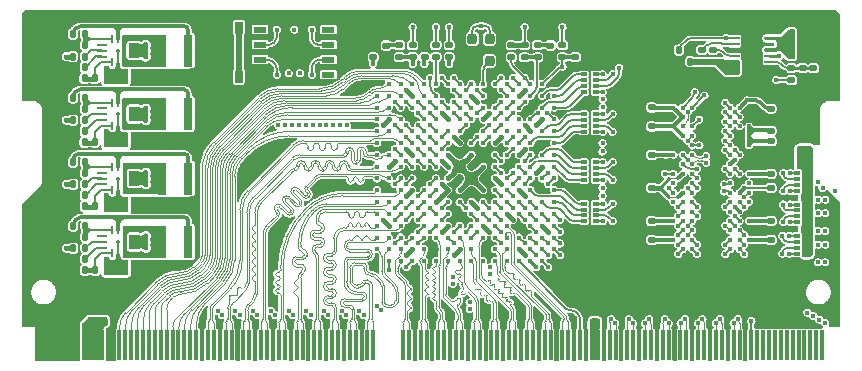
<source format=gbr>
%TF.GenerationSoftware,KiCad,Pcbnew,(6.0.4)*%
%TF.CreationDate,2022-07-06T17:02:11+08:00*%
%TF.ProjectId,XC6SLX25(FTG256)_Min,58433653-4c58-4323-9528-465447323536,rev?*%
%TF.SameCoordinates,Original*%
%TF.FileFunction,Copper,L1,Top*%
%TF.FilePolarity,Positive*%
%FSLAX46Y46*%
G04 Gerber Fmt 4.6, Leading zero omitted, Abs format (unit mm)*
G04 Created by KiCad (PCBNEW (6.0.4)) date 2022-07-06 17:02:11*
%MOMM*%
%LPD*%
G01*
G04 APERTURE LIST*
G04 Aperture macros list*
%AMRoundRect*
0 Rectangle with rounded corners*
0 $1 Rounding radius*
0 $2 $3 $4 $5 $6 $7 $8 $9 X,Y pos of 4 corners*
0 Add a 4 corners polygon primitive as box body*
4,1,4,$2,$3,$4,$5,$6,$7,$8,$9,$2,$3,0*
0 Add four circle primitives for the rounded corners*
1,1,$1+$1,$2,$3*
1,1,$1+$1,$4,$5*
1,1,$1+$1,$6,$7*
1,1,$1+$1,$8,$9*
0 Add four rect primitives between the rounded corners*
20,1,$1+$1,$2,$3,$4,$5,0*
20,1,$1+$1,$4,$5,$6,$7,0*
20,1,$1+$1,$6,$7,$8,$9,0*
20,1,$1+$1,$8,$9,$2,$3,0*%
%AMOutline4P*
0 Free polygon, 4 corners , with rotation*
0 The origin of the aperture is its center*
0 number of corners: always 4*
0 $1 to $8 corner X, Y*
0 $9 Rotation angle, in degrees counterclockwise*
0 create outline with 4 corners*
4,1,4,$1,$2,$3,$4,$5,$6,$7,$8,$1,$2,$9*%
G04 Aperture macros list end*
%TA.AperFunction,SMDPad,CuDef*%
%ADD10RoundRect,0.135000X0.135000X0.185000X-0.135000X0.185000X-0.135000X-0.185000X0.135000X-0.185000X0*%
%TD*%
%TA.AperFunction,SMDPad,CuDef*%
%ADD11R,0.800000X2.700000*%
%TD*%
%TA.AperFunction,SMDPad,CuDef*%
%ADD12RoundRect,0.135000X0.185000X-0.135000X0.185000X0.135000X-0.185000X0.135000X-0.185000X-0.135000X0*%
%TD*%
%TA.AperFunction,SMDPad,CuDef*%
%ADD13RoundRect,0.140000X-0.140000X-0.170000X0.140000X-0.170000X0.140000X0.170000X-0.140000X0.170000X0*%
%TD*%
%TA.AperFunction,SMDPad,CuDef*%
%ADD14RoundRect,0.135000X-0.185000X0.135000X-0.185000X-0.135000X0.185000X-0.135000X0.185000X0.135000X0*%
%TD*%
%TA.AperFunction,SMDPad,CuDef*%
%ADD15RoundRect,0.140000X0.170000X-0.140000X0.170000X0.140000X-0.170000X0.140000X-0.170000X-0.140000X0*%
%TD*%
%TA.AperFunction,SMDPad,CuDef*%
%ADD16RoundRect,0.135000X-0.135000X-0.185000X0.135000X-0.185000X0.135000X0.185000X-0.135000X0.185000X0*%
%TD*%
%TA.AperFunction,SMDPad,CuDef*%
%ADD17R,0.500000X0.320000*%
%TD*%
%TA.AperFunction,SMDPad,CuDef*%
%ADD18RoundRect,0.140000X0.140000X0.170000X-0.140000X0.170000X-0.140000X-0.170000X0.140000X-0.170000X0*%
%TD*%
%TA.AperFunction,SMDPad,CuDef*%
%ADD19O,0.250000X0.750000*%
%TD*%
%TA.AperFunction,SMDPad,CuDef*%
%ADD20O,0.900000X0.250000*%
%TD*%
%TA.AperFunction,SMDPad,CuDef*%
%ADD21O,0.300000X0.500000*%
%TD*%
%TA.AperFunction,SMDPad,CuDef*%
%ADD22Outline4P,-0.050000X-0.150000X0.050000X-0.150000X0.050000X0.150000X-0.050000X0.150000X225.000000*%
%TD*%
%TA.AperFunction,SMDPad,CuDef*%
%ADD23Outline4P,-0.050000X-0.150000X0.050000X-0.150000X0.050000X0.150000X-0.050000X0.150000X135.000000*%
%TD*%
%TA.AperFunction,SMDPad,CuDef*%
%ADD24RoundRect,0.100000X-0.100000X0.525000X-0.100000X-0.525000X0.100000X-0.525000X0.100000X0.525000X0*%
%TD*%
%TA.AperFunction,SMDPad,CuDef*%
%ADD25Outline4P,-0.050000X-0.150000X0.050000X-0.150000X0.050000X0.150000X-0.050000X0.150000X45.000000*%
%TD*%
%TA.AperFunction,SMDPad,CuDef*%
%ADD26R,0.650000X1.050000*%
%TD*%
%TA.AperFunction,SMDPad,CuDef*%
%ADD27C,0.380000*%
%TD*%
%TA.AperFunction,SMDPad,CuDef*%
%ADD28RoundRect,0.147500X-0.147500X-0.172500X0.147500X-0.172500X0.147500X0.172500X-0.147500X0.172500X0*%
%TD*%
%TA.AperFunction,SMDPad,CuDef*%
%ADD29RoundRect,0.140000X-0.170000X0.140000X-0.170000X-0.140000X0.170000X-0.140000X0.170000X0.140000X0*%
%TD*%
%TA.AperFunction,SMDPad,CuDef*%
%ADD30RoundRect,0.200000X-0.200000X-0.250000X0.200000X-0.250000X0.200000X0.250000X-0.200000X0.250000X0*%
%TD*%
%TA.AperFunction,SMDPad,CuDef*%
%ADD31RoundRect,0.147500X0.172500X-0.147500X0.172500X0.147500X-0.172500X0.147500X-0.172500X-0.147500X0*%
%TD*%
%TA.AperFunction,SMDPad,CuDef*%
%ADD32R,1.100000X0.500000*%
%TD*%
%TA.AperFunction,SMDPad,CuDef*%
%ADD33R,2.000000X2.000000*%
%TD*%
%TA.AperFunction,SMDPad,CuDef*%
%ADD34C,0.400000*%
%TD*%
%TA.AperFunction,SMDPad,CuDef*%
%ADD35R,0.850000X0.280000*%
%TD*%
%TA.AperFunction,SMDPad,CuDef*%
%ADD36R,1.650000X2.400000*%
%TD*%
%TA.AperFunction,SMDPad,CuDef*%
%ADD37R,0.280000X0.700000*%
%TD*%
%TA.AperFunction,SMDPad,CuDef*%
%ADD38R,0.350000X2.500000*%
%TD*%
%TA.AperFunction,ViaPad*%
%ADD39C,0.400000*%
%TD*%
%TA.AperFunction,ViaPad*%
%ADD40C,0.450000*%
%TD*%
%TA.AperFunction,Conductor*%
%ADD41C,0.250000*%
%TD*%
%TA.AperFunction,Conductor*%
%ADD42C,0.150000*%
%TD*%
%TA.AperFunction,Conductor*%
%ADD43C,0.300000*%
%TD*%
%TA.AperFunction,Conductor*%
%ADD44C,0.400000*%
%TD*%
%TA.AperFunction,Conductor*%
%ADD45C,0.500000*%
%TD*%
%TA.AperFunction,Conductor*%
%ADD46C,0.380000*%
%TD*%
%TA.AperFunction,Conductor*%
%ADD47C,0.200000*%
%TD*%
%TA.AperFunction,Conductor*%
%ADD48C,0.120000*%
%TD*%
%TA.AperFunction,Conductor*%
%ADD49C,0.100000*%
%TD*%
%TA.AperFunction,Conductor*%
%ADD50C,0.450000*%
%TD*%
G04 APERTURE END LIST*
D10*
%TO.P,R29,1*%
%TO.N,Net-(R28-Pad2)*%
X111489051Y-97769999D03*
%TO.P,R29,2*%
%TO.N,GND*%
X110469051Y-97769999D03*
%TD*%
D11*
%TO.P,L1,1,1*%
%TO.N,Net-(L1-Pad1)*%
X117980002Y-87356667D03*
%TO.P,L1,2,2*%
%TO.N,+3V3*%
X120180002Y-87356667D03*
%TD*%
D12*
%TO.P,R38,1*%
%TO.N,/FPGA_BL_INIT*%
X149775000Y-82555000D03*
%TO.P,R38,2*%
%TO.N,Net-(LED2-Pad2)*%
X149775000Y-81535000D03*
%TD*%
D13*
%TO.P,C38,1*%
%TO.N,/DDR_VTT*%
X171295000Y-80529999D03*
%TO.P,C38,2*%
%TO.N,GND*%
X172255000Y-80529999D03*
%TD*%
D14*
%TO.P,R5,1*%
%TO.N,+3V3*%
X148675001Y-81535000D03*
%TO.P,R5,2*%
%TO.N,/FPGA_BL_INIT*%
X148675001Y-82555000D03*
%TD*%
D15*
%TO.P,C52,1*%
%TO.N,+1V5*%
X169555000Y-88775000D03*
%TO.P,C52,2*%
%TO.N,GND*%
X169555000Y-87815000D03*
%TD*%
D12*
%TO.P,R20,1*%
%TO.N,+3V3*%
X164650001Y-82940000D03*
%TO.P,R20,2*%
%TO.N,Net-(R20-Pad2)*%
X164650001Y-81920000D03*
%TD*%
D13*
%TO.P,C44,1*%
%TO.N,/DDR_VREF*%
X161745000Y-81940000D03*
%TO.P,C44,2*%
%TO.N,GND*%
X162705000Y-81940000D03*
%TD*%
D16*
%TO.P,R36,1*%
%TO.N,+1V5*%
X110439054Y-80590000D03*
%TO.P,R36,2*%
%TO.N,Net-(R36-Pad2)*%
X111459054Y-80590000D03*
%TD*%
%TO.P,R27,1*%
%TO.N,5V*%
X110469052Y-98709999D03*
%TO.P,R27,2*%
%TO.N,Net-(R27-Pad2)*%
X111489052Y-98709999D03*
%TD*%
D10*
%TO.P,R26,1*%
%TO.N,5V*%
X113350947Y-100581731D03*
%TO.P,R26,2*%
%TO.N,Net-(D2-Pad2)*%
X112330947Y-100581731D03*
%TD*%
D17*
%TO.P,RN3,1,R1.1*%
%TO.N,/DDR_VTT*%
X172705401Y-99170452D03*
%TO.P,RN3,2,R2.1*%
X172705401Y-98670452D03*
%TO.P,RN3,3,R3.1*%
X172705401Y-98170452D03*
%TO.P,RN3,4,R4.1*%
X172705401Y-97670452D03*
%TO.P,RN3,5,R4.2*%
%TO.N,/DDR_A7*%
X171705401Y-97670452D03*
%TO.P,RN3,6,R3.2*%
%TO.N,/DDR_A5*%
X171705401Y-98170452D03*
%TO.P,RN3,7,R2.2*%
%TO.N,/DDR_A9*%
X171705401Y-98670452D03*
%TO.P,RN3,8,R1.2*%
%TO.N,/DDR_A13*%
X171705401Y-99170452D03*
%TD*%
D10*
%TO.P,R22,1*%
%TO.N,5V*%
X113320946Y-89736058D03*
%TO.P,R22,2*%
%TO.N,Net-(D1-Pad2)*%
X112300946Y-89736058D03*
%TD*%
D18*
%TO.P,C45,1*%
%TO.N,+3V3*%
X162705000Y-82910000D03*
%TO.P,C45,2*%
%TO.N,GND*%
X161745000Y-82910000D03*
%TD*%
D19*
%TO.P,U5,1,SW*%
%TO.N,Net-(L2-Pad1)*%
X114780001Y-97205000D03*
%TO.P,U5,2,OUT*%
%TO.N,+2V5*%
X114280001Y-97205000D03*
%TO.P,U5,3,FB*%
%TO.N,Net-(R28-Pad2)*%
X113780001Y-97205000D03*
D20*
%TO.P,U5,4,Ramp*%
%TO.N,unconnected-(U5-Pad4)*%
X112930001Y-97680000D03*
%TO.P,U5,5,EN*%
%TO.N,Net-(R27-Pad2)*%
X112930001Y-98180000D03*
%TO.P,U5,6,MODE*%
%TO.N,Net-(C68-Pad1)*%
X112930001Y-98680000D03*
D19*
%TO.P,U5,7,PG*%
%TO.N,Net-(D2-Pad2)*%
X113780001Y-99155000D03*
%TO.P,U5,8,VIN*%
%TO.N,5V*%
X114280001Y-98510000D03*
X114280001Y-98750000D03*
D21*
X114280001Y-98180000D03*
D19*
X114280001Y-99155000D03*
%TO.P,U5,9,SW*%
%TO.N,Net-(L2-Pad1)*%
X114780001Y-99155000D03*
D20*
%TO.P,U5,10,GND*%
%TO.N,GND*%
X115630001Y-98680000D03*
D22*
X115590001Y-98050000D03*
D23*
X115590001Y-98310000D03*
X115590001Y-97810000D03*
D24*
X115380001Y-98180000D03*
D25*
X115600001Y-98560000D03*
D20*
%TO.P,U5,11,GND*%
X115630001Y-98180000D03*
%TO.P,U5,12,GND*%
X115630001Y-97680000D03*
%TD*%
D11*
%TO.P,L4,1,1*%
%TO.N,Net-(L4-Pad1)*%
X117980002Y-81990000D03*
%TO.P,L4,2,2*%
%TO.N,+1V5*%
X120180002Y-81990000D03*
%TD*%
D17*
%TO.P,RN9,1,R1.1*%
%TO.N,/DDR_MD10*%
X153695001Y-87355000D03*
%TO.P,RN9,2,R2.1*%
%TO.N,/DDR_MD11*%
X153695001Y-87855000D03*
%TO.P,RN9,3,R3.1*%
%TO.N,/DDR_MD8*%
X153695001Y-88355000D03*
%TO.P,RN9,4,R4.1*%
%TO.N,/DDR_MD9*%
X153695001Y-88855000D03*
%TO.P,RN9,5,R4.2*%
%TO.N,/DDR_D10*%
X154695001Y-88855000D03*
%TO.P,RN9,6,R3.2*%
%TO.N,/DDR_D8*%
X154695001Y-88355000D03*
%TO.P,RN9,7,R2.2*%
%TO.N,/DDR_D11*%
X154695001Y-87855000D03*
%TO.P,RN9,8,R1.2*%
%TO.N,/DDR_D9*%
X154695001Y-87355000D03*
%TD*%
D10*
%TO.P,R30,1*%
%TO.N,5V*%
X113320948Y-95170001D03*
%TO.P,R30,2*%
%TO.N,Net-(D3-Pad2)*%
X112300948Y-95170001D03*
%TD*%
D16*
%TO.P,R28,1*%
%TO.N,+2V5*%
X110469051Y-96830001D03*
%TO.P,R28,2*%
%TO.N,Net-(R28-Pad2)*%
X111489051Y-96830001D03*
%TD*%
D26*
%TO.P,Btn1,1,1*%
%TO.N,RESET_FPGA*%
X124490000Y-84185000D03*
X124490000Y-80035000D03*
%TO.P,Btn1,2,2*%
%TO.N,GND*%
X122340000Y-80035000D03*
X122340000Y-84160000D03*
%TD*%
D11*
%TO.P,L2,1,1*%
%TO.N,Net-(L2-Pad1)*%
X117990002Y-98180000D03*
%TO.P,L2,2,2*%
%TO.N,+2V5*%
X120190002Y-98180000D03*
%TD*%
D27*
%TO.P,DDR3-1,A1,VDDQ*%
%TO.N,+1V5*%
X161275000Y-86805000D03*
%TO.P,DDR3-1,A2,DQ13*%
%TO.N,/DDR_D13*%
X162075000Y-86805000D03*
%TO.P,DDR3-1,A3,DQ15*%
%TO.N,/DDR_D15*%
X162875000Y-86805000D03*
%TO.P,DDR3-1,A7,DQ12*%
%TO.N,/DDR_D12*%
X166075000Y-86805000D03*
%TO.P,DDR3-1,A8,VDDQ*%
%TO.N,+1V5*%
X166875000Y-86805000D03*
%TO.P,DDR3-1,A9,VSS*%
%TO.N,GND*%
X167675000Y-86805000D03*
%TO.P,DDR3-1,B1,VSSQ*%
X161275000Y-87605000D03*
%TO.P,DDR3-1,B2,VDD*%
%TO.N,+1V5*%
X162075000Y-87605000D03*
%TO.P,DDR3-1,B3,VSS*%
%TO.N,GND*%
X162875000Y-87605000D03*
%TO.P,DDR3-1,B7,~{UDQS}*%
%TO.N,/DDR_UDQS-*%
X166075000Y-87605000D03*
%TO.P,DDR3-1,B8,DQ14*%
%TO.N,/DDR_D14*%
X166875000Y-87605000D03*
%TO.P,DDR3-1,B9,VSSQ*%
%TO.N,GND*%
X167675000Y-87605000D03*
%TO.P,DDR3-1,C1,VDDQ*%
%TO.N,+1V5*%
X161275000Y-88405000D03*
%TO.P,DDR3-1,C2,DQ11*%
%TO.N,/DDR_D11*%
X162075000Y-88405000D03*
%TO.P,DDR3-1,C3,DQ9*%
%TO.N,/DDR_D9*%
X162875000Y-88405000D03*
%TO.P,DDR3-1,C7,UDQS*%
%TO.N,/DDR_UDQS+*%
X166075000Y-88405000D03*
%TO.P,DDR3-1,C8,DQ10*%
%TO.N,/DDR_D10*%
X166875000Y-88405000D03*
%TO.P,DDR3-1,C9,VDDQ*%
%TO.N,+1V5*%
X167675000Y-88405000D03*
%TO.P,DDR3-1,D1,VSSQ*%
%TO.N,GND*%
X161275000Y-89205000D03*
%TO.P,DDR3-1,D2,VDDQ*%
%TO.N,+1V5*%
X162075000Y-89205000D03*
%TO.P,DDR3-1,D3,UDM*%
%TO.N,/DDR_UDM*%
X162875000Y-89205000D03*
%TO.P,DDR3-1,D7,DQ8*%
%TO.N,/DDR_D8*%
X166075000Y-89205000D03*
%TO.P,DDR3-1,D8,VSSQ*%
%TO.N,GND*%
X166875000Y-89205000D03*
%TO.P,DDR3-1,D9,VDD*%
%TO.N,+1V5*%
X167675000Y-89205000D03*
%TO.P,DDR3-1,E1,VSS*%
%TO.N,GND*%
X161275000Y-90005000D03*
%TO.P,DDR3-1,E2,VSSQ*%
X162075000Y-90005000D03*
%TO.P,DDR3-1,E3,DQ0*%
%TO.N,/DDR_D0*%
X162875000Y-90005000D03*
%TO.P,DDR3-1,E7,LDM*%
%TO.N,/DDR_LDM*%
X166075000Y-90005000D03*
%TO.P,DDR3-1,E8,VSSQ*%
%TO.N,GND*%
X166875000Y-90005000D03*
%TO.P,DDR3-1,E9,VDDQ*%
%TO.N,+1V5*%
X167675000Y-90005000D03*
%TO.P,DDR3-1,F1,VDDQ*%
X161275000Y-90805000D03*
%TO.P,DDR3-1,F2,DQ2*%
%TO.N,/DDR_D2*%
X162075000Y-90805000D03*
%TO.P,DDR3-1,F3,LDQS*%
%TO.N,/DDR_LDQS+*%
X162875000Y-90805000D03*
%TO.P,DDR3-1,F7,DQ1*%
%TO.N,/DDR_D1*%
X166075000Y-90805000D03*
%TO.P,DDR3-1,F8,DQ3*%
%TO.N,/DDR_D3*%
X166875000Y-90805000D03*
%TO.P,DDR3-1,F9,VSSQ*%
%TO.N,GND*%
X167675000Y-90805000D03*
%TO.P,DDR3-1,G1,VSSQ*%
X161275000Y-91605000D03*
%TO.P,DDR3-1,G2,DQ6*%
%TO.N,/DDR_D6*%
X162075000Y-91605000D03*
%TO.P,DDR3-1,G3,~{LDQS}*%
%TO.N,/DDR_LDQS-*%
X162875000Y-91605000D03*
%TO.P,DDR3-1,G7,VDD*%
%TO.N,+1V5*%
X166075000Y-91605000D03*
%TO.P,DDR3-1,G8,VSS*%
%TO.N,GND*%
X166875000Y-91605000D03*
%TO.P,DDR3-1,G9,VSSQ*%
X167675000Y-91605000D03*
%TO.P,DDR3-1,H1,VREFDQ*%
%TO.N,/DDR_VREF*%
X161275000Y-92405000D03*
%TO.P,DDR3-1,H2,VDDQ*%
%TO.N,+1V5*%
X162075000Y-92405000D03*
%TO.P,DDR3-1,H3,DQ4*%
%TO.N,/DDR_D4*%
X162875000Y-92405000D03*
%TO.P,DDR3-1,H7,DQ7*%
%TO.N,/DDR_D7*%
X166075000Y-92405000D03*
%TO.P,DDR3-1,H8,DQ5*%
%TO.N,/DDR_D5*%
X166875000Y-92405000D03*
%TO.P,DDR3-1,H9,VDDQ*%
%TO.N,+1V5*%
X167675000Y-92405000D03*
%TO.P,DDR3-1,J1,NC*%
%TO.N,unconnected-(DDR3-1-PadJ1)*%
X161275000Y-93205000D03*
%TO.P,DDR3-1,J2,VSS*%
%TO.N,GND*%
X162075000Y-93205000D03*
%TO.P,DDR3-1,J3,~{RAS}*%
%TO.N,/DDR_~{RAS}*%
X162875000Y-93205000D03*
%TO.P,DDR3-1,J7,CK*%
%TO.N,/DDR_CLK+*%
X166075000Y-93205000D03*
%TO.P,DDR3-1,J8,VSS*%
%TO.N,GND*%
X166875000Y-93205000D03*
%TO.P,DDR3-1,J9,NC*%
%TO.N,unconnected-(DDR3-1-PadJ9)*%
X167675000Y-93205000D03*
%TO.P,DDR3-1,K1,ODT*%
%TO.N,/DDR_ODT*%
X161275000Y-94005000D03*
%TO.P,DDR3-1,K2,VDD*%
%TO.N,+1V5*%
X162075000Y-94005000D03*
%TO.P,DDR3-1,K3,~{CAS}*%
%TO.N,/DDR_~{CAS}*%
X162875000Y-94005000D03*
%TO.P,DDR3-1,K7,~{CK}*%
%TO.N,/DDR_CLK-*%
X166075000Y-94005000D03*
%TO.P,DDR3-1,K8,VDD*%
%TO.N,+1V5*%
X166875000Y-94005000D03*
%TO.P,DDR3-1,K9,CKE*%
%TO.N,/DDR_CKE*%
X167675000Y-94005000D03*
%TO.P,DDR3-1,L1,NC*%
%TO.N,unconnected-(DDR3-1-PadL1)*%
X161275000Y-94805000D03*
%TO.P,DDR3-1,L2,~{CS}*%
%TO.N,/DDR_CS1*%
X162075000Y-94805000D03*
%TO.P,DDR3-1,L3,~{WE}*%
%TO.N,/DDR_WE*%
X162875000Y-94805000D03*
%TO.P,DDR3-1,L7,A10/AP*%
%TO.N,/DDR_A10*%
X166075000Y-94805000D03*
%TO.P,DDR3-1,L8,ZQ*%
%TO.N,Net-(DDR3-1-PadL8)*%
X166875000Y-94805000D03*
%TO.P,DDR3-1,L9,NC*%
%TO.N,unconnected-(DDR3-1-PadL9)*%
X167675000Y-94805000D03*
%TO.P,DDR3-1,M1,VSS*%
%TO.N,GND*%
X161275000Y-95605000D03*
%TO.P,DDR3-1,M2,BA0*%
%TO.N,/DDR_BA0*%
X162075000Y-95605000D03*
%TO.P,DDR3-1,M3,BA2*%
%TO.N,/DDR_BA2*%
X162875000Y-95605000D03*
%TO.P,DDR3-1,M7,A15*%
%TO.N,unconnected-(DDR3-1-PadM7)*%
X166075000Y-95605000D03*
%TO.P,DDR3-1,M8,VREFCA*%
%TO.N,/DDR_VREF*%
X166875000Y-95605000D03*
%TO.P,DDR3-1,M9,VSS*%
%TO.N,GND*%
X167675000Y-95605000D03*
%TO.P,DDR3-1,N1,VDD*%
%TO.N,+1V5*%
X161275000Y-96405000D03*
%TO.P,DDR3-1,N2,A3*%
%TO.N,/DDR_A3*%
X162075000Y-96405000D03*
%TO.P,DDR3-1,N3,A0*%
%TO.N,/DDR_A0*%
X162875000Y-96405000D03*
%TO.P,DDR3-1,N7,A12/~{BC}*%
%TO.N,/DDR_A12*%
X166075000Y-96405000D03*
%TO.P,DDR3-1,N8,BA1*%
%TO.N,/DDR_BA1*%
X166875000Y-96405000D03*
%TO.P,DDR3-1,N9,VDD*%
%TO.N,+1V5*%
X167675000Y-96405000D03*
%TO.P,DDR3-1,P1,VSS*%
%TO.N,GND*%
X161275000Y-97205000D03*
%TO.P,DDR3-1,P2,A5*%
%TO.N,/DDR_A5*%
X162075000Y-97205000D03*
%TO.P,DDR3-1,P3,A2*%
%TO.N,/DDR_A2*%
X162875000Y-97205000D03*
%TO.P,DDR3-1,P7,A1*%
%TO.N,/DDR_A1*%
X166075000Y-97205000D03*
%TO.P,DDR3-1,P8,A4*%
%TO.N,/DDR_A4*%
X166875000Y-97205000D03*
%TO.P,DDR3-1,P9,VSS*%
%TO.N,GND*%
X167675000Y-97205000D03*
%TO.P,DDR3-1,R1,VDD*%
%TO.N,+1V5*%
X161275000Y-98005000D03*
%TO.P,DDR3-1,R2,A7*%
%TO.N,/DDR_A7*%
X162075000Y-98005000D03*
%TO.P,DDR3-1,R3,A9*%
%TO.N,/DDR_A9*%
X162875000Y-98005000D03*
%TO.P,DDR3-1,R7,A11*%
%TO.N,/DDR_A11*%
X166075000Y-98005000D03*
%TO.P,DDR3-1,R8,A6*%
%TO.N,/DDR_A6*%
X166875000Y-98005000D03*
%TO.P,DDR3-1,R9,VDD*%
%TO.N,+1V5*%
X167675000Y-98005000D03*
%TO.P,DDR3-1,T1,VSS*%
%TO.N,GND*%
X161275000Y-98805000D03*
%TO.P,DDR3-1,T2,~{RESET}*%
%TO.N,/DDR_RESET*%
X162075000Y-98805000D03*
%TO.P,DDR3-1,T3,A13*%
%TO.N,/DDR_A13*%
X162875000Y-98805000D03*
%TO.P,DDR3-1,T7,A14*%
%TO.N,/DDR_A14*%
X166075000Y-98805000D03*
%TO.P,DDR3-1,T8,A8*%
%TO.N,/DDR_A8*%
X166875000Y-98805000D03*
%TO.P,DDR3-1,T9,VSS*%
%TO.N,GND*%
X167675000Y-98805000D03*
%TD*%
D28*
%TO.P,D4,1,K*%
%TO.N,GND*%
X110461553Y-84340000D03*
%TO.P,D4,2,A*%
%TO.N,Net-(D4-Pad2)*%
X111431553Y-84340000D03*
%TD*%
D17*
%TO.P,RN1,1,R1.1*%
%TO.N,/DDR_VTT*%
X172705401Y-93856362D03*
%TO.P,RN1,2,R2.1*%
X172705401Y-93356362D03*
%TO.P,RN1,3,R3.1*%
X172705401Y-92856362D03*
%TO.P,RN1,4,R4.1*%
X172705401Y-92356362D03*
%TO.P,RN1,5,R4.2*%
%TO.N,/DDR_ODT*%
X171705401Y-92356362D03*
%TO.P,RN1,6,R3.2*%
%TO.N,/DDR_CS1*%
X171705401Y-92856362D03*
%TO.P,RN1,7,R2.2*%
%TO.N,/DDR_WE*%
X171705401Y-93356362D03*
%TO.P,RN1,8,R1.2*%
%TO.N,/DDR_BA0*%
X171705401Y-93856362D03*
%TD*%
D13*
%TO.P,C40,1*%
%TO.N,/DDR_VTT*%
X171295000Y-82360000D03*
%TO.P,C40,2*%
%TO.N,GND*%
X172255000Y-82360000D03*
%TD*%
D19*
%TO.P,U6,1,SW*%
%TO.N,Net-(L3-Pad1)*%
X114780000Y-91838334D03*
%TO.P,U6,2,OUT*%
%TO.N,+1V2*%
X114280000Y-91838334D03*
%TO.P,U6,3,FB*%
%TO.N,Net-(R32-Pad2)*%
X113780000Y-91838334D03*
D20*
%TO.P,U6,4,Ramp*%
%TO.N,unconnected-(U6-Pad4)*%
X112930000Y-92313334D03*
%TO.P,U6,5,EN*%
%TO.N,Net-(R31-Pad2)*%
X112930000Y-92813334D03*
%TO.P,U6,6,MODE*%
%TO.N,Net-(C75-Pad1)*%
X112930000Y-93313334D03*
D19*
%TO.P,U6,7,PG*%
%TO.N,Net-(D3-Pad2)*%
X113780000Y-93788334D03*
%TO.P,U6,8,VIN*%
%TO.N,5V*%
X114280000Y-93788334D03*
X114280000Y-93383334D03*
X114280000Y-93143334D03*
D21*
X114280000Y-92813334D03*
D19*
%TO.P,U6,9,SW*%
%TO.N,Net-(L3-Pad1)*%
X114780000Y-93788334D03*
D25*
%TO.P,U6,10,GND*%
%TO.N,GND*%
X115600000Y-93193334D03*
D22*
X115590000Y-92683334D03*
D23*
X115590000Y-92943334D03*
D20*
X115630000Y-93313334D03*
D23*
X115590000Y-92443334D03*
D24*
X115380000Y-92813334D03*
D20*
%TO.P,U6,11,GND*%
X115630000Y-92813334D03*
%TO.P,U6,12,GND*%
X115630000Y-92313334D03*
%TD*%
D29*
%TO.P,C26,1*%
%TO.N,GND*%
X152986927Y-81565000D03*
%TO.P,C26,2*%
%TO.N,RESET_FPGA*%
X152986927Y-82525000D03*
%TD*%
D16*
%TO.P,R31,1*%
%TO.N,5V*%
X110449052Y-93310000D03*
%TO.P,R31,2*%
%TO.N,Net-(R31-Pad2)*%
X111469052Y-93310000D03*
%TD*%
D15*
%TO.P,C47,1*%
%TO.N,+1V5*%
X159445000Y-96415000D03*
%TO.P,C47,2*%
%TO.N,GND*%
X159445000Y-95455000D03*
%TD*%
D14*
%TO.P,R21,1*%
%TO.N,Net-(R21-Pad1)*%
X163670000Y-81920000D03*
%TO.P,R21,2*%
%TO.N,+3V3*%
X163670000Y-82940000D03*
%TD*%
D30*
%TO.P,X1,1,Tri-State*%
%TO.N,+3V3*%
X144260000Y-80980001D03*
%TO.P,X1,2,GND*%
%TO.N,GND*%
X144260000Y-82830001D03*
%TO.P,X1,3,OUT*%
%TO.N,GCLK*%
X145710000Y-82830001D03*
%TO.P,X1,4,VDD*%
%TO.N,+3V3*%
X145710000Y-80980001D03*
%TD*%
D16*
%TO.P,R32,1*%
%TO.N,+1V2*%
X110449053Y-91430000D03*
%TO.P,R32,2*%
%TO.N,Net-(R32-Pad2)*%
X111469053Y-91430000D03*
%TD*%
D31*
%TO.P,LED2,1,K*%
%TO.N,GND*%
X150865000Y-82525000D03*
%TO.P,LED2,2,A*%
%TO.N,Net-(LED2-Pad2)*%
X150865000Y-81555000D03*
%TD*%
D29*
%TO.P,C48,1*%
%TO.N,+1V5*%
X159445000Y-93605000D03*
%TO.P,C48,2*%
%TO.N,GND*%
X159445000Y-94565000D03*
%TD*%
D18*
%TO.P,C75,1*%
%TO.N,Net-(C75-Pad1)*%
X111439053Y-94237782D03*
%TO.P,C75,2*%
%TO.N,GND*%
X110479053Y-94237782D03*
%TD*%
D16*
%TO.P,R23,1*%
%TO.N,5V*%
X110439052Y-87870000D03*
%TO.P,R23,2*%
%TO.N,Net-(R23-Pad2)*%
X111459052Y-87870000D03*
%TD*%
D13*
%TO.P,C39,1*%
%TO.N,/DDR_VTT*%
X171295000Y-81449998D03*
%TO.P,C39,2*%
%TO.N,GND*%
X172255000Y-81449998D03*
%TD*%
D10*
%TO.P,R37,1*%
%TO.N,Net-(R36-Pad2)*%
X111459052Y-81534147D03*
%TO.P,R37,2*%
%TO.N,GND*%
X110439052Y-81534147D03*
%TD*%
D12*
%TO.P,R4,1*%
%TO.N,Net-(R4-Pad1)*%
X140205000Y-82545000D03*
%TO.P,R4,2*%
%TO.N,GND*%
X140205000Y-81525000D03*
%TD*%
%TO.P,R18,1*%
%TO.N,+1V5*%
X171275000Y-84470000D03*
%TO.P,R18,2*%
%TO.N,Net-(C42-Pad1)*%
X171275000Y-83450000D03*
%TD*%
D15*
%TO.P,C51,1*%
%TO.N,+1V5*%
X159445000Y-86795000D03*
%TO.P,C51,2*%
%TO.N,GND*%
X159445000Y-85835000D03*
%TD*%
D10*
%TO.P,R25,1*%
%TO.N,Net-(R24-Pad2)*%
X111459051Y-86930001D03*
%TO.P,R25,2*%
%TO.N,GND*%
X110439051Y-86930001D03*
%TD*%
D17*
%TO.P,RN8,1,R1.1*%
%TO.N,/DDR_MD7*%
X153695001Y-94935000D03*
%TO.P,RN8,2,R2.1*%
%TO.N,/DDR_MD6*%
X153695001Y-95435000D03*
%TO.P,RN8,3,R3.1*%
%TO.N,/DDR_MD5*%
X153695001Y-95935000D03*
%TO.P,RN8,4,R4.1*%
%TO.N,/DDR_MD4*%
X153695001Y-96435000D03*
%TO.P,RN8,5,R4.2*%
%TO.N,/DDR_D5*%
X154695001Y-96435000D03*
%TO.P,RN8,6,R3.2*%
%TO.N,/DDR_D7*%
X154695001Y-95935000D03*
%TO.P,RN8,7,R2.2*%
%TO.N,/DDR_D4*%
X154695001Y-95435000D03*
%TO.P,RN8,8,R1.2*%
%TO.N,/DDR_D6*%
X154695001Y-94935000D03*
%TD*%
%TO.P,RN2,1,R1.1*%
%TO.N,/DDR_VTT*%
X172705401Y-96513407D03*
%TO.P,RN2,2,R2.1*%
X172705401Y-96013407D03*
%TO.P,RN2,3,R3.1*%
X172705401Y-95513407D03*
%TO.P,RN2,4,R4.1*%
X172705401Y-95013407D03*
%TO.P,RN2,5,R4.2*%
%TO.N,/DDR_A0*%
X171705401Y-95013407D03*
%TO.P,RN2,6,R3.2*%
%TO.N,/DDR_BA2*%
X171705401Y-95513407D03*
%TO.P,RN2,7,R2.2*%
%TO.N,/DDR_A3*%
X171705401Y-96013407D03*
%TO.P,RN2,8,R1.2*%
%TO.N,/DDR_A2*%
X171705401Y-96513407D03*
%TD*%
D31*
%TO.P,LED1,1,K*%
%TO.N,GND*%
X136955001Y-82520000D03*
%TO.P,LED1,2,A*%
%TO.N,Net-(LED1-Pad2)*%
X136955001Y-81550000D03*
%TD*%
D18*
%TO.P,C68,1*%
%TO.N,Net-(C68-Pad1)*%
X111459054Y-99644530D03*
%TO.P,C68,2*%
%TO.N,GND*%
X110499054Y-99644530D03*
%TD*%
D29*
%TO.P,C42,1*%
%TO.N,Net-(C42-Pad1)*%
X173135000Y-83480000D03*
%TO.P,C42,2*%
%TO.N,GND*%
X173135000Y-84440000D03*
%TD*%
%TO.P,C35,1*%
%TO.N,+1V5*%
X169555000Y-93605000D03*
%TO.P,C35,2*%
%TO.N,GND*%
X169555000Y-94565000D03*
%TD*%
%TO.P,C49,1*%
%TO.N,+1V5*%
X159445000Y-90815000D03*
%TO.P,C49,2*%
%TO.N,GND*%
X159445000Y-91775000D03*
%TD*%
D19*
%TO.P,U4,1,SW*%
%TO.N,Net-(L1-Pad1)*%
X114770000Y-86381667D03*
%TO.P,U4,2,OUT*%
%TO.N,+3V3*%
X114270000Y-86381667D03*
%TO.P,U4,3,FB*%
%TO.N,Net-(R24-Pad2)*%
X113770000Y-86381667D03*
D20*
%TO.P,U4,4,Ramp*%
%TO.N,unconnected-(U4-Pad4)*%
X112920000Y-86856667D03*
%TO.P,U4,5,EN*%
%TO.N,Net-(R23-Pad2)*%
X112920000Y-87356667D03*
%TO.P,U4,6,MODE*%
%TO.N,Net-(C61-Pad1)*%
X112920000Y-87856667D03*
D19*
%TO.P,U4,7,PG*%
%TO.N,Net-(D1-Pad2)*%
X113770000Y-88331667D03*
%TO.P,U4,8,VIN*%
%TO.N,5V*%
X114270000Y-88331667D03*
X114270000Y-87686667D03*
X114270000Y-87926667D03*
D21*
X114270000Y-87356667D03*
D19*
%TO.P,U4,9,SW*%
%TO.N,Net-(L1-Pad1)*%
X114770000Y-88331667D03*
D25*
%TO.P,U4,10,GND*%
%TO.N,GND*%
X115590000Y-87736667D03*
D20*
X115620000Y-87856667D03*
D22*
X115580000Y-87226667D03*
D23*
X115580000Y-86986667D03*
D24*
X115370000Y-87356667D03*
D23*
X115580000Y-87486667D03*
D20*
%TO.P,U4,11,GND*%
X115620000Y-87356667D03*
%TO.P,U4,12,GND*%
X115620000Y-86856667D03*
%TD*%
D29*
%TO.P,C56,1*%
%TO.N,+1V5*%
X169555000Y-98005000D03*
%TO.P,C56,2*%
%TO.N,GND*%
X169555000Y-98965000D03*
%TD*%
D17*
%TO.P,RN10,1,R1.1*%
%TO.N,/DDR_MD14*%
X153695001Y-83995000D03*
%TO.P,RN10,2,R2.1*%
%TO.N,/DDR_MD15*%
X153695001Y-84495000D03*
%TO.P,RN10,3,R3.1*%
%TO.N,/DDR_MD12*%
X153695001Y-84995000D03*
%TO.P,RN10,4,R4.1*%
%TO.N,/DDR_MD13*%
X153695001Y-85495000D03*
%TO.P,RN10,5,R4.2*%
%TO.N,/DDR_D13*%
X154695001Y-85495000D03*
%TO.P,RN10,6,R3.2*%
%TO.N,/DDR_D15*%
X154695001Y-84995000D03*
%TO.P,RN10,7,R2.2*%
%TO.N,/DDR_D12*%
X154695001Y-84495000D03*
%TO.P,RN10,8,R1.2*%
%TO.N,/DDR_D14*%
X154695001Y-83995000D03*
%TD*%
D15*
%TO.P,C54,1*%
%TO.N,+1V5*%
X169555000Y-92405000D03*
%TO.P,C54,2*%
%TO.N,GND*%
X169555000Y-91445000D03*
%TD*%
D14*
%TO.P,R7,1*%
%TO.N,+3V3*%
X151885000Y-81535000D03*
%TO.P,R7,2*%
%TO.N,RESET_FPGA*%
X151885000Y-82555000D03*
%TD*%
D18*
%TO.P,C82,1*%
%TO.N,Net-(C82-Pad1)*%
X111429052Y-83410000D03*
%TO.P,C82,2*%
%TO.N,GND*%
X110469052Y-83410000D03*
%TD*%
D15*
%TO.P,C57,1*%
%TO.N,+1V5*%
X169555000Y-86895000D03*
%TO.P,C57,2*%
%TO.N,GND*%
X169555000Y-85935000D03*
%TD*%
D28*
%TO.P,D2,1,K*%
%TO.N,GND*%
X110491552Y-100579999D03*
%TO.P,D2,2,A*%
%TO.N,Net-(D2-Pad2)*%
X111461552Y-100579999D03*
%TD*%
D12*
%TO.P,R8,1*%
%TO.N,Net-(R8-Pad1)*%
X135860000Y-82545000D03*
%TO.P,R8,2*%
%TO.N,GND*%
X135860000Y-81525000D03*
%TD*%
%TO.P,R9,1*%
%TO.N,Net-(R9-Pad1)*%
X142300000Y-82545000D03*
%TO.P,R9,2*%
%TO.N,+3V3*%
X142300000Y-81525000D03*
%TD*%
%TO.P,R39,1*%
%TO.N,/FPGA_BL_DONE*%
X138077364Y-82545000D03*
%TO.P,R39,2*%
%TO.N,Net-(LED1-Pad2)*%
X138077364Y-81525000D03*
%TD*%
D32*
%TO.P,U2,1,~{CS}*%
%TO.N,Flash_CS*%
X126275000Y-80205000D03*
%TO.P,U2,2,DO(IO1)*%
%TO.N,Flash_MISO_1*%
X126275000Y-81475000D03*
%TO.P,U2,3,IO2*%
%TO.N,Net-(R40-Pad1)*%
X126275000Y-82745000D03*
%TO.P,U2,4,GND*%
%TO.N,GND*%
X126275000Y-84015000D03*
%TO.P,U2,5,DI(IO0)*%
%TO.N,Flash_MOSI*%
X132075000Y-84015000D03*
%TO.P,U2,6,CLK*%
%TO.N,Flash_CLK*%
X132075000Y-82745000D03*
%TO.P,U2,7,IO3*%
%TO.N,Net-(R42-Pad1)*%
X132075000Y-81475000D03*
%TO.P,U2,8,VCC*%
%TO.N,+3V3*%
X132075000Y-80205000D03*
D33*
%TO.P,U2,9,EP*%
%TO.N,GND*%
X129175000Y-82110000D03*
%TD*%
D29*
%TO.P,C53,1*%
%TO.N,+1V5*%
X169555000Y-89665000D03*
%TO.P,C53,2*%
%TO.N,GND*%
X169555000Y-90625000D03*
%TD*%
D10*
%TO.P,R34,1*%
%TO.N,5V*%
X113320948Y-84340001D03*
%TO.P,R34,2*%
%TO.N,Net-(D4-Pad2)*%
X112300948Y-84340001D03*
%TD*%
D28*
%TO.P,D1,1,K*%
%TO.N,GND*%
X110461552Y-89732924D03*
%TO.P,D1,2,A*%
%TO.N,Net-(D1-Pad2)*%
X111431552Y-89732924D03*
%TD*%
D19*
%TO.P,U7,1,SW*%
%TO.N,Net-(L4-Pad1)*%
X114770000Y-81015000D03*
%TO.P,U7,2,OUT*%
%TO.N,+1V5*%
X114270000Y-81015000D03*
%TO.P,U7,3,FB*%
%TO.N,Net-(R36-Pad2)*%
X113770000Y-81015000D03*
D20*
%TO.P,U7,4,Ramp*%
%TO.N,unconnected-(U7-Pad4)*%
X112920000Y-81490000D03*
%TO.P,U7,5,EN*%
%TO.N,Net-(R35-Pad2)*%
X112920000Y-81990000D03*
%TO.P,U7,6,MODE*%
%TO.N,Net-(C82-Pad1)*%
X112920000Y-82490000D03*
D19*
%TO.P,U7,7,PG*%
%TO.N,Net-(D4-Pad2)*%
X113770000Y-82965000D03*
%TO.P,U7,8,VIN*%
%TO.N,5V*%
X114270000Y-82320000D03*
D21*
X114270000Y-81990000D03*
D19*
X114270000Y-82560000D03*
X114270000Y-82965000D03*
%TO.P,U7,9,SW*%
%TO.N,Net-(L4-Pad1)*%
X114770000Y-82965000D03*
D23*
%TO.P,U7,10,GND*%
%TO.N,GND*%
X115580000Y-82120000D03*
D20*
X115620000Y-82490000D03*
D24*
X115370000Y-81990000D03*
D23*
X115580000Y-81620000D03*
D22*
X115580000Y-81860000D03*
D25*
X115590000Y-82370000D03*
D20*
%TO.P,U7,11,GND*%
X115620000Y-81990000D03*
%TO.P,U7,12,GND*%
X115620000Y-81490000D03*
%TD*%
D16*
%TO.P,R24,1*%
%TO.N,+3V3*%
X110439052Y-85990000D03*
%TO.P,R24,2*%
%TO.N,Net-(R24-Pad2)*%
X111459052Y-85990000D03*
%TD*%
D12*
%TO.P,R3,1*%
%TO.N,Net-(R3-Pad1)*%
X141172501Y-82545000D03*
%TO.P,R3,2*%
%TO.N,+3V3*%
X141172501Y-81525000D03*
%TD*%
D16*
%TO.P,R35,1*%
%TO.N,5V*%
X110439053Y-82479999D03*
%TO.P,R35,2*%
%TO.N,Net-(R35-Pad2)*%
X111459053Y-82479999D03*
%TD*%
D28*
%TO.P,D3,1,K*%
%TO.N,GND*%
X110471552Y-95170000D03*
%TO.P,D3,2,A*%
%TO.N,Net-(D3-Pad2)*%
X111441552Y-95170000D03*
%TD*%
D18*
%TO.P,C61,1*%
%TO.N,Net-(C61-Pad1)*%
X111429053Y-88800000D03*
%TO.P,C61,2*%
%TO.N,GND*%
X110469053Y-88800000D03*
%TD*%
D17*
%TO.P,RN7,1,R1.1*%
%TO.N,/DDR_MD0*%
X153695001Y-91425000D03*
%TO.P,RN7,2,R2.1*%
%TO.N,/DDR_MD1*%
X153695001Y-91925000D03*
%TO.P,RN7,3,R3.1*%
%TO.N,/DDR_MD2*%
X153695001Y-92425000D03*
%TO.P,RN7,4,R4.1*%
%TO.N,/DDR_MD3*%
X153695001Y-92925000D03*
%TO.P,RN7,5,R4.2*%
%TO.N,/DDR_D2*%
X154695001Y-92925000D03*
%TO.P,RN7,6,R3.2*%
%TO.N,/DDR_D3*%
X154695001Y-92425000D03*
%TO.P,RN7,7,R2.2*%
%TO.N,/DDR_D1*%
X154695001Y-91925000D03*
%TO.P,RN7,8,R1.2*%
%TO.N,/DDR_D0*%
X154695001Y-91425000D03*
%TD*%
D14*
%TO.P,R6,1*%
%TO.N,+3V3*%
X139197500Y-81525000D03*
%TO.P,R6,2*%
%TO.N,/FPGA_BL_DONE*%
X139197500Y-82545000D03*
%TD*%
D29*
%TO.P,C50,1*%
%TO.N,+1V5*%
X159445000Y-88405000D03*
%TO.P,C50,2*%
%TO.N,GND*%
X159445000Y-89365000D03*
%TD*%
D11*
%TO.P,L3,1,1*%
%TO.N,Net-(L3-Pad1)*%
X117990002Y-92813334D03*
%TO.P,L3,2,2*%
%TO.N,+1V2*%
X120190002Y-92813334D03*
%TD*%
D29*
%TO.P,C46,1*%
%TO.N,+1V5*%
X159445000Y-98015000D03*
%TO.P,C46,2*%
%TO.N,GND*%
X159445000Y-98975000D03*
%TD*%
D34*
%TO.P,U1,A1,GND*%
%TO.N,GND*%
X151175000Y-99805000D03*
%TO.P,U1,A2,IO_L52N_M3A9_3*%
%TO.N,/DDR_A9*%
X150175000Y-99805000D03*
%TO.P,U1,A3,IO_L83N_VREF_3*%
%TO.N,/DDR_VREF*%
X149175000Y-99805000D03*
%TO.P,U1,A4,IO_L1N_VREF_0*%
%TO.N,/Bank0_L1-*%
X148175000Y-99805000D03*
%TO.P,U1,A5,IO_L2N_0*%
%TO.N,/Bank0_L2-*%
X147175000Y-99805000D03*
%TO.P,U1,A6,IO_L4N_0*%
%TO.N,/Bank0_L4-*%
X146175000Y-99805000D03*
%TO.P,U1,A7,IO_L6N_0*%
%TO.N,/Bank0_L6-*%
X145175000Y-99805000D03*
%TO.P,U1,A8,IO_L33N_0*%
%TO.N,/Bank0_L33-*%
X144175000Y-99805000D03*
%TO.P,U1,A9,IO_L34N_GCLK18_0*%
%TO.N,/Bank0_L34-*%
X143175000Y-99805000D03*
%TO.P,U1,A10,IO_L35N_GCLK16_0*%
%TO.N,/Bank0_L35-*%
X142175000Y-99805000D03*
%TO.P,U1,A11,IO_L39N_0*%
%TO.N,/Bank0_L39-*%
X141175000Y-99805000D03*
%TO.P,U1,A12,IO_L62N_VREF_0*%
%TO.N,/Bank0_L62-*%
X140175000Y-99805000D03*
%TO.P,U1,A13,IO_L63N_SCP6_0*%
%TO.N,/Bank0_L63-*%
X139175000Y-99805000D03*
%TO.P,U1,A14,IO_L65N_SCP2_0*%
%TO.N,/Bank0_L65-*%
X138175000Y-99805000D03*
%TO.P,U1,A15,TMS*%
%TO.N,TMS*%
X137175000Y-99805000D03*
%TO.P,U1,A16,GND*%
%TO.N,GND*%
X136175000Y-99805000D03*
%TO.P,U1,B1,IO_L50N_M3BA2_3*%
%TO.N,/DDR_BA2*%
X151175000Y-98805000D03*
%TO.P,U1,B2,IO_L52P_M3A8_3*%
%TO.N,/DDR_A8*%
X150175000Y-98805000D03*
%TO.P,U1,B3,IO_L83P_3*%
%TO.N,/DDR_CS1*%
X149175000Y-98805000D03*
%TO.P,U1,B4,VCCO_0*%
%TO.N,+2V5*%
X148175000Y-98805000D03*
%TO.P,U1,B5,IO_L2P_0*%
%TO.N,/Bank0_L2+*%
X147175000Y-98805000D03*
%TO.P,U1,B6,IO_L4P_0*%
%TO.N,/Bank0_L4+*%
X146175000Y-98805000D03*
%TO.P,U1,B7,GND*%
%TO.N,GND*%
X145175000Y-98805000D03*
%TO.P,U1,B8,IO_L33P_0*%
%TO.N,/Bank0_L33+*%
X144175000Y-98805000D03*
%TO.P,U1,B9,VCCO_0*%
%TO.N,+2V5*%
X143175000Y-98805000D03*
%TO.P,U1,B10,IO_L35P_GCLK17_0*%
%TO.N,/Bank0_L35+*%
X142175000Y-98805000D03*
%TO.P,U1,B11,GND*%
%TO.N,GND*%
X141175000Y-98805000D03*
%TO.P,U1,B12,IO_L62P_0*%
%TO.N,/Bank0_L62+*%
X140175000Y-98805000D03*
%TO.P,U1,B13,VCCO_0*%
%TO.N,+2V5*%
X139175000Y-98805000D03*
%TO.P,U1,B14,IO_L65P_SCP3_0*%
%TO.N,/Bank0_L65+*%
X138175000Y-98805000D03*
%TO.P,U1,B15,IO_L29P_A23_M1A13_1*%
%TO.N,/Bank1_L29+*%
X137175000Y-98805000D03*
%TO.P,U1,B16,IO_L29N_A22_M1A14_1*%
%TO.N,/Bank1_L29-*%
X136175000Y-98805000D03*
%TO.P,U1,C1,IO_L50P_M3WE_3*%
%TO.N,/DDR_WE*%
X151175000Y-97805000D03*
%TO.P,U1,C2,IO_L48N_M3BA1_3*%
%TO.N,/DDR_BA1*%
X150175000Y-97805000D03*
%TO.P,U1,C3,IO_L48P_M3BA0_3*%
%TO.N,/DDR_BA0*%
X149175000Y-97805000D03*
%TO.P,U1,C4,IO_L1P_HSWAPEN_0*%
%TO.N,Net-(R1-Pad1)*%
X148175000Y-97805000D03*
%TO.P,U1,C5,IO_L3N_0*%
%TO.N,/Bank0_L3-*%
X147175000Y-97805000D03*
%TO.P,U1,C6,IO_L7N_0*%
%TO.N,/Bank0_L7-*%
X146175000Y-97805000D03*
%TO.P,U1,C7,IO_L6P_0*%
%TO.N,/Bank0_L6+*%
X145175000Y-97805000D03*
%TO.P,U1,C8,IO_L38N_VREF_0*%
%TO.N,/Bank0_L38-*%
X144175000Y-97805000D03*
%TO.P,U1,C9,IO_L34P_GCLK19_0*%
%TO.N,/Bank0_L34+*%
X143175000Y-97805000D03*
%TO.P,U1,C10,IO_L37N_GCLK12_0*%
%TO.N,/Bank0_L37-*%
X142175000Y-97805000D03*
%TO.P,U1,C11,IO_L39P_0*%
%TO.N,/Bank0_L39+*%
X141175000Y-97805000D03*
%TO.P,U1,C12,TDI*%
%TO.N,TDI*%
X140175000Y-97805000D03*
%TO.P,U1,C13,IO_L63P_SCP7_0*%
%TO.N,/Bank0_L63+*%
X139175000Y-97805000D03*
%TO.P,U1,C14,TCK*%
%TO.N,TCK*%
X138175000Y-97805000D03*
%TO.P,U1,C15,IO_L33P_A15_M1A10_1*%
%TO.N,/Bank1_L33+*%
X137175000Y-97805000D03*
%TO.P,U1,C16,IO_L33N_A14_M1A4_1*%
%TO.N,/Bank1_L33-*%
X136175000Y-97805000D03*
%TO.P,U1,D1,IO_L49N_M3A2_3*%
%TO.N,/DDR_A2*%
X151175000Y-96805000D03*
%TO.P,U1,D2,VCCO_3*%
%TO.N,+1V5*%
X150175000Y-96805000D03*
%TO.P,U1,D3,IO_L49P_M3A7_3*%
%TO.N,/DDR_A7*%
X149175000Y-96805000D03*
%TO.P,U1,D4,GND*%
%TO.N,GND*%
X148175000Y-96805000D03*
%TO.P,U1,D5,IO_L3P_0*%
%TO.N,/Bank0_L3+*%
X147175000Y-96805000D03*
%TO.P,U1,D6,IO_L7P_0*%
%TO.N,/Bank0_L7+*%
X146175000Y-96805000D03*
%TO.P,U1,D7,VCCO_0*%
%TO.N,+2V5*%
X145175000Y-96805000D03*
%TO.P,U1,D8,IO_L38P_0*%
%TO.N,/Bank0_L38+*%
X144175000Y-96805000D03*
%TO.P,U1,D9,IO_L40N_0*%
%TO.N,/Bank0_L40-*%
X143175000Y-96805000D03*
%TO.P,U1,D10,VCCO_0*%
%TO.N,+2V5*%
X142175000Y-96805000D03*
%TO.P,U1,D11,IO_L66P_SCP1_0*%
%TO.N,/Bank0_L66+*%
X141175000Y-96805000D03*
%TO.P,U1,D12,IO_L66N_SCP0_0*%
%TO.N,/Bank0_L66-*%
X140175000Y-96805000D03*
%TO.P,U1,D13,GND*%
%TO.N,GND*%
X139175000Y-96805000D03*
%TO.P,U1,D14,IO_L31P_A19_M1CKE_1*%
%TO.N,/Bank1_L31+*%
X138175000Y-96805000D03*
%TO.P,U1,D15,VCCO_1*%
%TO.N,+3V3*%
X137175000Y-96805000D03*
%TO.P,U1,D16,IO_L31N_A18_M1A12_1*%
%TO.N,/Bank1_L31-*%
X136175000Y-96805000D03*
%TO.P,U1,E1,IO_L46N_M3CLKN_3*%
%TO.N,/DDR_CLK-*%
X151175000Y-95805000D03*
%TO.P,U1,E2,IO_L46P_M3CLK_3*%
%TO.N,/DDR_CLK+*%
X150175000Y-95805000D03*
%TO.P,U1,E3,IO_L54N_M3A11_3*%
%TO.N,/DDR_A11*%
X149175000Y-95805000D03*
%TO.P,U1,E4,IO_L54P_M3RESET_3*%
%TO.N,/DDR_RESET*%
X148175000Y-95805000D03*
%TO.P,U1,E5,VCCAUX*%
%TO.N,+3V3*%
X147175000Y-95805000D03*
%TO.P,U1,E6,IO_L5N_0*%
%TO.N,/Bank0_L5-*%
X146175000Y-95805000D03*
%TO.P,U1,E7,IO_L36P_GCLK15_0*%
%TO.N,/Bank0_L36+*%
X145175000Y-95805000D03*
%TO.P,U1,E8,IO_L36N_GCLK14_0*%
%TO.N,/Bank0_L36-*%
X144175000Y-95805000D03*
%TO.P,U1,E9,GND*%
%TO.N,GND*%
X143175000Y-95805000D03*
%TO.P,U1,E10,IO_L37P_GCLK13_0*%
%TO.N,/Bank0_L37+*%
X142175000Y-95805000D03*
%TO.P,U1,E11,IO_L64N_SCP4_0*%
%TO.N,/Bank0_L64-*%
X141175000Y-95805000D03*
%TO.P,U1,E12,IO_L1N_A24_VREF_1*%
%TO.N,/Bank1_L1-*%
X140175000Y-95805000D03*
%TO.P,U1,E13,IO_L1P_A25_1*%
%TO.N,/Bank1_L1+*%
X139175000Y-95805000D03*
%TO.P,U1,E14,TDO*%
%TO.N,TDO*%
X138175000Y-95805000D03*
%TO.P,U1,E15,IO_L34P_A13_M1WE_1*%
%TO.N,/Bank1_L34+*%
X137175000Y-95805000D03*
%TO.P,U1,E16,IO_L34N_A12_M1BA2_1*%
%TO.N,/Bank1_L34-*%
X136175000Y-95805000D03*
%TO.P,U1,F1,IO_L41N_GCLK26_M3DQ5_3*%
%TO.N,/DDR_MD5*%
X151175000Y-94805000D03*
%TO.P,U1,F2,IO_L41P_GCLK27_M3DQ4_3*%
%TO.N,/DDR_MD4*%
X150175000Y-94805000D03*
%TO.P,U1,F3,IO_L53N_M3A12_3*%
%TO.N,/DDR_A12*%
X149175000Y-94805000D03*
%TO.P,U1,F4,IO_L53P_M3CKE_3*%
%TO.N,/DDR_CKE*%
X148175000Y-94805000D03*
%TO.P,U1,F5,IO_L55N_M3A14_3*%
%TO.N,/DDR_A14*%
X147175000Y-94805000D03*
%TO.P,U1,F6,IO_L55P_M3A13_3*%
%TO.N,/DDR_A13*%
X146175000Y-94805000D03*
%TO.P,U1,F7,IO_L5P_0*%
%TO.N,/Bank0_L5+*%
X145175000Y-94805000D03*
%TO.P,U1,F8,VCCAUX*%
%TO.N,+3V3*%
X144175000Y-94805000D03*
%TO.P,U1,F9,IO_L40P_0*%
%TO.N,/Bank0_L40+*%
X143175000Y-94805000D03*
%TO.P,U1,F10,IO_L64P_SCP5_0*%
%TO.N,/Bank0_L64+*%
X142175000Y-94805000D03*
%TO.P,U1,F11,VCCAUX*%
%TO.N,+3V3*%
X141175000Y-94805000D03*
%TO.P,U1,F12,IO_L30P_A21_M1RESET_1*%
%TO.N,/Bank1_L30+*%
X140175000Y-94805000D03*
%TO.P,U1,F13,IO_L32P_A17_M1A8_1*%
%TO.N,/Bank1_L32+*%
X139175000Y-94805000D03*
%TO.P,U1,F14,IO_L32N_A16_M1A9_1*%
%TO.N,/Bank1_L32-*%
X138175000Y-94805000D03*
%TO.P,U1,F15,IO_L35P_A11_M1A7_1*%
%TO.N,/Bank1_L35+*%
X137175000Y-94805000D03*
%TO.P,U1,F16,IO_L35N_A10_M1A2_1*%
%TO.N,/Bank1_L35-*%
X136175000Y-94805000D03*
%TO.P,U1,G1,IO_L40N_M3DQ7_3*%
%TO.N,/DDR_MD7*%
X151175000Y-93805000D03*
%TO.P,U1,G2,GND*%
%TO.N,GND*%
X150175000Y-93805000D03*
%TO.P,U1,G3,IO_L40P_M3DQ6_3*%
%TO.N,/DDR_MD6*%
X149175000Y-93805000D03*
%TO.P,U1,G4,VCCO_3*%
%TO.N,+1V5*%
X148175000Y-93805000D03*
%TO.P,U1,G5,IO_L51N_M3A4_3*%
%TO.N,/DDR_A4*%
X147175000Y-93805000D03*
%TO.P,U1,G6,IO_L51P_M3A10_3*%
%TO.N,/DDR_A10*%
X146175000Y-93805000D03*
%TO.P,U1,G7,VCCINT*%
%TO.N,+1V2*%
X145175000Y-93805000D03*
%TO.P,U1,G8,GND*%
%TO.N,GND*%
X144175000Y-93805000D03*
%TO.P,U1,G9,VCCINT*%
%TO.N,+1V2*%
X143175000Y-93805000D03*
%TO.P,U1,G10,VCCAUX*%
%TO.N,+3V3*%
X142175000Y-93805000D03*
%TO.P,U1,G11,IO_L30N_A20_M1A11_1*%
%TO.N,/Bank1_L30-*%
X141175000Y-93805000D03*
%TO.P,U1,G12,IO_L38P_A5_M1CLK_1*%
%TO.N,/Bank1_L38+*%
X140175000Y-93805000D03*
%TO.P,U1,G13,VCCO_1*%
%TO.N,+3V3*%
X139175000Y-93805000D03*
%TO.P,U1,G14,IO_L36P_A9_M1BA0_1*%
%TO.N,/Bank1_L36+*%
X138175000Y-93805000D03*
%TO.P,U1,G15,GND*%
%TO.N,GND*%
X137175000Y-93805000D03*
%TO.P,U1,G16,IO_L36N_A8_M1BA1_1*%
%TO.N,/Bank1_L36-*%
X136175000Y-93805000D03*
%TO.P,U1,H1,IO_L39N_M3LDQSN_3*%
%TO.N,/DDR_MLDQS-*%
X151175000Y-92805000D03*
%TO.P,U1,H2,IO_L39P_M3LDQS_3*%
%TO.N,/DDR_MLDQS+*%
X150175000Y-92805000D03*
%TO.P,U1,H3,IO_L44N_GCLK20_M3A6_3*%
%TO.N,/DDR_A6*%
X149175000Y-92805000D03*
%TO.P,U1,H4,IO_L44P_GCLK21_M3A5_3*%
%TO.N,/DDR_A5*%
X148175000Y-92805000D03*
%TO.P,U1,H5,IO_L43N_GCLK22_IRDY2_M3CASN_3*%
%TO.N,/DDR_~{CAS}*%
X147175000Y-92805000D03*
%TO.P,U1,H6,VCCAUX*%
%TO.N,+3V3*%
X146175000Y-92805000D03*
%TO.P,U1,H7,GND*%
%TO.N,GND*%
X145175000Y-92805000D03*
%TO.P,U1,H8,VCCINT*%
%TO.N,+1V2*%
X144175000Y-92805000D03*
%TO.P,U1,H9,GND*%
%TO.N,GND*%
X143175000Y-92805000D03*
%TO.P,U1,H10,VCCINT*%
%TO.N,+1V2*%
X142175000Y-92805000D03*
%TO.P,U1,H11,IO_L38N_A4_M1CLKN_1*%
%TO.N,/Bank1_L38-*%
X141175000Y-92805000D03*
%TO.P,U1,H12,GND*%
%TO.N,GND*%
X140175000Y-92805000D03*
%TO.P,U1,H13,IO_L39P_M1A3_1*%
%TO.N,/Bank1_L39+*%
X139175000Y-92805000D03*
%TO.P,U1,H14,IO_L39N_M1ODT_1*%
%TO.N,/Bank1_L39-*%
X138175000Y-92805000D03*
%TO.P,U1,H15,IO_L37P_A7_M1A0_1*%
%TO.N,/Bank1_L37+*%
X137175000Y-92805000D03*
%TO.P,U1,H16,IO_L37N_A6_M1A1_1*%
%TO.N,/Bank1_L37-*%
X136175000Y-92805000D03*
%TO.P,U1,J1,IO_L38N_M3DQ3_3*%
%TO.N,/DDR_MD3*%
X151175000Y-91805000D03*
%TO.P,U1,J2,VCCO_3*%
%TO.N,+1V5*%
X150175000Y-91805000D03*
%TO.P,U1,J3,IO_L38P_M3DQ2_3*%
%TO.N,/DDR_MD2*%
X149175000Y-91805000D03*
%TO.P,U1,J4,IO_L42N_GCLK24_M3LDM_3*%
%TO.N,/DDR_MLDM*%
X148175000Y-91805000D03*
%TO.P,U1,J5,GND*%
%TO.N,GND*%
X147175000Y-91805000D03*
%TO.P,U1,J6,IO_L43P_GCLK23_M3RASN_3*%
%TO.N,/DDR_~{RAS}*%
X146175000Y-91805000D03*
%TO.P,U1,J7,VCCINT*%
%TO.N,+1V2*%
X145175000Y-91805000D03*
%TO.P,U1,J8,GND*%
%TO.N,GND*%
X144175000Y-91805000D03*
%TO.P,U1,J9,VCCINT*%
%TO.N,+1V2*%
X143175000Y-91805000D03*
%TO.P,U1,J10,VCCAUX*%
%TO.N,+3V3*%
X142175000Y-91805000D03*
%TO.P,U1,J11,IO_L40P_GCLK11_M1A5_1*%
%TO.N,/Bank1_L40+*%
X141175000Y-91805000D03*
%TO.P,U1,J12,IO_L40N_GCLK10_M1A6_1*%
%TO.N,/Bank1_L40-*%
X140175000Y-91805000D03*
%TO.P,U1,J13,IO_L41P_GCLK9_IRDY1_M1RASN_1*%
%TO.N,/Bank1_L41+*%
X139175000Y-91805000D03*
%TO.P,U1,J14,IO_L43P_GCLK5_M1DQ4_1*%
%TO.N,/Bank1_L43+*%
X138175000Y-91805000D03*
%TO.P,U1,J15,VCCO_1*%
%TO.N,+3V3*%
X137175000Y-91805000D03*
%TO.P,U1,J16,IO_L43N_GCLK4_M1DQ5_1*%
%TO.N,/Bank1_L43-*%
X136175000Y-91805000D03*
%TO.P,U1,K1,IO_L37N_M3DQ1_3*%
%TO.N,/DDR_MD1*%
X151175000Y-90805000D03*
%TO.P,U1,K2,IO_L37P_M3DQ0_3*%
%TO.N,/DDR_MD0*%
X150175000Y-90805000D03*
%TO.P,U1,K3,IO_L42P_GCLK25_TRDY2_M3UDM_3*%
%TO.N,/DDR_MUDM*%
X149175000Y-90805000D03*
%TO.P,U1,K4,VCCO_3*%
%TO.N,+1V5*%
X148175000Y-90805000D03*
%TO.P,U1,K5,IO_L47P_M3A0_3*%
%TO.N,/DDR_A0*%
X147175000Y-90805000D03*
%TO.P,U1,K6,IO_L47N_M3A1_3*%
%TO.N,/DDR_A1*%
X146175000Y-90805000D03*
%TO.P,U1,K7,GND*%
%TO.N,GND*%
X145175000Y-90805000D03*
%TO.P,U1,K8,VCCINT*%
%TO.N,+1V2*%
X144175000Y-90805000D03*
%TO.P,U1,K9,GND*%
%TO.N,GND*%
X143175000Y-90805000D03*
%TO.P,U1,K10,VCCINT*%
%TO.N,+1V2*%
X142175000Y-90805000D03*
%TO.P,U1,K11,IO_L42N_GCLK6_TRDY1_M1LDM_1*%
%TO.N,/Bank1_L42-*%
X141175000Y-90805000D03*
%TO.P,U1,K12,IO_L42P_GCLK7_M1UDM_1*%
%TO.N,/Bank1_L42+*%
X140175000Y-90805000D03*
%TO.P,U1,K13,VCCO_1*%
%TO.N,+3V3*%
X139175000Y-90805000D03*
%TO.P,U1,K14,IO_L41N_GCLK8_M1CASN_1*%
%TO.N,/Bank1_L41-*%
X138175000Y-90805000D03*
%TO.P,U1,K15,IO_L44P_A3_M1DQ6_1*%
%TO.N,/Bank1_L44+*%
X137175000Y-90805000D03*
%TO.P,U1,K16,IO_L44N_A2_M1DQ7_1*%
%TO.N,/Bank1_L44-*%
X136175000Y-90805000D03*
%TO.P,U1,L1,IO_L36N_M3DQ9_3*%
%TO.N,/DDR_MD9*%
X151175000Y-89805000D03*
%TO.P,U1,L2,GND*%
%TO.N,GND*%
X150175000Y-89805000D03*
%TO.P,U1,L3,IO_L36P_M3DQ8_3*%
%TO.N,/DDR_MD8*%
X149175000Y-89805000D03*
%TO.P,U1,L4,IO_L45P_M3A3_3*%
%TO.N,/DDR_A3*%
X148175000Y-89805000D03*
%TO.P,U1,L5,IO_L45N_M3ODT_3*%
%TO.N,/DDR_ODT*%
X147175000Y-89805000D03*
%TO.P,U1,L6,VCCAUX*%
%TO.N,+3V3*%
X146175000Y-89805000D03*
%TO.P,U1,L7,IO_L62N_D6_2*%
%TO.N,/Bank2_L62-*%
X145175000Y-89805000D03*
%TO.P,U1,L8,IO_L62P_D5_2*%
%TO.N,/Bank2_L62+*%
X144175000Y-89805000D03*
%TO.P,U1,L9,VCCAUX*%
%TO.N,+3V3*%
X143175000Y-89805000D03*
%TO.P,U1,L10,IO_L16P_2*%
%TO.N,/Bank2_L16+*%
X142175000Y-89805000D03*
%TO.P,U1,L11,CMPCS_B_2*%
%TO.N,Net-(R9-Pad1)*%
X141175000Y-89805000D03*
%TO.P,U1,L12,IO_L53P_1*%
%TO.N,/Bank1_L53+*%
X140175000Y-89805000D03*
%TO.P,U1,L13,IO_L53N_VREF_1*%
%TO.N,/Bank1_L53-*%
X139175000Y-89805000D03*
%TO.P,U1,L14,IO_L47P_FWE_B_M1DQ0_1*%
%TO.N,/Bank1_L47+*%
X138175000Y-89805000D03*
%TO.P,U1,L15,GND*%
%TO.N,GND*%
X137175000Y-89805000D03*
%TO.P,U1,L16,IO_L47N_LDC_M1DQ1_1*%
%TO.N,/Bank1_L47-*%
X136175000Y-89805000D03*
%TO.P,U1,M1,IO_L35N_M3DQ11_3*%
%TO.N,/DDR_MD11*%
X151175000Y-88805000D03*
%TO.P,U1,M2,IO_L35P_M3DQ10_3*%
%TO.N,/DDR_MD10*%
X150175000Y-88805000D03*
%TO.P,U1,M3,IO_L1N_VREF_3*%
%TO.N,/DDR_VREF*%
X149175000Y-88805000D03*
%TO.P,U1,M4,IO_L1P_3*%
%TO.N,unconnected-(U1-PadM4)*%
X148175000Y-88805000D03*
%TO.P,U1,M5,IO_L2P_3*%
%TO.N,unconnected-(U1-PadM5)*%
X147175000Y-88805000D03*
%TO.P,U1,M6,IO_L64P_D8_2*%
%TO.N,/Bank2_L64+*%
X146175000Y-88805000D03*
%TO.P,U1,M7,IO_L31N_GCLK30_D15_2*%
%TO.N,/Bank2_L31-*%
X145175000Y-88805000D03*
%TO.P,U1,M8,GND*%
%TO.N,GND*%
X144175000Y-88805000D03*
%TO.P,U1,M9,IO_L29P_GCLK3_2*%
%TO.N,/Bank2_L29+*%
X143175000Y-88805000D03*
%TO.P,U1,M10,IO_L16N_VREF_2*%
%TO.N,/Bank2_L16-*%
X142175000Y-88805000D03*
%TO.P,U1,M11,IO_L2N_CMPMOSI_2*%
%TO.N,/Bank2_L2-*%
X141175000Y-88805000D03*
%TO.P,U1,M12,IO_L2P_CMPCLK_2*%
%TO.N,/Bank2_L2+*%
X140175000Y-88805000D03*
%TO.P,U1,M13,IO_L74P_AWAKE_1*%
%TO.N,/Bank1_L74+*%
X139175000Y-88805000D03*
%TO.P,U1,M14,IO_L74N_DOUT_BUSY_1*%
%TO.N,/Bank1_L74-*%
X138175000Y-88805000D03*
%TO.P,U1,M15,IO_L46P_FCS_B_M1DQ2_1*%
%TO.N,/Bank1_L46+*%
X137175000Y-88805000D03*
%TO.P,U1,M16,IO_L46N_FOE_B_M1DQ3_1*%
%TO.N,/Bank1_L46-*%
X136175000Y-88805000D03*
%TO.P,U1,N1,IO_L34N_M3UDQSN_3*%
%TO.N,/DDR_MUDQS-*%
X151175000Y-87805000D03*
%TO.P,U1,N2,VCCO_3*%
%TO.N,+1V5*%
X150175000Y-87805000D03*
%TO.P,U1,N3,IO_L34P_M3UDQS_3*%
%TO.N,/DDR_MUDQS+*%
X149175000Y-87805000D03*
%TO.P,U1,N4,IO_L2N_3*%
%TO.N,unconnected-(U1-PadN4)*%
X148175000Y-87805000D03*
%TO.P,U1,N5,IO_L49P_D3_2*%
%TO.N,/Bank2_L49+*%
X147175000Y-87805000D03*
%TO.P,U1,N6,IO_L64N_D9_2*%
%TO.N,/Bank2_L64-*%
X146175000Y-87805000D03*
%TO.P,U1,N7,VCCO_2*%
%TO.N,+3V3*%
X145175000Y-87805000D03*
%TO.P,U1,N8,IO_L29N_GCLK2_2*%
%TO.N,/Bank2_L29-*%
X144175000Y-87805000D03*
%TO.P,U1,N9,IO_L14P_D11_2*%
%TO.N,/Bank2_L14+*%
X143175000Y-87805000D03*
%TO.P,U1,N10,VCCO_2*%
%TO.N,+3V3*%
X142175000Y-87805000D03*
%TO.P,U1,N11,IO_L13P_M1_2*%
%TO.N,Net-(R4-Pad1)*%
X141175000Y-87805000D03*
%TO.P,U1,N12,IO_L12P_D1_MISO2_2*%
%TO.N,Flash_MISO_2*%
X140175000Y-87805000D03*
%TO.P,U1,N13,GND*%
%TO.N,GND*%
X139175000Y-87805000D03*
%TO.P,U1,N14,IO_L45P_A1_M1LDQS_1*%
%TO.N,/Bank1_L45+*%
X138175000Y-87805000D03*
%TO.P,U1,N15,VCCO_1*%
%TO.N,+3V3*%
X137175000Y-87805000D03*
%TO.P,U1,N16,IO_L45N_A0_M1LDQSN_1*%
%TO.N,/Bank1_L45-*%
X136175000Y-87805000D03*
%TO.P,U1,P1,IO_L33N_M3DQ13_3*%
%TO.N,/DDR_MD13*%
X151175000Y-86805000D03*
%TO.P,U1,P2,IO_L33P_M3DQ12_3*%
%TO.N,/DDR_MD12*%
X150175000Y-86805000D03*
%TO.P,U1,P3,GND*%
%TO.N,GND*%
X149175000Y-86805000D03*
%TO.P,U1,P4,IO_L63P_2*%
%TO.N,/Bank2_L63+*%
X148175000Y-86805000D03*
%TO.P,U1,P5,IO_L49N_D4_2*%
%TO.N,/Bank2_L49-*%
X147175000Y-86805000D03*
%TO.P,U1,P6,IO_L47P_2*%
%TO.N,/Bank2_L47+*%
X146175000Y-86805000D03*
%TO.P,U1,P7,IO_L31P_GCLK31_D14_2*%
%TO.N,/Bank2_L31+*%
X145175000Y-86805000D03*
%TO.P,U1,P8,IO_L30P_GCLK1_D13_2*%
%TO.N,/Bank2_L30+*%
X144175000Y-86805000D03*
%TO.P,U1,P9,IO_L14N_D12_2*%
%TO.N,/Bank2_L14-*%
X143175000Y-86805000D03*
%TO.P,U1,P10,IO_L3P_D0_DIN_MISO_MISO1_2*%
%TO.N,Flash_MISO_1*%
X142175000Y-86805000D03*
%TO.P,U1,P11,IO_L13N_D10_2*%
%TO.N,/Bank2_L13-*%
X141175000Y-86805000D03*
%TO.P,U1,P12,IO_L12N_D2_MISO3_2*%
%TO.N,Flash_MISO_3*%
X140175000Y-86805000D03*
%TO.P,U1,P13,DONE_2*%
%TO.N,/FPGA_BL_DONE*%
X139175000Y-86805000D03*
%TO.P,U1,P14,SUSPEND*%
%TO.N,Net-(R8-Pad1)*%
X138175000Y-86805000D03*
%TO.P,U1,P15,IO_L48P_HDC_M1DQ8_1*%
%TO.N,/Bank1_L48+*%
X137175000Y-86805000D03*
%TO.P,U1,P16,IO_L48N_M1DQ9_1*%
%TO.N,/Bank1_L48-*%
X136175000Y-86805000D03*
%TO.P,U1,R1,IO_L32N_M3DQ15_3*%
%TO.N,/DDR_MD15*%
X151175000Y-85805000D03*
%TO.P,U1,R2,IO_L32P_M3DQ14_3*%
%TO.N,/DDR_MD14*%
X150175000Y-85805000D03*
%TO.P,U1,R3,IO_L65P_INIT_B_2*%
%TO.N,/FPGA_BL_INIT*%
X149175000Y-85805000D03*
%TO.P,U1,R4,VCCO_2*%
%TO.N,+3V3*%
X148175000Y-85805000D03*
%TO.P,U1,R5,IO_L48P_D7_2*%
%TO.N,/Bank2_L48+*%
X147175000Y-85805000D03*
%TO.P,U1,R6,GND*%
%TO.N,GND*%
X146175000Y-85805000D03*
%TO.P,U1,R7,IO_L32P_GCLK29_2*%
%TO.N,/Bank2_L32+*%
X145175000Y-85805000D03*
%TO.P,U1,R8,VCCO_2*%
%TO.N,+3V3*%
X144175000Y-85805000D03*
%TO.P,U1,R9,IO_L23P_2*%
%TO.N,/Bank2_L23+*%
X143175000Y-85805000D03*
%TO.P,U1,R10,GND*%
%TO.N,GND*%
X142175000Y-85805000D03*
%TO.P,U1,R11,IO_L1P_CCLK_2*%
%TO.N,Flash_CLK*%
X141175000Y-85805000D03*
%TO.P,U1,R12,IO_L52P_M1DQ14_1*%
%TO.N,/Bank1_L52+*%
X140175000Y-85805000D03*
%TO.P,U1,R13,VCCO_1*%
%TO.N,+3V3*%
X139175000Y-85805000D03*
%TO.P,U1,R14,IO_L50P_M1UDQS_1*%
%TO.N,/Bank1_L50+*%
X138175000Y-85805000D03*
%TO.P,U1,R15,IO_L49P_M1DQ10_1*%
%TO.N,/Bank1_L49+*%
X137175000Y-85805000D03*
%TO.P,U1,R16,IO_L49N_M1DQ11_1*%
%TO.N,/Bank1_L49-*%
X136175000Y-85805000D03*
%TO.P,U1,T1,GND*%
%TO.N,GND*%
X151175000Y-84805000D03*
%TO.P,U1,T2,PROGRAM_B_2*%
%TO.N,RESET_FPGA*%
X150175000Y-84805000D03*
%TO.P,U1,T3,IO_L65N_CSO_B_2*%
%TO.N,Flash_CS*%
X149175000Y-84805000D03*
%TO.P,U1,T4,IO_L63N_2*%
%TO.N,/Bank2_L63-*%
X148175000Y-84805000D03*
%TO.P,U1,T5,IO_L48N_RDWR_B_VREF_2*%
%TO.N,/Bank2_L48-*%
X147175000Y-84805000D03*
%TO.P,U1,T6,IO_L47N_2*%
%TO.N,/Bank2_L47-*%
X146175000Y-84805000D03*
%TO.P,U1,T7,IO_L32N_GCLK28_2*%
%TO.N,GCLK*%
X145175000Y-84805000D03*
%TO.P,U1,T8,IO_L30N_GCLK0_USERCCLK_2*%
%TO.N,/Bank2_L30-*%
X144175000Y-84805000D03*
%TO.P,U1,T9,IO_L23N_2*%
%TO.N,/Bank2_L23-*%
X143175000Y-84805000D03*
%TO.P,U1,T10,IO_L3N_MOSI_CSI_B_MISO0_2*%
%TO.N,Flash_MOSI*%
X142175000Y-84805000D03*
%TO.P,U1,T11,IO_L1N_M0_CMPMISO_2*%
%TO.N,Net-(R3-Pad1)*%
X141175000Y-84805000D03*
%TO.P,U1,T12,IO_L52N_M1DQ15_1*%
%TO.N,/Bank1_L52-*%
X140175000Y-84805000D03*
%TO.P,U1,T13,IO_L51N_M1DQ13_1*%
%TO.N,/Bank1_L51-*%
X139175000Y-84805000D03*
%TO.P,U1,T14,IO_L51P_M1DQ12_1*%
%TO.N,/Bank1_L51+*%
X138175000Y-84805000D03*
%TO.P,U1,T15,IO_L50N_M1UDQSN_1*%
%TO.N,/Bank1_L50-*%
X137175000Y-84805000D03*
%TO.P,U1,T16,GND*%
%TO.N,GND*%
X136175000Y-84805000D03*
%TD*%
D15*
%TO.P,C55,1*%
%TO.N,+1V5*%
X169555000Y-96405000D03*
%TO.P,C55,2*%
%TO.N,GND*%
X169555000Y-95445000D03*
%TD*%
D10*
%TO.P,R33,1*%
%TO.N,Net-(R32-Pad2)*%
X111469052Y-92370000D03*
%TO.P,R33,2*%
%TO.N,GND*%
X110449052Y-92370000D03*
%TD*%
D35*
%TO.P,U3,1,REFIN*%
%TO.N,Net-(C42-Pad1)*%
X169410000Y-82940000D03*
%TO.P,U3,2,VLDOIN*%
%TO.N,+1V5*%
X169410000Y-82440000D03*
%TO.P,U3,3,VO*%
%TO.N,/DDR_VTT*%
X169410000Y-81940000D03*
%TO.P,U3,4,GND*%
%TO.N,GND*%
X169410000Y-81440000D03*
%TO.P,U3,5,VOSNS*%
%TO.N,/DDR_VTT*%
X169410000Y-80940000D03*
%TO.P,U3,6,REFOUT*%
%TO.N,/DDR_VREF*%
X166460000Y-80940000D03*
%TO.P,U3,7,EN*%
%TO.N,Net-(R21-Pad1)*%
X166460000Y-81440000D03*
%TO.P,U3,8,GND*%
%TO.N,GND*%
X166460000Y-81940000D03*
%TO.P,U3,9,PGOOD*%
%TO.N,Net-(R20-Pad2)*%
X166460000Y-82440000D03*
%TO.P,U3,10,VIN*%
%TO.N,+3V3*%
X166460000Y-82940000D03*
D36*
%TO.P,U3,11,GND*%
%TO.N,GND*%
X167935000Y-81940000D03*
D37*
X167685000Y-83490000D03*
X167685000Y-80390000D03*
X168185000Y-83490000D03*
X168185000Y-80390000D03*
%TD*%
D14*
%TO.P,R19,1*%
%TO.N,Net-(C42-Pad1)*%
X172210000Y-83450000D03*
%TO.P,R19,2*%
%TO.N,GND*%
X172210000Y-84470000D03*
%TD*%
D12*
%TO.P,R2,1*%
%TO.N,Flash_CS*%
X147545000Y-82555000D03*
%TO.P,R2,2*%
%TO.N,+3V3*%
X147545000Y-81535000D03*
%TD*%
D38*
%TO.P,J1,2,2*%
%TO.N,unconnected-(J1-Pad2)*%
X173875000Y-106910000D03*
%TO.P,J1,4,4*%
%TO.N,unconnected-(J1-Pad4)*%
X173375000Y-106910000D03*
%TO.P,J1,6,6*%
%TO.N,unconnected-(J1-Pad6)*%
X172875000Y-106910000D03*
%TO.P,J1,8,8*%
%TO.N,unconnected-(J1-Pad8)*%
X172375000Y-106910000D03*
%TO.P,J1,10,10*%
%TO.N,unconnected-(J1-Pad10)*%
X171875000Y-106910000D03*
%TO.P,J1,12,12*%
%TO.N,unconnected-(J1-Pad12)*%
X171375000Y-106910000D03*
%TO.P,J1,14,14*%
%TO.N,unconnected-(J1-Pad14)*%
X170875000Y-106910000D03*
%TO.P,J1,16,16*%
%TO.N,unconnected-(J1-Pad16)*%
X170375000Y-106910000D03*
%TO.P,J1,18,18*%
%TO.N,unconnected-(J1-Pad18)*%
X169875000Y-106910000D03*
%TO.P,J1,20,20*%
%TO.N,unconnected-(J1-Pad20)*%
X169375000Y-106910000D03*
%TO.P,J1,22,22*%
%TO.N,unconnected-(J1-Pad22)*%
X168875000Y-106910000D03*
%TO.P,J1,24,24*%
%TO.N,unconnected-(J1-Pad24)*%
X168375000Y-106910000D03*
%TO.P,J1,26,26*%
%TO.N,/Bank2_L48-*%
X167875000Y-106910000D03*
%TO.P,J1,28,28*%
%TO.N,GND*%
X167375000Y-106910000D03*
%TO.P,J1,30,30*%
%TO.N,/Bank2_L49+*%
X166875000Y-106910000D03*
%TO.P,J1,32,32*%
%TO.N,/Bank2_L49-*%
X166375000Y-106910000D03*
%TO.P,J1,34,34*%
%TO.N,GND*%
X165875000Y-106910000D03*
%TO.P,J1,36,36*%
%TO.N,/Bank2_L62-*%
X165375000Y-106910000D03*
%TO.P,J1,38,38*%
%TO.N,/Bank2_L62+*%
X164875000Y-106910000D03*
%TO.P,J1,40,40*%
%TO.N,GND*%
X164375000Y-106910000D03*
%TO.P,J1,42,42*%
%TO.N,/Bank2_L31-*%
X163875000Y-106910000D03*
%TO.P,J1,44,44*%
%TO.N,/Bank2_L31+*%
X163375000Y-106910000D03*
%TO.P,J1,46,46*%
%TO.N,GND*%
X162875000Y-106910000D03*
%TO.P,J1,48,48*%
%TO.N,/Bank2_L16-*%
X162375000Y-106910000D03*
%TO.P,J1,50,50*%
%TO.N,/Bank2_L16+*%
X161875000Y-106910000D03*
%TO.P,J1,52,52*%
%TO.N,GND*%
X161375000Y-106910000D03*
%TO.P,J1,54,54*%
%TO.N,/Bank2_L30+*%
X160875000Y-106910000D03*
%TO.P,J1,56,56*%
%TO.N,/Bank2_L30-*%
X160375000Y-106910000D03*
%TO.P,J1,58,58*%
%TO.N,GND*%
X159875000Y-106910000D03*
%TO.P,J1,60,60*%
%TO.N,/Bank2_L23-*%
X159375000Y-106910000D03*
%TO.P,J1,62,62*%
%TO.N,/Bank2_L23+*%
X158875000Y-106910000D03*
%TO.P,J1,64,64*%
%TO.N,GND*%
X158375000Y-106910000D03*
%TO.P,J1,66,66*%
%TO.N,/Bank2_L14-*%
X157875000Y-106910000D03*
%TO.P,J1,68,68*%
%TO.N,/Bank2_L14+*%
X157375000Y-106910000D03*
%TO.P,J1,70,70*%
%TO.N,GND*%
X156875000Y-106910000D03*
%TO.P,J1,72,72*%
%TO.N,/Bank2_L29-*%
X156375000Y-106910000D03*
%TO.P,J1,74,74*%
%TO.N,/Bank2_L29+*%
X155875000Y-106910000D03*
%TO.P,J1,76,76*%
%TO.N,GND*%
X155375000Y-106910000D03*
%TO.P,J1,78,78*%
%TO.N,+2V5*%
X154875000Y-106910000D03*
%TO.P,J1,80,80*%
X154375000Y-106910000D03*
%TO.P,J1,82,82*%
%TO.N,GND*%
X153875000Y-106910000D03*
%TO.P,J1,84,84*%
%TO.N,/Bank0_L1-*%
X153375000Y-106910000D03*
%TO.P,J1,86,86*%
%TO.N,GND*%
X152875000Y-106910000D03*
%TO.P,J1,88,88*%
%TO.N,/Bank0_L3+*%
X152375000Y-106910000D03*
%TO.P,J1,90,90*%
%TO.N,/Bank0_L3-*%
X151875000Y-106910000D03*
%TO.P,J1,92,92*%
%TO.N,GND*%
X151375000Y-106910000D03*
%TO.P,J1,94,94*%
%TO.N,/Bank0_L2-*%
X150875000Y-106910000D03*
%TO.P,J1,96,96*%
%TO.N,/Bank0_L2+*%
X150375000Y-106910000D03*
%TO.P,J1,98,98*%
%TO.N,GND*%
X149875000Y-106910000D03*
%TO.P,J1,100,100*%
%TO.N,/Bank0_L4+*%
X149375000Y-106910000D03*
%TO.P,J1,102,102*%
%TO.N,/Bank0_L4-*%
X148875000Y-106910000D03*
%TO.P,J1,104,104*%
%TO.N,GND*%
X148375000Y-106910000D03*
%TO.P,J1,106,106*%
%TO.N,/Bank0_L6-*%
X147875000Y-106910000D03*
%TO.P,J1,108,108*%
%TO.N,/Bank0_L6+*%
X147375000Y-106910000D03*
%TO.P,J1,110,110*%
%TO.N,GND*%
X146875000Y-106910000D03*
%TO.P,J1,112,112*%
%TO.N,/Bank0_L33+*%
X146375000Y-106910000D03*
%TO.P,J1,114,114*%
%TO.N,/Bank0_L33-*%
X145875000Y-106910000D03*
%TO.P,J1,116,116*%
%TO.N,GND*%
X145375000Y-106910000D03*
%TO.P,J1,118,118*%
%TO.N,/Bank0_L34+*%
X144875000Y-106910000D03*
%TO.P,J1,120,120*%
%TO.N,/Bank0_L34-*%
X144375000Y-106910000D03*
%TO.P,J1,122,122*%
%TO.N,GND*%
X143875000Y-106910000D03*
%TO.P,J1,124,124*%
%TO.N,/Bank0_L35-*%
X143375000Y-106910000D03*
%TO.P,J1,126,126*%
%TO.N,/Bank0_L35+*%
X142875000Y-106910000D03*
%TO.P,J1,128,128*%
%TO.N,GND*%
X142375000Y-106910000D03*
%TO.P,J1,130,130*%
%TO.N,/Bank0_L39+*%
X141875000Y-106910000D03*
%TO.P,J1,132,132*%
%TO.N,/Bank0_L39-*%
X141375000Y-106910000D03*
%TO.P,J1,134,134*%
%TO.N,GND*%
X140875000Y-106910000D03*
%TO.P,J1,136,136*%
%TO.N,/Bank0_L62-*%
X140375000Y-106910000D03*
%TO.P,J1,138,138*%
%TO.N,/Bank0_L62+*%
X139875000Y-106910000D03*
%TO.P,J1,140,140*%
%TO.N,GND*%
X139375000Y-106910000D03*
%TO.P,J1,142,142*%
%TO.N,/Bank0_L65-*%
X138875000Y-106910000D03*
%TO.P,J1,144,144*%
%TO.N,/Bank0_L65+*%
X138375000Y-106910000D03*
%TO.P,J1,146,146*%
%TO.N,/Bank1_L29+*%
X135875000Y-106910000D03*
%TO.P,J1,148,148*%
%TO.N,/Bank1_L29-*%
X135375000Y-106910000D03*
%TO.P,J1,150,150*%
%TO.N,GND*%
X134875000Y-106910000D03*
%TO.P,J1,152,152*%
%TO.N,/Bank1_L33+*%
X134375000Y-106910000D03*
%TO.P,J1,154,154*%
%TO.N,/Bank1_L33-*%
X133875000Y-106910000D03*
%TO.P,J1,156,156*%
%TO.N,GND*%
X133375000Y-106910000D03*
%TO.P,J1,158,158*%
%TO.N,/Bank1_L31+*%
X132875000Y-106910000D03*
%TO.P,J1,160,160*%
%TO.N,/Bank1_L31-*%
X132375000Y-106910000D03*
%TO.P,J1,162,162*%
%TO.N,GND*%
X131875000Y-106910000D03*
%TO.P,J1,164,164*%
%TO.N,/Bank1_L34-*%
X131375000Y-106910000D03*
%TO.P,J1,166,166*%
%TO.N,/Bank1_L34+*%
X130875000Y-106910000D03*
%TO.P,J1,168,168*%
%TO.N,GND*%
X130375000Y-106910000D03*
%TO.P,J1,170,170*%
%TO.N,/Bank1_L35+*%
X129875000Y-106910000D03*
%TO.P,J1,172,172*%
%TO.N,/Bank1_L35-*%
X129375000Y-106910000D03*
%TO.P,J1,174,174*%
%TO.N,GND*%
X128875000Y-106910000D03*
%TO.P,J1,176,176*%
%TO.N,/Bank1_L36+*%
X128375000Y-106910000D03*
%TO.P,J1,178,178*%
%TO.N,/Bank1_L36-*%
X127875000Y-106910000D03*
%TO.P,J1,180,180*%
%TO.N,GND*%
X127375000Y-106910000D03*
%TO.P,J1,182,182*%
%TO.N,/Bank1_L37-*%
X126875000Y-106910000D03*
%TO.P,J1,184,184*%
%TO.N,/Bank1_L37+*%
X126375000Y-106910000D03*
%TO.P,J1,186,186*%
%TO.N,GND*%
X125875000Y-106910000D03*
%TO.P,J1,188,188*%
%TO.N,/Bank1_L43+*%
X125375000Y-106910000D03*
%TO.P,J1,190,190*%
%TO.N,/Bank1_L43-*%
X124875000Y-106910000D03*
%TO.P,J1,192,192*%
%TO.N,GND*%
X124375000Y-106910000D03*
%TO.P,J1,194,194*%
%TO.N,/Bank1_L44+*%
X123875000Y-106910000D03*
%TO.P,J1,196,196*%
%TO.N,/Bank1_L44-*%
X123375000Y-106910000D03*
%TO.P,J1,198,198*%
%TO.N,GND*%
X122875000Y-106910000D03*
%TO.P,J1,200,200*%
%TO.N,/Bank1_L47-*%
X122375000Y-106910000D03*
%TO.P,J1,202,202*%
%TO.N,/Bank1_L47+*%
X121875000Y-106910000D03*
%TO.P,J1,204,204*%
%TO.N,GND*%
X121375000Y-106910000D03*
%TO.P,J1,206,206*%
%TO.N,/Bank1_L46+*%
X120875000Y-106910000D03*
%TO.P,J1,208,208*%
%TO.N,/Bank1_L46-*%
X120375000Y-106910000D03*
%TO.P,J1,210,210*%
%TO.N,/Bank1_L45-*%
X119875000Y-106910000D03*
%TO.P,J1,212,212*%
%TO.N,/Bank1_L45+*%
X119375000Y-106910000D03*
%TO.P,J1,214,214*%
%TO.N,/Bank1_L48+*%
X118875000Y-106910000D03*
%TO.P,J1,216,216*%
%TO.N,/Bank1_L48-*%
X118375000Y-106910000D03*
%TO.P,J1,218,218*%
%TO.N,/Bank1_L49+*%
X117875000Y-106910000D03*
%TO.P,J1,220,220*%
%TO.N,/Bank1_L49-*%
X117375000Y-106910000D03*
%TO.P,J1,222,222*%
%TO.N,/Bank1_L50+*%
X116875000Y-106910000D03*
%TO.P,J1,224,224*%
%TO.N,/Bank1_L50-*%
X116375000Y-106910000D03*
%TO.P,J1,226,226*%
%TO.N,/Bank1_L51+*%
X115875000Y-106910000D03*
%TO.P,J1,228,228*%
%TO.N,/Bank1_L51-*%
X115375000Y-106910000D03*
%TO.P,J1,230,230*%
%TO.N,/Bank1_L52+*%
X114875000Y-106910000D03*
%TO.P,J1,232,232*%
%TO.N,/Bank1_L52-*%
X114375000Y-106910000D03*
%TO.P,J1,234,234*%
%TO.N,GND*%
X113875000Y-106910000D03*
%TO.P,J1,236,236*%
X113375000Y-106910000D03*
%TO.P,J1,238,238*%
%TO.N,+3V3*%
X112875000Y-106910000D03*
%TO.P,J1,240,240*%
X112375000Y-106910000D03*
%TO.P,J1,242,242*%
X111875000Y-106910000D03*
%TO.P,J1,244,244*%
X111375000Y-106910000D03*
%TO.P,J1,246,246*%
%TO.N,GND*%
X110875000Y-106910000D03*
%TO.P,J1,248,248*%
X110375000Y-106910000D03*
%TO.P,J1,250,250*%
X109875000Y-106910000D03*
%TO.P,J1,252,252*%
X109375000Y-106910000D03*
%TO.P,J1,254,254*%
X108875000Y-106910000D03*
%TO.P,J1,256,256*%
X108375000Y-106910000D03*
%TO.P,J1,258,258*%
X107875000Y-106910000D03*
%TO.P,J1,260,260*%
X107375000Y-106910000D03*
%TD*%
D39*
%TO.N,/DDR_VTT*%
X172105401Y-90416362D03*
X172105401Y-91556362D03*
D40*
X170575000Y-81760000D03*
D39*
X172105401Y-90976362D03*
D40*
X170575000Y-81110000D03*
D39*
X172625401Y-91286362D03*
X172625401Y-90706362D03*
D40*
%TO.N,/DDR_VREF*%
X165725000Y-80940000D03*
D39*
X149672500Y-100312500D03*
X166475000Y-95205000D03*
X160545001Y-92404999D03*
X148675000Y-88305000D03*
%TO.N,/DDR_A8*%
X174140802Y-99908585D03*
X150675000Y-99305000D03*
X167275000Y-99205000D03*
%TO.N,GND*%
X143675000Y-96305000D03*
X168340000Y-95030000D03*
D40*
X116600000Y-81490000D03*
D39*
X107175000Y-94905000D03*
X142675000Y-90305000D03*
X134975000Y-80505000D03*
X174775000Y-80105000D03*
X152785000Y-104605000D03*
X168275000Y-87205000D03*
D40*
X116610000Y-98179999D03*
D39*
X143175000Y-79905000D03*
X145675000Y-93305000D03*
X168615000Y-84905000D03*
X123375000Y-80505000D03*
X138675000Y-97305000D03*
X112775000Y-79105000D03*
X121395000Y-104955000D03*
X107175000Y-96105000D03*
X151505000Y-104605000D03*
X172975000Y-79305000D03*
X136675000Y-90310000D03*
X170175000Y-102105000D03*
X151675000Y-84310000D03*
X113975000Y-79105000D03*
X147016250Y-104605000D03*
X165775000Y-79305000D03*
X107975000Y-79105000D03*
X166975000Y-79305000D03*
X133445000Y-104955000D03*
X115575000Y-102105000D03*
X165095000Y-91515000D03*
X123375000Y-83505000D03*
X150008750Y-104605000D03*
D40*
X116600000Y-82489999D03*
D39*
X166475000Y-89605000D03*
X174955000Y-96502000D03*
X107175000Y-84905000D03*
X163435000Y-87190000D03*
D40*
X116610000Y-93310000D03*
D39*
X147675000Y-91305000D03*
X148512500Y-104605000D03*
X133975000Y-80505000D03*
X167935000Y-81950000D03*
X134575000Y-88305000D03*
X142675000Y-93310000D03*
X122945000Y-104955000D03*
X141675000Y-85305000D03*
X149675000Y-90305000D03*
X167935000Y-82650000D03*
X117975000Y-95105000D03*
X120175000Y-95105000D03*
X128945000Y-104955000D03*
X113975000Y-103705000D03*
X117975000Y-89705000D03*
X140675000Y-98305000D03*
X122775000Y-87305000D03*
X107175000Y-80105000D03*
X167275000Y-92805000D03*
X110375000Y-79105000D03*
X127525000Y-98605000D03*
X138675000Y-87305000D03*
X124775000Y-93505000D03*
X149675000Y-86305001D03*
X142527500Y-104605000D03*
D40*
X116610000Y-92809999D03*
D39*
X135895000Y-100425000D03*
X136675000Y-93310000D03*
X123975000Y-86105000D03*
X134945000Y-104955000D03*
X174955000Y-93890000D03*
X107175000Y-97305000D03*
X139535000Y-104605000D03*
X124445000Y-104955000D03*
X168175000Y-79305000D03*
D40*
X116610000Y-98680000D03*
D39*
X174775000Y-84905000D03*
X167775000Y-102105000D03*
X127265000Y-88625000D03*
X107175000Y-82505000D03*
X174175000Y-79305000D03*
X135425750Y-91508948D03*
X142605000Y-102415000D03*
D40*
X116600000Y-87380000D03*
D39*
X174955000Y-99114000D03*
X121575000Y-87305000D03*
X111575000Y-79105000D03*
X174955000Y-100420000D03*
D40*
X116610000Y-97680000D03*
D39*
X107175000Y-100905000D03*
X168275000Y-88005000D03*
X122775000Y-86105000D03*
X107175000Y-81305000D03*
X116575000Y-79105000D03*
X168360000Y-97215000D03*
X144023750Y-104605000D03*
D40*
X116599999Y-86880001D03*
D39*
X145520000Y-104605000D03*
X120175000Y-89705000D03*
X114775000Y-102905000D03*
X174775000Y-81305000D03*
D40*
X116600000Y-87879999D03*
D39*
X125945000Y-104955000D03*
X150445000Y-83355000D03*
X126175000Y-90905000D03*
X174955000Y-95196000D03*
X145675000Y-99305000D03*
X161675000Y-93605000D03*
X144675000Y-94305000D03*
X139675000Y-93305000D03*
X149675000Y-93305000D03*
X171375000Y-102105000D03*
X174955000Y-97808000D03*
X144675000Y-91310000D03*
X107175000Y-83705000D03*
X107175000Y-99705000D03*
X131945000Y-104955000D03*
X174775000Y-82505000D03*
D40*
X116610000Y-92310000D03*
D39*
X116375000Y-101305000D03*
X115175000Y-79105000D03*
X171775000Y-79305000D03*
X135575000Y-88305000D03*
X144675000Y-90310000D03*
X168975000Y-102105000D03*
X170575000Y-79305000D03*
X109175000Y-79105000D03*
X148675000Y-97305000D03*
X140175000Y-79905000D03*
X126975000Y-90105000D03*
X141031250Y-104605000D03*
X174775000Y-83705000D03*
X134555000Y-85505000D03*
X144675000Y-88305000D03*
X130445000Y-104955000D03*
X121575000Y-86105000D03*
D40*
X116600000Y-81990000D03*
D39*
X169375000Y-79305000D03*
X167935000Y-81250000D03*
X107175000Y-98505000D03*
X121575000Y-88505000D03*
X127445000Y-104955000D03*
%TO.N,/DDR_A14*%
X173540802Y-99908585D03*
X147675000Y-95305000D03*
X165675000Y-99205001D03*
%TO.N,/DDR_A13*%
X163275000Y-99205000D03*
X146675000Y-95305000D03*
X171105401Y-99170452D03*
%TO.N,Net-(R40-Pad1)*%
X127695000Y-84015000D03*
%TO.N,Net-(R42-Pad1)*%
X130675000Y-80205000D03*
%TO.N,/DDR_RESET*%
X148675000Y-96305000D03*
X161675000Y-99205000D03*
%TO.N,/DDR_A6*%
X167275000Y-98405000D03*
X174140802Y-98408585D03*
X148675000Y-93305000D03*
%TO.N,/DDR_A11*%
X165675000Y-98405000D03*
X173540802Y-98408585D03*
X149675000Y-96304999D03*
%TO.N,/DDR_A9*%
X150675000Y-100305000D03*
X163275000Y-98405000D03*
X170505401Y-99170452D03*
D40*
%TO.N,+3V3*%
X144992501Y-79900000D03*
X120200000Y-86644999D03*
D39*
X146675001Y-89305000D03*
X142675000Y-89304999D03*
X148675000Y-85305000D03*
D40*
X112625000Y-104905000D03*
D39*
X141675000Y-93305000D03*
X151882501Y-80000000D03*
X148675000Y-80000000D03*
D40*
X166525000Y-83780000D03*
D39*
X145675000Y-87305000D03*
X129185000Y-80205000D03*
D40*
X120200000Y-88095000D03*
X113125000Y-104905000D03*
X120200000Y-87369999D03*
D39*
X136675000Y-88310000D03*
X141675001Y-91305000D03*
X141172501Y-80000000D03*
X138675000Y-94304999D03*
D40*
X112125000Y-104905000D03*
D39*
X136675000Y-96310000D03*
X132075000Y-80205000D03*
X146675001Y-93305000D03*
X142292501Y-80010000D03*
X144675000Y-86310000D03*
X137675000Y-91310000D03*
X144675000Y-95305000D03*
D40*
X165935000Y-83780000D03*
D39*
X141675000Y-94305000D03*
X141675000Y-87305000D03*
X139197500Y-80000000D03*
X147675000Y-96305000D03*
X138675000Y-90305000D03*
X138675000Y-85305000D03*
%TO.N,+1V5*%
X167275000Y-93605000D03*
X168355000Y-96405000D03*
X168355000Y-89675000D03*
X169995000Y-84470000D03*
D40*
X170195000Y-82440000D03*
D39*
X148675000Y-94305000D03*
X160675000Y-90805001D03*
X160185000Y-93605000D03*
X160675001Y-86805000D03*
X166475000Y-91205000D03*
X168355000Y-98005000D03*
X168355000Y-92405000D03*
X160675001Y-98005000D03*
X168355000Y-88745000D03*
X160675000Y-88404999D03*
X148675000Y-90305000D03*
X160675000Y-96405001D03*
X167515000Y-86205000D03*
X150675000Y-97305000D03*
X149675000Y-92305000D03*
D40*
X120200000Y-82710000D03*
X120200000Y-82035000D03*
D39*
X149675000Y-88304998D03*
D40*
X120199999Y-81360000D03*
D39*
%TO.N,+2V5*%
X138675000Y-99305000D03*
D40*
X120210000Y-98177500D03*
X120210000Y-97415000D03*
D39*
X145675000Y-97305000D03*
X141675000Y-97305000D03*
D40*
X154375000Y-104905000D03*
X120189430Y-98919430D03*
X154875000Y-104905000D03*
D39*
X148675000Y-99305000D03*
X142675000Y-99305000D03*
%TO.N,/DDR_A7*%
X161675000Y-98405000D03*
X171105401Y-97670452D03*
X149675000Y-97305000D03*
%TO.N,/DDR_A4*%
X173540802Y-97251540D03*
X147675000Y-94304999D03*
X167275000Y-97605000D03*
%TO.N,/DDR_A1*%
X146675000Y-91305000D03*
X174140802Y-95751540D03*
X165675000Y-96805000D03*
%TO.N,/DDR_A2*%
X162475000Y-97605000D03*
X151675000Y-97305000D03*
X171175000Y-96513407D03*
%TO.N,/DDR_A5*%
X147675000Y-93305001D03*
X170505401Y-97670452D03*
X161675000Y-97605000D03*
%TO.N,/DDR_BA1*%
X173540802Y-95751540D03*
X150675000Y-98305000D03*
X166475000Y-96004999D03*
%TO.N,+1V2*%
X142675000Y-92305000D03*
X143675000Y-93305000D03*
X144675000Y-93305000D03*
D40*
X120210000Y-93485000D03*
D39*
X143675000Y-92310000D03*
D40*
X120210000Y-92060000D03*
D39*
X142675000Y-91305000D03*
X144675000Y-92305000D03*
X143675000Y-91305000D03*
D40*
X120210000Y-92772500D03*
D39*
%TO.N,/DDR_A12*%
X174140802Y-97251540D03*
X149675000Y-95305000D03*
X166475000Y-96805000D03*
%TO.N,/DDR_A0*%
X171175000Y-95013407D03*
X162475000Y-96805000D03*
X147675000Y-90305000D03*
%TO.N,/DDR_A3*%
X148675000Y-89305000D03*
X161675000Y-96805000D03*
X170575000Y-96513407D03*
%TO.N,/DDR_BA2*%
X163275000Y-96005000D03*
X151675000Y-99305000D03*
X170575000Y-95013407D03*
%TO.N,/DDR_BA0*%
X149675000Y-98305000D03*
X171175000Y-93856362D03*
X161675000Y-96005000D03*
%TO.N,Net-(DDR3-1-PadL8)*%
X167275000Y-95205000D03*
%TO.N,/DDR_A10*%
X173540802Y-94594495D03*
X165675000Y-95204999D03*
X146675001Y-94305000D03*
%TO.N,/DDR_WE*%
X163275000Y-95205000D03*
X170575000Y-93856362D03*
X151675001Y-98305000D03*
%TO.N,/DDR_CS1*%
X161675000Y-95205000D03*
X149675000Y-99305000D03*
X170575000Y-92356362D03*
%TO.N,/DDR_CKE*%
X148675000Y-95305000D03*
X174140802Y-94594495D03*
X167275000Y-94405000D03*
%TO.N,/DDR_CLK-*%
X151675000Y-96305000D03*
X165575000Y-93905000D03*
%TO.N,/DDR_~{CAS}*%
X162485000Y-93605000D03*
X147675000Y-92305000D03*
X173905000Y-93600000D03*
%TO.N,/DDR_ODT*%
X171175000Y-92356362D03*
X160875000Y-93605000D03*
X147674999Y-89305000D03*
%TO.N,/DDR_CLK+*%
X150675000Y-96305000D03*
X165585000Y-93305000D03*
%TO.N,/DDR_~{RAS}*%
X146675000Y-92305000D03*
X173540802Y-93094495D03*
X163275000Y-93605000D03*
%TO.N,/DDR_D5*%
X166475000Y-92005000D03*
X155285001Y-96435000D03*
%TO.N,/DDR_D7*%
X156125001Y-96435000D03*
X165675000Y-92005000D03*
%TO.N,/DDR_D4*%
X163275000Y-92805000D03*
X156125001Y-94935001D03*
%TO.N,/DDR_LDQS-*%
X164065000Y-91475000D03*
X155275001Y-94285000D03*
%TO.N,/DDR_D6*%
X155285001Y-94935000D03*
X163275000Y-92005000D03*
%TO.N,/DDR_D3*%
X166474999Y-90405000D03*
X156125001Y-92925000D03*
%TO.N,/DDR_D1*%
X165675000Y-90405000D03*
X156125001Y-91425000D03*
%TO.N,/DDR_LDQS+*%
X164055000Y-90914999D03*
X155275001Y-93585000D03*
%TO.N,/DDR_D2*%
X155285001Y-92925000D03*
X162475000Y-91205000D03*
%TO.N,/DDR_LDM*%
X155275001Y-90515000D03*
X165674999Y-89605000D03*
%TO.N,/DDR_D0*%
X163475000Y-90005000D03*
X155285001Y-91425000D03*
%TO.N,/DDR_D8*%
X165675000Y-88805000D03*
X156125001Y-88854999D03*
%TO.N,/DDR_UDM*%
X155275001Y-89815000D03*
X162475000Y-89605000D03*
%TO.N,/DDR_D10*%
X166475000Y-88005000D03*
X155285001Y-88855000D03*
%TO.N,/DDR_UDQS+*%
X165675000Y-88005000D03*
X155285001Y-86785000D03*
%TO.N,/DDR_D9*%
X163455000Y-87824999D03*
X155285001Y-87355000D03*
%TO.N,/DDR_D11*%
X162474999Y-87205000D03*
X156125001Y-87355000D03*
%TO.N,/DDR_D14*%
X155285001Y-83995000D03*
X166475001Y-87205000D03*
%TO.N,/DDR_UDQS-*%
X155285001Y-86085000D03*
X165675000Y-87205000D03*
%TO.N,/DDR_D12*%
X165675001Y-86405000D03*
X156125000Y-83995000D03*
%TO.N,/DDR_D15*%
X163904999Y-85775000D03*
X156685000Y-83435000D03*
%TO.N,/DDR_D13*%
X155285001Y-85495000D03*
X163075000Y-85505000D03*
%TO.N,Net-(R1-Pad1)*%
X148675000Y-98305000D03*
%TO.N,TMS*%
X137175000Y-100555000D03*
X174125000Y-105055000D03*
%TO.N,TDI*%
X139675000Y-98305000D03*
X172625000Y-104155000D03*
%TO.N,TCK*%
X137675001Y-98305000D03*
X173625000Y-104755000D03*
%TO.N,TDO*%
X173125000Y-104455000D03*
X137675000Y-96305000D03*
%TO.N,RESET_FPGA*%
X124490000Y-80035000D03*
X151885000Y-83350000D03*
%TO.N,Flash_CLK*%
X130675000Y-84015000D03*
X140675000Y-84305000D03*
%TO.N,Net-(R8-Pad1)*%
X135855000Y-83100000D03*
X137675000Y-86305000D03*
%TO.N,Net-(R9-Pad1)*%
X140675000Y-89305000D03*
X142300000Y-83100000D03*
%TO.N,5V*%
X109850000Y-87870000D03*
X114870000Y-83960000D03*
X114880000Y-100730000D03*
X114880000Y-95360000D03*
X114870000Y-89350000D03*
X114270000Y-95360000D03*
X114270000Y-100730000D03*
X114270000Y-100160000D03*
X114870000Y-84530000D03*
X114880000Y-94790000D03*
X114260000Y-84530000D03*
X109860000Y-93310000D03*
X114260000Y-89350000D03*
X114270000Y-94790000D03*
X114870000Y-89920000D03*
X114260000Y-89919999D03*
X109860000Y-98709999D03*
X109850000Y-82480000D03*
X114880000Y-100160000D03*
X114260000Y-83960000D03*
%TO.N,/DDR_MUDM*%
X148675000Y-91305000D03*
%TO.N,/DDR_MUDQS-*%
X150575000Y-87304999D03*
%TO.N,/DDR_MUDQS+*%
X149775000Y-87305000D03*
%TO.N,/DDR_MLDQS-*%
X150664486Y-93288111D03*
%TO.N,/DDR_MLDQS+*%
X150675000Y-92305000D03*
%TO.N,/DDR_MLDM*%
X148675000Y-92305000D03*
%TO.N,/FPGA_BL_DONE*%
X138675000Y-86305000D03*
X139197364Y-83100000D03*
%TO.N,/Bank1_L1-*%
X139675000Y-96305000D03*
X133551777Y-104381777D03*
%TO.N,/Bank1_L1+*%
X138675000Y-96305000D03*
X133198223Y-104028223D03*
%TO.N,/Bank1_L30+*%
X139675000Y-95305000D03*
X134698223Y-104028223D03*
%TO.N,/Bank1_L32+*%
X132051777Y-104381777D03*
X138675000Y-95305000D03*
%TO.N,/Bank1_L32-*%
X137675000Y-95305000D03*
X131698223Y-104028223D03*
%TO.N,/Bank1_L30-*%
X140675000Y-94305000D03*
X135051777Y-104381777D03*
%TO.N,/Bank1_L38+*%
X136198223Y-103628223D03*
X139675000Y-94305000D03*
%TO.N,/Bank1_L38-*%
X136551777Y-103981777D03*
X140675000Y-93305000D03*
%TO.N,/Bank1_L39+*%
X138674999Y-93305000D03*
X129051777Y-104381777D03*
%TO.N,/Bank1_L39-*%
X128698223Y-104028223D03*
X137675000Y-93310000D03*
%TO.N,/Bank1_L40+*%
X130551777Y-104381777D03*
X140674999Y-91305000D03*
%TO.N,/Bank1_L40-*%
X139675000Y-91310000D03*
X130198223Y-104028223D03*
%TO.N,/Bank1_L41+*%
X138675000Y-91305000D03*
X126051777Y-104381777D03*
%TO.N,/Bank1_L42-*%
X127551777Y-104381777D03*
X140675000Y-90305000D03*
%TO.N,/Bank1_L42+*%
X127198223Y-104028223D03*
X139675000Y-90305000D03*
%TO.N,/Bank1_L41-*%
X137675000Y-90305000D03*
X125698223Y-104028223D03*
%TO.N,/Bank1_L53+*%
X124551777Y-104381777D03*
X139675000Y-89305000D03*
%TO.N,/Bank1_L53-*%
X124198223Y-104028223D03*
X138674999Y-89305000D03*
%TO.N,/Bank1_L74+*%
X138675000Y-88305000D03*
X123051777Y-104381777D03*
%TO.N,/Bank1_L74-*%
X137675000Y-88305000D03*
X122698223Y-104028223D03*
%TO.N,/Bank0_L37+*%
X142600000Y-101730000D03*
X141675000Y-96305000D03*
%TO.N,/Bank0_L37-*%
X142600000Y-101180000D03*
X142675000Y-98310000D03*
%TO.N,/Bank0_L38+*%
X143675000Y-97310000D03*
%TO.N,/Bank0_L38-*%
X144675000Y-97310000D03*
%TO.N,/Bank0_L5+*%
X145775000Y-100330000D03*
X145675000Y-95305000D03*
%TO.N,/Bank0_L5-*%
X146675000Y-96305000D03*
X145775000Y-100880000D03*
%TO.N,/Bank0_L40+*%
X144025000Y-103305000D03*
X143675000Y-95305000D03*
%TO.N,/Bank0_L40-*%
X144025000Y-103855000D03*
X142675000Y-97305000D03*
%TO.N,/Bank0_L7+*%
X146675000Y-97305000D03*
%TO.N,/Bank0_L7-*%
X146675001Y-98305000D03*
%TO.N,/Bank0_L63+*%
X138674999Y-98305000D03*
%TO.N,/Bank0_L63-*%
X138675000Y-100310000D03*
%TO.N,/Bank0_L64+*%
X141675000Y-95305000D03*
%TO.N,/Bank0_L64-*%
X140675000Y-95310000D03*
%TO.N,/Bank0_L66+*%
X140675000Y-97305000D03*
%TO.N,/Bank0_L36+*%
X145675000Y-96305000D03*
%TO.N,/Bank0_L66-*%
X139675000Y-97305000D03*
%TO.N,/Bank0_L36-*%
X144675001Y-96305000D03*
%TO.N,/Bank2_L64-*%
X131321000Y-88315000D03*
X146675000Y-87305000D03*
%TO.N,/Bank2_L64+*%
X146675000Y-88305000D03*
X131902000Y-88315000D03*
%TO.N,/Bank2_L63-*%
X127835000Y-88315000D03*
X147675000Y-84305000D03*
%TO.N,/Bank2_L30-*%
X160538223Y-104728223D03*
X143675000Y-85305000D03*
%TO.N,/Bank2_L63+*%
X148675000Y-86305000D03*
X132483000Y-88315000D03*
%TO.N,/Bank2_L30+*%
X143675000Y-86305001D03*
X160891777Y-105081777D03*
%TO.N,/Bank2_L62-*%
X165221777Y-104718223D03*
X145675000Y-89305000D03*
%TO.N,/Bank2_L29-*%
X143675000Y-87310000D03*
X156351777Y-105081777D03*
%TO.N,/Bank2_L62+*%
X164868223Y-105071777D03*
X144675000Y-89305000D03*
%TO.N,/Bank2_L29+*%
X155998223Y-104728223D03*
X143675000Y-88305000D03*
%TO.N,/Bank2_L49-*%
X166368223Y-105071777D03*
X147675000Y-86305000D03*
%TO.N,/Bank2_L23-*%
X159225940Y-104731282D03*
X142675000Y-84305000D03*
%TO.N,/Bank2_L49+*%
X147675000Y-87305000D03*
X166721777Y-104718223D03*
%TO.N,/Bank2_L23+*%
X158872386Y-105084836D03*
X142675000Y-85305000D03*
%TO.N,/Bank2_L48-*%
X147675000Y-85305000D03*
X167880000Y-104870000D03*
%TO.N,/Bank2_L16-*%
X141675000Y-89310000D03*
X162241777Y-104708223D03*
%TO.N,/Bank2_L48+*%
X129578000Y-88315000D03*
X146675000Y-85305000D03*
%TO.N,/Bank2_L16+*%
X161888223Y-105061777D03*
X141675000Y-90310000D03*
%TO.N,/Bank2_L47-*%
X146675000Y-84305000D03*
X128416000Y-88315000D03*
%TO.N,/Bank2_L14-*%
X157851777Y-105081777D03*
X142675000Y-86305000D03*
%TO.N,/Bank2_L47+*%
X130740000Y-88315000D03*
X146675000Y-86305000D03*
%TO.N,/Bank2_L14+*%
X157498223Y-104728223D03*
X142675000Y-87305000D03*
%TO.N,/Bank2_L31+*%
X163378223Y-105071777D03*
X144675000Y-87305000D03*
%TO.N,/Bank2_L13-*%
X140675000Y-86305001D03*
X130159000Y-88315000D03*
%TO.N,/Bank2_L32+*%
X128997000Y-88315000D03*
X144675000Y-85310000D03*
%TO.N,/Bank2_L2-*%
X140675000Y-88305000D03*
X133064000Y-88315000D03*
%TO.N,/Bank2_L31-*%
X145675000Y-88305000D03*
X163731777Y-104718223D03*
%TO.N,/Bank2_L2+*%
X139675000Y-88305000D03*
X133645000Y-88315000D03*
%TO.N,Flash_CS*%
X148675000Y-84305000D03*
X126275000Y-80205000D03*
%TO.N,Net-(R4-Pad1)*%
X140675000Y-87304999D03*
X140200000Y-83100000D03*
%TO.N,Flash_MISO_2*%
X128715000Y-83905000D03*
X139675000Y-87305000D03*
%TO.N,Flash_MISO_3*%
X129655000Y-83905000D03*
X139675000Y-86305000D03*
%TO.N,Flash_MISO_1*%
X141675000Y-86305000D03*
X127695000Y-80205000D03*
%TO.N,Flash_MOSI*%
X141675000Y-84305000D03*
X132075000Y-84015000D03*
%TD*%
D41*
%TO.N,Net-(C42-Pad1)*%
X173105000Y-83450000D02*
X173135000Y-83480000D01*
D42*
X170922107Y-83450000D02*
X171275000Y-83450000D01*
X170351447Y-83086447D02*
X170568554Y-83303554D01*
X169410000Y-82940000D02*
X169997893Y-82940000D01*
D41*
X171275000Y-83450000D02*
X173105000Y-83450000D01*
D42*
X169997893Y-82940005D02*
G75*
G02*
X170351447Y-83086447I7J-499995D01*
G01*
X170568551Y-83303557D02*
G75*
G03*
X170922107Y-83450000I353549J353557D01*
G01*
%TO.N,/DDR_VREF*%
X165725000Y-80940000D02*
X166460000Y-80940000D01*
X161275001Y-92405000D02*
X160545001Y-92404999D01*
D43*
X149680000Y-100310000D02*
X149175000Y-99805000D01*
D44*
X148675000Y-88305000D02*
X149175000Y-88805000D01*
D42*
X161862158Y-81612842D02*
X162417843Y-81057157D01*
X161745000Y-81940000D02*
X161745000Y-81895685D01*
D43*
X166875000Y-95605000D02*
X166475000Y-95205000D01*
D42*
X162700685Y-80940000D02*
X165725000Y-80940000D01*
X161744990Y-81895685D02*
G75*
G02*
X161862158Y-81612842I400010J-15D01*
G01*
X162700685Y-80939990D02*
G75*
G03*
X162417843Y-81057157I15J-400010D01*
G01*
%TO.N,/DDR_A8*%
X150675000Y-99304999D02*
X150175000Y-98804999D01*
X166875000Y-98805000D02*
X167275000Y-99205000D01*
D41*
%TO.N,GND*%
X168435000Y-81440000D02*
X167935000Y-81940000D01*
D45*
X122340000Y-82650000D02*
X122340000Y-84160000D01*
D44*
X145675000Y-85305000D02*
X146175000Y-85805000D01*
X143175000Y-95804999D02*
X143675000Y-96305000D01*
D43*
X163419264Y-87190000D02*
X163435000Y-87190000D01*
D41*
X166460000Y-81940000D02*
X167935000Y-81940000D01*
D44*
X137175000Y-93805000D02*
X136680000Y-93310000D01*
D46*
X162075000Y-93204999D02*
X161675000Y-93605000D01*
D44*
X139175000Y-96805000D02*
X138675000Y-97305000D01*
D41*
X169410000Y-81440000D02*
X168435000Y-81440000D01*
D44*
X149675000Y-86305001D02*
X149175001Y-86805000D01*
X143175000Y-92810000D02*
X142675000Y-93310000D01*
D46*
X166475000Y-89605000D02*
X166485000Y-89605000D01*
D44*
X140175000Y-92805000D02*
X139675000Y-93305000D01*
D43*
X162880000Y-87605000D02*
X163207132Y-87277868D01*
D44*
X145675000Y-93305000D02*
X145175000Y-92805000D01*
X144680000Y-90310000D02*
X145175000Y-90805000D01*
D42*
X166475000Y-89605000D02*
X166485000Y-89615000D01*
D44*
X141175000Y-98805000D02*
X140675000Y-98305000D01*
X147675000Y-91305000D02*
X147175000Y-91805000D01*
D46*
X167275000Y-92805000D02*
X166875000Y-93205000D01*
D44*
X143175000Y-90805000D02*
X142675000Y-90305000D01*
D43*
X162875000Y-87605000D02*
X162880000Y-87605000D01*
D44*
X148675000Y-97304999D02*
X148175000Y-96804999D01*
X145675000Y-99305000D02*
X145175000Y-98805000D01*
X144180000Y-91805000D02*
X144675000Y-91310000D01*
D47*
X150445000Y-83355000D02*
X150445000Y-83350000D01*
D44*
X144675000Y-94305000D02*
X144175000Y-93805000D01*
X149675000Y-90305000D02*
X150175000Y-89805000D01*
D46*
X166485000Y-89605000D02*
X166875000Y-89215000D01*
D44*
X141675000Y-85305000D02*
X142175000Y-85805000D01*
D45*
X122340000Y-80035000D02*
X122340000Y-82640000D01*
D42*
X166875000Y-89205000D02*
X166875000Y-89215000D01*
D46*
X166485000Y-89615000D02*
X166875000Y-90005000D01*
D45*
X122345000Y-82645000D02*
X122340000Y-82650000D01*
D44*
X138675000Y-87305000D02*
X139175000Y-87805000D01*
X136675000Y-90305000D02*
X137175000Y-89805000D01*
D45*
X122340000Y-82640000D02*
X122345000Y-82645000D01*
D44*
X144675000Y-88305000D02*
X144175000Y-88805000D01*
X150175000Y-93805000D02*
X149675000Y-93305000D01*
D43*
X163419264Y-87189975D02*
G75*
G03*
X163207132Y-87277868I36J-300025D01*
G01*
D42*
%TO.N,/DDR_A14*%
X147675000Y-95305000D02*
X147175000Y-94805000D01*
X166075000Y-98805000D02*
X165675000Y-99205001D01*
%TO.N,/DDR_A13*%
X171105401Y-99170452D02*
X171705401Y-99170452D01*
X162875000Y-98805000D02*
X163275000Y-99205000D01*
X146675000Y-95305000D02*
X146175000Y-94805000D01*
%TO.N,Net-(R40-Pad1)*%
X126947893Y-82745000D02*
X126275000Y-82745000D01*
X127548553Y-83138553D02*
X127301446Y-82891446D01*
X127695000Y-84015000D02*
X127695000Y-83492107D01*
X127694995Y-83492107D02*
G75*
G03*
X127548553Y-83138553I-499995J7D01*
G01*
X127301449Y-82891443D02*
G75*
G03*
X126947893Y-82745000I-353549J-353557D01*
G01*
%TO.N,Net-(R42-Pad1)*%
X131192107Y-81475000D02*
X132075000Y-81475000D01*
X130821447Y-81311447D02*
X130838554Y-81328554D01*
X130675000Y-80205000D02*
X130675000Y-80957893D01*
X131192107Y-81474995D02*
G75*
G02*
X130838554Y-81328554I-7J499995D01*
G01*
X130675005Y-80957893D02*
G75*
G03*
X130821447Y-81311447I499995J-7D01*
G01*
%TO.N,/Bank0_L1-*%
X153375000Y-104672107D02*
X153375000Y-106810000D01*
X153032366Y-104122366D02*
X153228554Y-104318554D01*
X152553026Y-103975919D02*
X152678812Y-103975919D01*
X148175000Y-99805000D02*
X152199473Y-103829473D01*
X153374995Y-104672107D02*
G75*
G03*
X153228554Y-104318554I-499995J7D01*
G01*
X152553026Y-103975895D02*
G75*
G02*
X152199473Y-103829473I-26J499995D01*
G01*
X152678812Y-103975905D02*
G75*
G02*
X153032366Y-104122366I-12J-499995D01*
G01*
%TO.N,/DDR_RESET*%
X162075000Y-98804999D02*
X161675000Y-99205000D01*
X148675000Y-96304999D02*
X148175000Y-95804999D01*
%TO.N,/DDR_A6*%
X149175000Y-92805000D02*
X148675000Y-93305000D01*
X166875001Y-98005000D02*
X167275000Y-98405000D01*
%TO.N,/DDR_A11*%
X149675000Y-96304999D02*
X149175000Y-95804999D01*
X166075000Y-98005000D02*
X165675000Y-98405000D01*
%TO.N,/DDR_A9*%
X170973969Y-98670452D02*
X171705401Y-98670452D01*
X170505401Y-99170452D02*
X170505401Y-99103737D01*
X163275000Y-98405000D02*
X162875000Y-98004999D01*
X150675000Y-100298001D02*
X150181999Y-99805000D01*
X170973969Y-98670440D02*
G75*
G03*
X170625000Y-98815000I31J-493560D01*
G01*
X170624989Y-98814989D02*
G75*
G03*
X170505401Y-99103737I288711J-288711D01*
G01*
D47*
%TO.N,+3V3*%
X148672501Y-80002499D02*
X148672501Y-81525000D01*
X142292501Y-80010000D02*
X142292501Y-81535000D01*
D44*
X146675001Y-89305000D02*
X146175000Y-89805000D01*
D47*
X148675000Y-80000000D02*
X148672501Y-80002499D01*
D43*
X113790000Y-85270000D02*
X111080000Y-85270000D01*
D44*
X137675000Y-91310000D02*
X137179999Y-91805001D01*
D47*
X151882501Y-80000000D02*
X151882501Y-81525000D01*
D44*
X148675001Y-81535000D02*
X147545000Y-81535000D01*
D43*
X114700000Y-85270000D02*
X113980000Y-85270000D01*
D44*
X139175000Y-93805000D02*
X138675000Y-94304999D01*
X142675000Y-89304999D02*
X143175000Y-89804999D01*
X144175000Y-85805000D02*
X144675000Y-86305000D01*
X141175000Y-94805000D02*
X142175001Y-93805000D01*
X141675000Y-87305000D02*
X142175000Y-87805000D01*
X147175000Y-95805000D02*
X147675000Y-96305000D01*
X144675000Y-86305000D02*
X144675000Y-86310000D01*
X142175001Y-93805000D02*
X141675000Y-93305000D01*
D43*
X120180002Y-85600002D02*
X120180002Y-87356667D01*
D44*
X138675000Y-90305000D02*
X139175000Y-90805000D01*
D47*
X141172501Y-80000000D02*
X141172501Y-81525000D01*
D44*
X148675000Y-85304999D02*
X148175000Y-85804999D01*
D43*
X110439052Y-85990000D02*
X110439052Y-85910948D01*
D44*
X137170000Y-96805000D02*
X136675000Y-96310000D01*
D47*
X144619264Y-79900000D02*
X145370736Y-79900000D01*
D43*
X119850000Y-85270000D02*
X114700000Y-85270000D01*
D47*
X145710000Y-80239264D02*
X145710000Y-80980001D01*
D44*
X138675000Y-85305000D02*
X139175000Y-85804999D01*
D47*
X144260000Y-80980001D02*
X144260000Y-80259264D01*
X139197500Y-80000000D02*
X139197500Y-81525000D01*
D44*
X142175000Y-91804999D02*
X141675001Y-91305000D01*
D43*
X113980000Y-85270000D02*
X113790000Y-85270000D01*
D44*
X137175000Y-87810000D02*
X136675000Y-88310000D01*
D43*
X114270000Y-86381667D02*
X114270000Y-85700000D01*
D44*
X144675000Y-95305000D02*
X144175000Y-94805000D01*
X146175000Y-92805000D02*
X146675001Y-93305000D01*
X145675000Y-87305000D02*
X145175000Y-87805000D01*
D47*
X144347868Y-80047132D02*
X144407132Y-79987868D01*
X145582868Y-79987868D02*
X145622132Y-80027132D01*
D43*
X114700000Y-85270000D02*
G75*
G03*
X114270000Y-85700000I0J-430000D01*
G01*
D47*
X144619264Y-79899975D02*
G75*
G03*
X144407132Y-79987868I36J-300025D01*
G01*
X145582850Y-79987886D02*
G75*
G03*
X145370736Y-79900000I-212150J-212114D01*
G01*
X145710025Y-80239264D02*
G75*
G03*
X145622132Y-80027132I-300025J-36D01*
G01*
X144347886Y-80047150D02*
G75*
G03*
X144260000Y-80259264I212114J-212150D01*
G01*
D43*
X111080000Y-85269952D02*
G75*
G03*
X110439052Y-85910948I0J-640948D01*
G01*
X113790000Y-85270000D02*
G75*
G02*
X114270000Y-85750000I0J-480000D01*
G01*
X120180000Y-85600002D02*
G75*
G03*
X119850000Y-85270000I-330000J2D01*
G01*
D44*
%TO.N,+1V5*%
X148675000Y-94304999D02*
X148175000Y-93804999D01*
D43*
X169018554Y-86748553D02*
X168621446Y-86351445D01*
X167475000Y-86205000D02*
X166875001Y-86805000D01*
X167515000Y-86205000D02*
X167475000Y-86205000D01*
D41*
X160905001Y-94405000D02*
X160185000Y-93685000D01*
D43*
X114270000Y-81015000D02*
X114270000Y-80310000D01*
D46*
X161275000Y-88404999D02*
X159435000Y-88405000D01*
X166475000Y-91205000D02*
X166075000Y-91605000D01*
D43*
X168267892Y-86204999D02*
X167515000Y-86205000D01*
D44*
X150174999Y-91805000D02*
X149675000Y-92305000D01*
D43*
X110439054Y-80590000D02*
X110439054Y-80580946D01*
X159455000Y-90805000D02*
X159445000Y-90815000D01*
X168015000Y-88745000D02*
X167675000Y-88405000D01*
D46*
X161275000Y-88404999D02*
X162075000Y-89205000D01*
D43*
X162075000Y-92405000D02*
X161675000Y-92805000D01*
X114670000Y-79910000D02*
X113980000Y-79910000D01*
D46*
X159435000Y-86805000D02*
X161275001Y-86805000D01*
D42*
X169995000Y-84470000D02*
X171275000Y-84470000D01*
D46*
X167675000Y-92405000D02*
X169575000Y-92405000D01*
X161275001Y-96405000D02*
X159435000Y-96405000D01*
D43*
X168005000Y-89675000D02*
X167675000Y-89345000D01*
D46*
X159435000Y-98005000D02*
X161275001Y-98005000D01*
X161275001Y-86805000D02*
X162075000Y-87604999D01*
X167675000Y-98005000D02*
X169575000Y-98005000D01*
X162075000Y-87604999D02*
X161275000Y-88404999D01*
X168005000Y-89675000D02*
X169574999Y-89675000D01*
D43*
X113980000Y-79910000D02*
X113830000Y-79910000D01*
D48*
X161675000Y-94405000D02*
X160905001Y-94405000D01*
D44*
X160135000Y-93605000D02*
X159445000Y-93605000D01*
D43*
X113830000Y-79910000D02*
X111110000Y-79910000D01*
D41*
X160185000Y-93685000D02*
X160185000Y-93605000D01*
D43*
X161275001Y-90805000D02*
X159455000Y-90805000D01*
X120199999Y-80259999D02*
X120199999Y-81360000D01*
X119850000Y-79910000D02*
X114670000Y-79910000D01*
D44*
X149675000Y-88305000D02*
X150175000Y-87805000D01*
D48*
X161675000Y-92805000D02*
X160905000Y-92805000D01*
D43*
X162075000Y-94005000D02*
X161685000Y-94395000D01*
D44*
X150675000Y-97304999D02*
X150174999Y-96804999D01*
D46*
X168015000Y-88745000D02*
X169575000Y-88745000D01*
D43*
X168015000Y-88745000D02*
X167675001Y-89085000D01*
D46*
X167275000Y-93605000D02*
X166875000Y-94005000D01*
D44*
X148674999Y-90305000D02*
X148175000Y-90804998D01*
D43*
X168005000Y-89675000D02*
X167675000Y-90005000D01*
X160185000Y-93655000D02*
X160185000Y-93595000D01*
X169555000Y-86895000D02*
X169372108Y-86895000D01*
D42*
X169555000Y-93605000D02*
X167275000Y-93605000D01*
D41*
X160185000Y-93605000D02*
X160185000Y-93525000D01*
X170195000Y-82440000D02*
X169410000Y-82440000D01*
X160185000Y-93525000D02*
X160905000Y-92805000D01*
D43*
X167675000Y-90005000D02*
X167675000Y-88405000D01*
D46*
X169575000Y-96405000D02*
X167675000Y-96405000D01*
D43*
X114670000Y-79910000D02*
G75*
G03*
X114270000Y-80310000I0J-400000D01*
G01*
X111110000Y-79909954D02*
G75*
G03*
X110439054Y-80580946I0J-670946D01*
G01*
X169372108Y-86894994D02*
G75*
G02*
X169018554Y-86748553I-8J499994D01*
G01*
X113830000Y-79910000D02*
G75*
G02*
X114270000Y-80350000I0J-440000D01*
G01*
X168267892Y-86205005D02*
G75*
G02*
X168621445Y-86351446I8J-499995D01*
G01*
X120200000Y-80259999D02*
G75*
G03*
X119850000Y-79910000I-350000J-1D01*
G01*
D44*
%TO.N,+2V5*%
X139175000Y-98805000D02*
X138675000Y-99305000D01*
X143175000Y-98804999D02*
X142675000Y-99305000D01*
D43*
X114820000Y-96080000D02*
X119850000Y-96080000D01*
D44*
X145175000Y-96805000D02*
X145675000Y-97305000D01*
D43*
X111150000Y-96080000D02*
X113790000Y-96080000D01*
X110469051Y-96830001D02*
X110469051Y-96760949D01*
D44*
X142175000Y-96805000D02*
X141675000Y-97305000D01*
X148175000Y-98804999D02*
X148675000Y-99304999D01*
D43*
X114280001Y-97205000D02*
X114280001Y-96570001D01*
X113790000Y-96080000D02*
X114820000Y-96080000D01*
X120210000Y-96440000D02*
X120210000Y-97415000D01*
X114820000Y-96080001D02*
G75*
G03*
X114280001Y-96619999I0J-539999D01*
G01*
X111150000Y-96079951D02*
G75*
G03*
X110469051Y-96760949I0J-680949D01*
G01*
X113790000Y-96079999D02*
G75*
G02*
X114280001Y-96570001I0J-490001D01*
G01*
X120210000Y-96440000D02*
G75*
G03*
X119850000Y-96080000I-360000J0D01*
G01*
D42*
%TO.N,/DDR_A7*%
X149674999Y-97304999D02*
X149175000Y-96805000D01*
X162075000Y-98005000D02*
X161675000Y-98405000D01*
X171705401Y-97670452D02*
X171105401Y-97670452D01*
%TO.N,/DDR_A4*%
X166875000Y-97205000D02*
X167275000Y-97605000D01*
X147675000Y-94304999D02*
X147175001Y-93805000D01*
%TO.N,/DDR_A1*%
X146675000Y-91305000D02*
X146175000Y-90805000D01*
X166075000Y-97205000D02*
X165675000Y-96805000D01*
D49*
%TO.N,/Bank1_L29+*%
X135783578Y-104843577D02*
X135816421Y-104876420D01*
X136921447Y-100940025D02*
X137645796Y-101664374D01*
X137643490Y-103636510D02*
X137908431Y-103371568D01*
X137492073Y-103699229D02*
X136993493Y-103699229D01*
X134153076Y-100256924D02*
X134152302Y-100257698D01*
X134162388Y-101666423D02*
X134249816Y-101753851D01*
X137175000Y-98805000D02*
X136921447Y-99058553D01*
X135521671Y-101455638D02*
X135666422Y-101600389D01*
X135144362Y-101397059D02*
X135380249Y-101397059D01*
X135725000Y-101741810D02*
X135725000Y-104702158D01*
X136781361Y-103611361D02*
X136652868Y-103482868D01*
X135055000Y-100420442D02*
X135055000Y-100315000D01*
X137965000Y-102435000D02*
X137965000Y-103235000D01*
X136775000Y-99412107D02*
X136775000Y-100586471D01*
X135282487Y-100902487D02*
X135235000Y-100855000D01*
X134074520Y-100445480D02*
X134074520Y-101454291D01*
X135686471Y-101055000D02*
X135650685Y-101055000D01*
X134461948Y-101841719D02*
X134492595Y-101841719D01*
X134905000Y-100165000D02*
X134375000Y-100165000D01*
X136565000Y-103270736D02*
X136565000Y-101933529D01*
X135875000Y-105017842D02*
X135875000Y-106810000D01*
X136418553Y-101579975D02*
X136040024Y-101201446D01*
X134704727Y-101753851D02*
X135002941Y-101455637D01*
X137965008Y-102435000D02*
G75*
G03*
X137645796Y-101664374I-1089808J0D01*
G01*
X135054983Y-100420442D02*
G75*
G03*
X135235000Y-100855000I614617J42D01*
G01*
X134074511Y-100445480D02*
G75*
G02*
X134152302Y-100257698I265589J-20D01*
G01*
X135724993Y-101741810D02*
G75*
G03*
X135666422Y-101600389I-199993J10D01*
G01*
X134153065Y-100256913D02*
G75*
G02*
X134375000Y-100165000I221935J-221987D01*
G01*
X136781358Y-103611364D02*
G75*
G03*
X136993493Y-103699229I212142J212164D01*
G01*
X135144362Y-101397044D02*
G75*
G03*
X135002941Y-101455637I38J-200056D01*
G01*
X135282496Y-100902478D02*
G75*
G03*
X135650685Y-101055000I368204J368178D01*
G01*
X134905000Y-100165000D02*
G75*
G02*
X135055000Y-100315000I0J-150000D01*
G01*
X135686471Y-101055021D02*
G75*
G02*
X136040024Y-101201446I29J-499979D01*
G01*
X137492073Y-103699211D02*
G75*
G03*
X137643489Y-103636509I27J214111D01*
G01*
X134162388Y-101666423D02*
G75*
G02*
X134074520Y-101454291I212112J212123D01*
G01*
X135783556Y-104843599D02*
G75*
G02*
X135725000Y-104702158I141444J141399D01*
G01*
X135874970Y-105017842D02*
G75*
G03*
X135816421Y-104876420I-199970J42D01*
G01*
X137908424Y-103371561D02*
G75*
G03*
X137965000Y-103235000I-136524J136561D01*
G01*
X136564975Y-103270736D02*
G75*
G03*
X136652868Y-103482868I300025J36D01*
G01*
X136418567Y-101579961D02*
G75*
G02*
X136565000Y-101933529I-353567J-353539D01*
G01*
X134704733Y-101753857D02*
G75*
G02*
X134492595Y-101841719I-212133J212157D01*
G01*
X136921433Y-100940039D02*
G75*
G02*
X136775000Y-100586471I353567J353539D01*
G01*
X136775005Y-99412107D02*
G75*
G02*
X136921447Y-99058553I499995J7D01*
G01*
X134461948Y-101841679D02*
G75*
G02*
X134249816Y-101753851I-48J299979D01*
G01*
X135521655Y-101455654D02*
G75*
G03*
X135380249Y-101397059I-141455J-141446D01*
G01*
%TO.N,/Bank1_L29-*%
X133875000Y-100364970D02*
X133875000Y-101536935D01*
X136765000Y-103188572D02*
X136765000Y-101850685D01*
X136575000Y-99412107D02*
X136575000Y-100669315D01*
X135447219Y-104862780D02*
X135433579Y-104876420D01*
X136175000Y-98805000D02*
X136428553Y-99058553D01*
X135015000Y-99955000D02*
X134282279Y-99955000D01*
X135197843Y-101645000D02*
X135310678Y-101645000D01*
X135375000Y-105017842D02*
X135375000Y-106810000D01*
X135525000Y-101859322D02*
X135525000Y-104675000D01*
X134405338Y-102067273D02*
X134568463Y-102067273D01*
X134780595Y-101979405D02*
X135056422Y-101703578D01*
X135265000Y-100430979D02*
X135265000Y-100205000D01*
X137391500Y-103499709D02*
X137076137Y-103499709D01*
X135769315Y-100855000D02*
X135733529Y-100855000D01*
X136864005Y-103411841D02*
X136852868Y-103400704D01*
X136721447Y-101022869D02*
X137494289Y-101795711D01*
X134065000Y-100045000D02*
X133966903Y-100143098D01*
X136618553Y-101497131D02*
X136122868Y-101001446D01*
X137755000Y-102425123D02*
X137755000Y-103091863D01*
X137675000Y-103285000D02*
X137508934Y-103451066D01*
X133962868Y-101749067D02*
X134193206Y-101979405D01*
X135452100Y-101703579D02*
X135466422Y-101717901D01*
X136721455Y-101022861D02*
G75*
G02*
X136575000Y-100669315I353545J353561D01*
G01*
X136574995Y-99412107D02*
G75*
G03*
X136428553Y-99058553I-499995J7D01*
G01*
X136618545Y-101497139D02*
G75*
G02*
X136765000Y-101850685I-353545J-353561D01*
G01*
X134780608Y-101979418D02*
G75*
G02*
X134568463Y-102067273I-212108J212118D01*
G01*
X136863985Y-103411861D02*
G75*
G03*
X137076137Y-103499709I212115J212161D01*
G01*
X135015000Y-99955000D02*
G75*
G02*
X135265000Y-100205000I0J-250000D01*
G01*
X134405338Y-102067253D02*
G75*
G02*
X134193207Y-101979404I-38J299953D01*
G01*
X135433558Y-104876399D02*
G75*
G03*
X135375000Y-105017842I141442J-141401D01*
G01*
X135452111Y-101703568D02*
G75*
G03*
X135310678Y-101645000I-141411J-141432D01*
G01*
X135197843Y-101645031D02*
G75*
G03*
X135056423Y-101703579I-43J-199969D01*
G01*
X135265001Y-100430979D02*
G75*
G03*
X135379975Y-100708553I392499J-21D01*
G01*
X135379961Y-100708567D02*
G75*
G03*
X135733529Y-100855000I353539J353567D01*
G01*
X135447227Y-104862788D02*
G75*
G03*
X135525000Y-104675000I-187827J187788D01*
G01*
X137754990Y-102425123D02*
G75*
G03*
X137494289Y-101795711I-890090J23D01*
G01*
X133962885Y-101749050D02*
G75*
G02*
X133875000Y-101536935I212115J212150D01*
G01*
X134065006Y-100045006D02*
G75*
G02*
X134282279Y-99955000I217294J-217294D01*
G01*
X137391500Y-103499699D02*
G75*
G03*
X137508934Y-103451066I0J166099D01*
G01*
X137675011Y-103285011D02*
G75*
G03*
X137755000Y-103091863I-193111J193111D01*
G01*
X136765020Y-103188572D02*
G75*
G03*
X136852868Y-103400704I299980J-28D01*
G01*
X135524984Y-101859322D02*
G75*
G03*
X135466422Y-101717901I-199984J22D01*
G01*
X135769315Y-100854990D02*
G75*
G02*
X136122867Y-101001447I-15J-500010D01*
G01*
X133874987Y-100364970D02*
G75*
G02*
X133966903Y-100143098I313813J-30D01*
G01*
D42*
%TO.N,/DDR_A2*%
X171175000Y-96513407D02*
X171705401Y-96513407D01*
X162875000Y-97205000D02*
X162475000Y-97605000D01*
X151675000Y-97305000D02*
X151175000Y-96804999D01*
%TO.N,/DDR_A5*%
X148175000Y-92805000D02*
X147675000Y-93305001D01*
X170505401Y-97746263D02*
X170505401Y-97670452D01*
X171705401Y-98170452D02*
X170952010Y-98170452D01*
X162075001Y-97205000D02*
X161675000Y-97605000D01*
X170624997Y-98035003D02*
G75*
G03*
X170952010Y-98170452I327003J327003D01*
G01*
X170505417Y-97746263D02*
G75*
G03*
X170625000Y-98035000I408283J-37D01*
G01*
%TO.N,/DDR_BA1*%
X150675000Y-98304999D02*
X150174999Y-97804999D01*
X166875001Y-96405000D02*
X166475000Y-96004999D01*
D44*
%TO.N,+1V2*%
X143675000Y-93305000D02*
X143175000Y-93805000D01*
D43*
X120210000Y-92060000D02*
X120210000Y-91060000D01*
D44*
X144175000Y-90805000D02*
X143675000Y-91305000D01*
X143157842Y-91505000D02*
X143192158Y-91505000D01*
D43*
X114280000Y-91838334D02*
X114280000Y-91210000D01*
X119860000Y-90710000D02*
X114780000Y-90710000D01*
D44*
X145175000Y-91805000D02*
X144675000Y-92305000D01*
X144475000Y-92787842D02*
X144475000Y-92822158D01*
D43*
X110449053Y-91430000D02*
X110449053Y-91220947D01*
X113740000Y-90710000D02*
X110960000Y-90710000D01*
D44*
X142875000Y-91787842D02*
X142875000Y-91822158D01*
X144157842Y-93105000D02*
X144192158Y-93105000D01*
X143157842Y-92105000D02*
X143180087Y-92105000D01*
D43*
X114780000Y-90710000D02*
X113990000Y-90710000D01*
D44*
X144675000Y-93305000D02*
X145175000Y-93805000D01*
X143475000Y-91787842D02*
X143475000Y-91827158D01*
X142675000Y-92305000D02*
X142175000Y-92805000D01*
X142675000Y-91305000D02*
X142175000Y-90805000D01*
X143679939Y-93300061D02*
X143675000Y-93305000D01*
X143675000Y-92310000D02*
X143683474Y-92318474D01*
D43*
X113990000Y-90710000D02*
X113740000Y-90710000D01*
D44*
X144145771Y-92505000D02*
X144192158Y-92505000D01*
X143675013Y-91305013D02*
G75*
G02*
X143192158Y-91505000I-482813J482813D01*
G01*
D43*
X119860000Y-90710000D02*
G75*
G02*
X120210000Y-91060000I0J-350000D01*
G01*
D44*
X142874982Y-91787842D02*
G75*
G03*
X142675000Y-91305000I-682782J42D01*
G01*
X143675004Y-92309996D02*
G75*
G03*
X143180087Y-92105000I-494904J-494904D01*
G01*
D43*
X113740000Y-90710000D02*
G75*
G02*
X114280000Y-91250000I0J-540000D01*
G01*
D44*
X144675013Y-92305013D02*
G75*
G02*
X144192158Y-92505000I-482813J482813D01*
G01*
X144475018Y-92787842D02*
G75*
G02*
X144675000Y-92305000I682782J42D01*
G01*
D43*
X114780000Y-90710000D02*
G75*
G03*
X114280000Y-91210000I0J-500000D01*
G01*
D44*
X143674987Y-92310013D02*
G75*
G02*
X143475000Y-91827158I482813J482813D01*
G01*
X143679934Y-93300056D02*
G75*
G03*
X143885000Y-92805000I-495034J495056D01*
G01*
X144157842Y-93105018D02*
G75*
G03*
X143675000Y-93305000I-42J-682782D01*
G01*
X144675013Y-93304987D02*
G75*
G03*
X144192158Y-93105000I-482813J-482813D01*
G01*
X144674987Y-93305013D02*
G75*
G02*
X144475000Y-92822158I482813J482813D01*
G01*
X143157842Y-92105018D02*
G75*
G03*
X142675000Y-92305000I-42J-682782D01*
G01*
D43*
X110960000Y-90709953D02*
G75*
G03*
X110449053Y-91220947I0J-510947D01*
G01*
D44*
X143157842Y-91504982D02*
G75*
G02*
X142675000Y-91305000I-42J682782D01*
G01*
X143475018Y-91787842D02*
G75*
G02*
X143675000Y-91305000I682782J42D01*
G01*
X143884985Y-92805000D02*
G75*
G03*
X143683474Y-92318474I-688085J0D01*
G01*
X142675013Y-92305013D02*
G75*
G03*
X142875000Y-91822158I-482813J482813D01*
G01*
X144145771Y-92505011D02*
G75*
G02*
X143675001Y-92309999I29J665811D01*
G01*
D42*
%TO.N,/DDR_A12*%
X149675000Y-95305000D02*
X149175000Y-94805000D01*
X166075000Y-96405000D02*
X166475000Y-96805000D01*
D49*
%TO.N,/Bank1_L33+*%
X134511422Y-102420000D02*
X134950000Y-102420000D01*
X134283579Y-104843578D02*
X134316422Y-104876421D01*
X133450000Y-103520000D02*
X133850000Y-103520000D01*
X134225000Y-103895000D02*
X134225000Y-104702156D01*
X135380000Y-99640000D02*
X133830000Y-99640000D01*
X134375000Y-105017842D02*
X134375000Y-106810000D01*
X133605000Y-98495000D02*
X133605000Y-98565000D01*
X133605000Y-99865000D02*
X133605000Y-101513578D01*
X133830000Y-98790000D02*
X135380000Y-98790000D01*
X134950000Y-103170000D02*
X133450000Y-103170000D01*
X136775000Y-98205000D02*
X133895000Y-98205000D01*
X135325000Y-102795000D02*
G75*
G03*
X134950000Y-102420000I-375000J0D01*
G01*
X133605000Y-98495000D02*
G75*
G02*
X133895000Y-98205000I290000J0D01*
G01*
X134511422Y-102420000D02*
G75*
G02*
X133605000Y-101513578I-22J906400D01*
G01*
X134316443Y-104876400D02*
G75*
G02*
X134375000Y-105017842I-141443J-141400D01*
G01*
X134225000Y-103895000D02*
G75*
G03*
X133850000Y-103520000I-375000J0D01*
G01*
X135380000Y-99640000D02*
G75*
G03*
X135805000Y-99215000I0J425000D01*
G01*
X134950000Y-103170000D02*
G75*
G03*
X135325000Y-102795000I0J375000D01*
G01*
X134283557Y-104843600D02*
G75*
G02*
X134225000Y-104702156I141443J141400D01*
G01*
X136775000Y-98205000D02*
G75*
G03*
X137175000Y-97805000I0J400000D01*
G01*
X133275000Y-103345000D02*
G75*
G02*
X133450000Y-103170000I175000J0D01*
G01*
X133450000Y-103520000D02*
G75*
G02*
X133275000Y-103345000I0J175000D01*
G01*
X135805000Y-99215000D02*
G75*
G03*
X135380000Y-98790000I-425000J0D01*
G01*
X133605000Y-99865000D02*
G75*
G02*
X133830000Y-99640000I225000J0D01*
G01*
X133830000Y-98790000D02*
G75*
G02*
X133605000Y-98565000I0J225000D01*
G01*
%TO.N,/Bank1_L33-*%
X134950000Y-102970000D02*
X133450000Y-102970000D01*
X134905000Y-97995000D02*
X134855000Y-97995000D01*
X135985000Y-97995000D02*
X135655000Y-97995000D01*
X134025000Y-103895000D02*
X134025000Y-104702156D01*
X135305000Y-97645000D02*
X135255000Y-97645000D01*
X134505000Y-97645000D02*
X134455000Y-97645000D01*
X134400000Y-102620000D02*
X134950000Y-102620000D01*
X133875000Y-105017842D02*
X133875000Y-106810000D01*
X133450000Y-103720000D02*
X133850000Y-103720000D01*
X134105000Y-97995000D02*
X134055000Y-97995000D01*
X134055000Y-97995000D02*
X133895000Y-97995000D01*
X133405000Y-98485000D02*
X133405000Y-98565000D01*
X133966421Y-104843578D02*
X133933578Y-104876421D01*
X133830000Y-98990000D02*
X135380000Y-98990000D01*
X133405000Y-99865000D02*
X133405000Y-101625000D01*
X135380000Y-99440000D02*
X133830000Y-99440000D01*
X135125000Y-102795000D02*
G75*
G03*
X134950000Y-102620000I-175000J0D01*
G01*
X135480000Y-97820000D02*
G75*
G03*
X135655000Y-97995000I175000J0D01*
G01*
X133405000Y-98485000D02*
G75*
G02*
X133895000Y-97995000I490000J0D01*
G01*
X135985000Y-97995000D02*
G75*
G03*
X136175000Y-97805000I0J190000D01*
G01*
X133450000Y-103720000D02*
G75*
G02*
X133075000Y-103345000I0J375000D01*
G01*
X134105000Y-97995000D02*
G75*
G03*
X134280000Y-97820000I0J175000D01*
G01*
X134505000Y-97645000D02*
G75*
G02*
X134680000Y-97820000I0J-175000D01*
G01*
X134950000Y-102970000D02*
G75*
G03*
X135125000Y-102795000I0J175000D01*
G01*
X135605000Y-99215000D02*
G75*
G03*
X135380000Y-98990000I-225000J0D01*
G01*
X135080000Y-97820000D02*
G75*
G02*
X135255000Y-97645000I175000J0D01*
G01*
X135380000Y-99440000D02*
G75*
G03*
X135605000Y-99215000I0J225000D01*
G01*
X134680000Y-97820000D02*
G75*
G03*
X134855000Y-97995000I175000J0D01*
G01*
X135305000Y-97645000D02*
G75*
G02*
X135480000Y-97820000I0J-175000D01*
G01*
X133830000Y-98990000D02*
G75*
G02*
X133405000Y-98565000I0J425000D01*
G01*
X133933557Y-104876400D02*
G75*
G03*
X133875000Y-105017842I141443J-141400D01*
G01*
X134024969Y-104702156D02*
G75*
G02*
X133966421Y-104843578I-199969J-44D01*
G01*
X133405000Y-99865000D02*
G75*
G02*
X133830000Y-99440000I425000J0D01*
G01*
X134400000Y-102620000D02*
G75*
G02*
X133405000Y-101625000I0J995000D01*
G01*
X134025000Y-103895000D02*
G75*
G03*
X133850000Y-103720000I-175000J0D01*
G01*
X133075000Y-103345000D02*
G75*
G02*
X133450000Y-102970000I375000J0D01*
G01*
X134280000Y-97820000D02*
G75*
G02*
X134455000Y-97645000I175000J0D01*
G01*
X134905000Y-97995000D02*
G75*
G03*
X135080000Y-97820000I0J175000D01*
G01*
D42*
%TO.N,/DDR_A0*%
X147675000Y-90305000D02*
X147175000Y-90805000D01*
X171705401Y-95013407D02*
X171175000Y-95013407D01*
X162875000Y-96405001D02*
X162475000Y-96805000D01*
%TO.N,/DDR_A3*%
X148674999Y-89304999D02*
X148175000Y-89805000D01*
X161675000Y-96805000D02*
X162075000Y-96405000D01*
X171705401Y-96013407D02*
X171000267Y-96013407D01*
X170755000Y-96115000D02*
X170729437Y-96140563D01*
X170575011Y-96513407D02*
G75*
G02*
X170729437Y-96140563I527289J7D01*
G01*
X170755010Y-96115010D02*
G75*
G02*
X171000267Y-96013407I245290J-245290D01*
G01*
%TO.N,/DDR_BA2*%
X170575000Y-95163579D02*
X170575000Y-95013407D01*
X151675000Y-99305000D02*
X151175000Y-98805000D01*
X171705401Y-95513407D02*
X170936717Y-95513407D01*
X163275000Y-96005000D02*
X162875000Y-95605000D01*
X170575009Y-95163579D02*
G75*
G03*
X170675000Y-95405000I341391J-21D01*
G01*
X170674995Y-95405005D02*
G75*
G03*
X170936717Y-95513407I261705J261705D01*
G01*
D49*
%TO.N,/Bank1_L31+*%
X132803579Y-104863578D02*
X132816422Y-104876421D01*
X137805000Y-97175000D02*
X133483529Y-97175000D01*
X132745000Y-97913529D02*
X132745000Y-98935000D01*
X132049320Y-102125000D02*
X132335000Y-102125000D01*
X132049320Y-103325000D02*
X132335000Y-103325000D01*
X132049320Y-100925000D02*
X132335000Y-100925000D01*
X132335000Y-99345000D02*
X132049320Y-99345000D01*
X132335000Y-100545000D02*
X132049320Y-100545000D01*
X132335000Y-101745000D02*
X132049320Y-101745000D01*
X132875000Y-105017842D02*
X132875000Y-106810000D01*
X132745000Y-103735000D02*
X132745000Y-104722156D01*
X132335000Y-102945000D02*
X132049320Y-102945000D01*
X132049320Y-99725000D02*
X132335000Y-99725000D01*
X132745000Y-100135000D02*
G75*
G03*
X132335000Y-99725000I-410000J0D01*
G01*
X132745000Y-97913529D02*
G75*
G02*
X133483529Y-97175000I738500J29D01*
G01*
X132049320Y-102124980D02*
G75*
G02*
X131859320Y-101935000I-20J189980D01*
G01*
X132335000Y-102945000D02*
G75*
G03*
X132745000Y-102535000I0J410000D01*
G01*
X132745000Y-103735000D02*
G75*
G03*
X132335000Y-103325000I-410000J0D01*
G01*
X132803557Y-104863600D02*
G75*
G02*
X132745000Y-104722156I141443J141400D01*
G01*
X132745000Y-102535000D02*
G75*
G03*
X132335000Y-102125000I-410000J0D01*
G01*
X131859300Y-100735000D02*
G75*
G02*
X132049320Y-100545000I190000J0D01*
G01*
X132335000Y-100545000D02*
G75*
G03*
X132745000Y-100135000I0J410000D01*
G01*
X131859300Y-103135000D02*
G75*
G02*
X132049320Y-102945000I190000J0D01*
G01*
X132049320Y-99724980D02*
G75*
G02*
X131859320Y-99535000I-20J189980D01*
G01*
X132049320Y-103324980D02*
G75*
G02*
X131859320Y-103135000I-20J189980D01*
G01*
X132816443Y-104876400D02*
G75*
G02*
X132875000Y-105017842I-141443J-141400D01*
G01*
X137805000Y-97175000D02*
G75*
G03*
X138175000Y-96805000I0J370000D01*
G01*
X132335000Y-101745000D02*
G75*
G03*
X132745000Y-101335000I0J410000D01*
G01*
X131859300Y-99535000D02*
G75*
G02*
X132049320Y-99345000I190000J0D01*
G01*
X131859300Y-101935000D02*
G75*
G02*
X132049320Y-101745000I190000J0D01*
G01*
X132049320Y-100924980D02*
G75*
G02*
X131859320Y-100735000I-20J189980D01*
G01*
X132745000Y-101335000D02*
G75*
G03*
X132335000Y-100925000I-410000J0D01*
G01*
X132335000Y-99345000D02*
G75*
G03*
X132745000Y-98935000I0J410000D01*
G01*
%TO.N,/Bank1_L31-*%
X132525000Y-103735000D02*
X132525000Y-104702156D01*
X132375000Y-105017842D02*
X132375000Y-106810000D01*
X133555000Y-96975000D02*
X133505000Y-96975000D01*
X132335000Y-101525000D02*
X132049320Y-101525000D01*
X134080000Y-96800000D02*
X134080000Y-96704455D01*
X132335000Y-102725000D02*
X132049320Y-102725000D01*
X135130000Y-96704455D02*
X135130000Y-96800000D01*
X132049320Y-103545000D02*
X132335000Y-103545000D01*
X133505000Y-96975000D02*
X133435000Y-96975000D01*
X132335000Y-99125000D02*
X132049320Y-99125000D01*
X132335000Y-100325000D02*
X132049320Y-100325000D01*
X132466421Y-104843578D02*
X132433578Y-104876421D01*
X133730000Y-96704455D02*
X133730000Y-96800000D01*
X132049320Y-101145000D02*
X132335000Y-101145000D01*
X132525000Y-97885000D02*
X132525000Y-98935000D01*
X134780000Y-96800000D02*
X134780000Y-96704455D01*
X132049320Y-99945000D02*
X132335000Y-99945000D01*
X135480000Y-96800000D02*
X135480000Y-96704455D01*
X134430000Y-96704455D02*
X134430000Y-96800000D01*
X132049320Y-102345000D02*
X132335000Y-102345000D01*
X136005000Y-96975000D02*
X135655000Y-96975000D01*
X134605000Y-96529500D02*
G75*
G02*
X134780000Y-96704455I0J-175000D01*
G01*
X131639300Y-103135000D02*
G75*
G02*
X132049320Y-102725000I410000J0D01*
G01*
X135480000Y-96800000D02*
G75*
G03*
X135655000Y-96975000I175000J0D01*
G01*
X132466443Y-104843600D02*
G75*
G03*
X132525000Y-104702156I-141443J141400D01*
G01*
X132335000Y-101525000D02*
G75*
G03*
X132525000Y-101335000I0J190000D01*
G01*
X132049320Y-99944980D02*
G75*
G02*
X131639320Y-99535000I-20J409980D01*
G01*
X132049320Y-102344980D02*
G75*
G02*
X131639320Y-101935000I-20J409980D01*
G01*
X132525000Y-103735000D02*
G75*
G03*
X132335000Y-103545000I-190000J0D01*
G01*
X132525000Y-97885000D02*
G75*
G02*
X133435000Y-96975000I910000J0D01*
G01*
X135305000Y-96529500D02*
G75*
G02*
X135480000Y-96704455I0J-175000D01*
G01*
X133729955Y-96704455D02*
G75*
G02*
X133905000Y-96529455I175045J-45D01*
G01*
X132335000Y-102725000D02*
G75*
G03*
X132525000Y-102535000I0J190000D01*
G01*
X133555000Y-96975000D02*
G75*
G03*
X133730000Y-96800000I0J175000D01*
G01*
X134429955Y-96704455D02*
G75*
G02*
X134605000Y-96529455I175045J-45D01*
G01*
X132335000Y-100325000D02*
G75*
G03*
X132525000Y-100135000I0J190000D01*
G01*
X132433557Y-104876400D02*
G75*
G03*
X132375000Y-105017842I141443J-141400D01*
G01*
X133905000Y-96529500D02*
G75*
G02*
X134080000Y-96704455I0J-175000D01*
G01*
X134955000Y-96975000D02*
G75*
G03*
X135130000Y-96800000I0J175000D01*
G01*
X131639300Y-100735000D02*
G75*
G02*
X132049320Y-100325000I410000J0D01*
G01*
X132049320Y-101144980D02*
G75*
G02*
X131639320Y-100735000I-20J409980D01*
G01*
X134255000Y-96975000D02*
G75*
G03*
X134430000Y-96800000I0J175000D01*
G01*
X132525000Y-102535000D02*
G75*
G03*
X132335000Y-102345000I-190000J0D01*
G01*
X132525000Y-100135000D02*
G75*
G03*
X132335000Y-99945000I-190000J0D01*
G01*
X132525000Y-101335000D02*
G75*
G03*
X132335000Y-101145000I-190000J0D01*
G01*
X131639300Y-101935000D02*
G75*
G02*
X132049320Y-101525000I410000J0D01*
G01*
X134080000Y-96800000D02*
G75*
G03*
X134255000Y-96975000I175000J0D01*
G01*
X134780000Y-96800000D02*
G75*
G03*
X134955000Y-96975000I175000J0D01*
G01*
X136005000Y-96975000D02*
G75*
G03*
X136175000Y-96805000I0J170000D01*
G01*
X135129955Y-96704455D02*
G75*
G02*
X135305000Y-96529455I175045J-45D01*
G01*
X132049320Y-103544980D02*
G75*
G02*
X131639320Y-103135000I-20J409980D01*
G01*
X131639300Y-99535000D02*
G75*
G02*
X132049320Y-99125000I410000J0D01*
G01*
X132335000Y-99125000D02*
G75*
G03*
X132525000Y-98935000I0J190000D01*
G01*
D42*
%TO.N,/DDR_BA0*%
X171175000Y-93856362D02*
X171705401Y-93856362D01*
X149675000Y-98304999D02*
X149175000Y-97804998D01*
X162075000Y-95605000D02*
X161675000Y-96005000D01*
%TO.N,Net-(DDR3-1-PadL8)*%
X167275000Y-95205000D02*
X166875000Y-94805000D01*
%TO.N,/DDR_A10*%
X146175000Y-93805000D02*
X146675001Y-94305000D01*
X166075000Y-94805000D02*
X165675000Y-95204999D01*
%TO.N,/DDR_WE*%
X151675001Y-98305000D02*
X151175000Y-97804999D01*
X162875000Y-94805000D02*
X163275000Y-95205000D01*
X171705401Y-93356362D02*
X171103843Y-93356362D01*
X170745000Y-93505000D02*
X170703243Y-93546757D01*
X170574960Y-93856362D02*
G75*
G02*
X170703243Y-93546757I437840J-38D01*
G01*
X170744987Y-93504987D02*
G75*
G02*
X171103843Y-93356362I358813J-358813D01*
G01*
%TO.N,/DDR_CS1*%
X170575000Y-92445295D02*
X170575000Y-92356362D01*
X149675000Y-99304999D02*
X149175000Y-98804999D01*
X171705401Y-92856362D02*
X170987993Y-92856362D01*
X162075000Y-94805000D02*
X161675000Y-95205000D01*
X170695002Y-92734998D02*
G75*
G03*
X170987993Y-92856362I292998J292998D01*
G01*
X170575003Y-92445295D02*
G75*
G03*
X170695000Y-92735000I409697J-5D01*
G01*
%TO.N,/DDR_CKE*%
X167675000Y-94005000D02*
X167275000Y-94405000D01*
X148675000Y-95304999D02*
X148175000Y-94804999D01*
%TO.N,/DDR_CLK-*%
X151675000Y-96305000D02*
X151175000Y-95804999D01*
X165975000Y-93905000D02*
X166075000Y-94005000D01*
X165575000Y-93905000D02*
X165975000Y-93905000D01*
%TO.N,/DDR_~{CAS}*%
X162875000Y-94005000D02*
X162875000Y-93995000D01*
X162875000Y-93995000D02*
X162485000Y-93605000D01*
X147675000Y-92305000D02*
X147175000Y-92805000D01*
%TO.N,/DDR_ODT*%
X171175000Y-92356362D02*
X171705401Y-92356362D01*
X160875000Y-93605000D02*
X161275000Y-94005000D01*
X147674999Y-89305000D02*
X147175000Y-89804999D01*
%TO.N,/DDR_CLK+*%
X165975000Y-93305001D02*
X166075000Y-93205000D01*
X165585000Y-93305000D02*
X165975000Y-93305001D01*
X150675000Y-96304999D02*
X150175000Y-95804999D01*
%TO.N,/DDR_~{RAS}*%
X162875000Y-93205000D02*
X163275000Y-93605000D01*
X146675000Y-92305000D02*
X146175000Y-91805000D01*
%TO.N,/DDR_D5*%
X155285001Y-96435000D02*
X154695001Y-96435000D01*
X166875001Y-92405000D02*
X166475000Y-92005000D01*
%TO.N,/DDR_D7*%
X155742159Y-96052158D02*
X156125001Y-96435000D01*
X154695001Y-95935000D02*
X155459316Y-95935000D01*
X166075000Y-92405000D02*
X165675000Y-92005000D01*
X155742151Y-96052166D02*
G75*
G03*
X155459316Y-95935000I-282851J-282834D01*
G01*
%TO.N,/DDR_D4*%
X162875000Y-92404999D02*
X163275000Y-92805000D01*
X155742159Y-95317842D02*
X156125001Y-94935001D01*
X154695001Y-95435000D02*
X155459317Y-95435000D01*
X155742151Y-95317834D02*
G75*
G02*
X155459317Y-95435000I-282851J282834D01*
G01*
D49*
%TO.N,/DDR_LDQS-*%
X164065000Y-91475000D02*
X164026446Y-91436446D01*
X163672893Y-91290000D02*
X163397107Y-91290000D01*
X163043553Y-91436447D02*
X162875000Y-91605000D01*
X163397107Y-91290005D02*
G75*
G03*
X163043553Y-91436447I-7J-499995D01*
G01*
X164026449Y-91436443D02*
G75*
G03*
X163672893Y-91290000I-353549J-353557D01*
G01*
D42*
%TO.N,/DDR_D6*%
X162889214Y-92005000D02*
X163275000Y-92005000D01*
X162075001Y-91605000D02*
X162182106Y-91712106D01*
X155285001Y-94935000D02*
X154695001Y-94935000D01*
X162182099Y-91712113D02*
G75*
G03*
X162889214Y-92005000I707101J707113D01*
G01*
%TO.N,/DDR_D3*%
X154695001Y-92425000D02*
X155459316Y-92425000D01*
X166875000Y-90805001D02*
X166474999Y-90405000D01*
X155742159Y-92542158D02*
X156125001Y-92925000D01*
X155459316Y-92424989D02*
G75*
G02*
X155742159Y-92542158I-16J-400011D01*
G01*
%TO.N,/DDR_D1*%
X155742159Y-91807842D02*
X156125001Y-91425000D01*
X166075000Y-90805000D02*
X165675000Y-90405000D01*
X154695001Y-91925000D02*
X155459316Y-91925000D01*
X155459316Y-91925011D02*
G75*
G03*
X155742159Y-91807842I-16J400011D01*
G01*
D49*
%TO.N,/DDR_LDQS+*%
X163013553Y-90943553D02*
X162875000Y-90805001D01*
X163672893Y-91090001D02*
X163367107Y-91090000D01*
X164055000Y-90914999D02*
X164026446Y-90943554D01*
X163367107Y-91089995D02*
G75*
G02*
X163013553Y-90943553I-7J499995D01*
G01*
X164026450Y-90943558D02*
G75*
G02*
X163672893Y-91090001I-353550J353558D01*
G01*
D42*
%TO.N,/DDR_D2*%
X162075000Y-90805000D02*
X162475000Y-91205000D01*
X155285001Y-92925000D02*
X154695001Y-92925000D01*
%TO.N,/DDR_LDM*%
X165674999Y-89605000D02*
X166075000Y-90005000D01*
%TO.N,/DDR_D0*%
X162875000Y-90005000D02*
X163475000Y-90005000D01*
X155285001Y-91425000D02*
X154695001Y-91425000D01*
%TO.N,/DDR_D8*%
X154695001Y-88355000D02*
X155459317Y-88355000D01*
X166075000Y-89205000D02*
X165675000Y-88805000D01*
X155742159Y-88472158D02*
X156125001Y-88854999D01*
X155459317Y-88354989D02*
G75*
G02*
X155742159Y-88472158I-17J-400011D01*
G01*
%TO.N,/DDR_UDM*%
X162875000Y-89205000D02*
X162475000Y-89605000D01*
%TO.N,/DDR_D10*%
X155285001Y-88855000D02*
X154695001Y-88855000D01*
X166875000Y-88404999D02*
X166475000Y-88005000D01*
%TO.N,/DDR_UDQS+*%
X166075000Y-88405000D02*
X165675000Y-88005000D01*
%TO.N,/DDR_D9*%
X155285001Y-87355000D02*
X154695001Y-87355000D01*
X163455000Y-87824999D02*
X162875000Y-88404999D01*
D49*
%TO.N,/DDR_D11*%
X162474999Y-87205000D02*
X162474999Y-87839316D01*
D42*
X154695001Y-87855000D02*
X155459316Y-87855000D01*
D49*
X162357841Y-88122159D02*
X162075000Y-88405000D01*
D42*
X155742159Y-87737842D02*
X156125001Y-87355000D01*
X155459316Y-87855011D02*
G75*
G03*
X155742159Y-87737842I-16J400011D01*
G01*
D49*
X162357833Y-88122151D02*
G75*
G03*
X162474999Y-87839316I-282833J282851D01*
G01*
D42*
%TO.N,/DDR_D14*%
X155285001Y-83995000D02*
X154695001Y-83995000D01*
X166875000Y-87605000D02*
X166475001Y-87205000D01*
%TO.N,/DDR_UDQS-*%
X166075000Y-87605000D02*
X165675000Y-87205000D01*
%TO.N,/DDR_D12*%
X154695001Y-84495000D02*
X155459316Y-84495000D01*
X155742159Y-84377842D02*
X156125000Y-83995000D01*
X166075000Y-86805000D02*
X165675001Y-86405000D01*
X155742151Y-84377834D02*
G75*
G02*
X155459316Y-84495000I-282851J282834D01*
G01*
%TO.N,/DDR_D15*%
X156567842Y-84212158D02*
X155902157Y-84877843D01*
X163904999Y-85775000D02*
X162874999Y-86805000D01*
X156685000Y-83435000D02*
X156685000Y-83929315D01*
X155619315Y-84995000D02*
X154695001Y-84995000D01*
X156685010Y-83929315D02*
G75*
G02*
X156567842Y-84212158I-400010J15D01*
G01*
X155619315Y-84995010D02*
G75*
G03*
X155902157Y-84877843I-15J400010D01*
G01*
%TO.N,/DDR_D13*%
X155285001Y-85495000D02*
X154695001Y-85495000D01*
X162075000Y-86805000D02*
X162862868Y-86017132D01*
X163074989Y-85505000D02*
G75*
G02*
X162862868Y-86017132I-724289J0D01*
G01*
%TO.N,Net-(R1-Pad1)*%
X148675000Y-98304999D02*
X148175000Y-97804999D01*
%TO.N,TMS*%
X137175000Y-99805000D02*
X137175000Y-100555000D01*
%TO.N,TDI*%
X140175000Y-97805000D02*
X139675000Y-98305000D01*
%TO.N,TCK*%
X138175000Y-97805000D02*
X137675001Y-98305000D01*
%TO.N,TDO*%
X138175001Y-95805000D02*
X137675000Y-96305000D01*
D45*
%TO.N,RESET_FPGA*%
X124490000Y-80035000D02*
X124490000Y-84185000D01*
D43*
X152956927Y-82555000D02*
X152986927Y-82525000D01*
X151885000Y-82555000D02*
X152956927Y-82555000D01*
D42*
X151885000Y-83350000D02*
X151842107Y-83350000D01*
X150180000Y-84805000D02*
X150175000Y-84805000D01*
X151488553Y-83496447D02*
X150180000Y-84805000D01*
X151885000Y-83350000D02*
X151885000Y-82555000D01*
X151842107Y-83350005D02*
G75*
G03*
X151488553Y-83496447I-7J-499995D01*
G01*
%TO.N,Flash_CLK*%
X140967893Y-85597893D02*
X141175000Y-85805000D01*
X130675000Y-84015000D02*
X130675000Y-83342107D01*
X131272107Y-82745000D02*
X132075000Y-82745000D01*
X140675000Y-84305000D02*
X140675000Y-84890786D01*
X130821447Y-82988553D02*
X130918554Y-82891446D01*
X131272107Y-82745005D02*
G75*
G03*
X130918554Y-82891446I-7J-499995D01*
G01*
X130675005Y-83342107D02*
G75*
G02*
X130821447Y-82988553I499995J7D01*
G01*
X140675010Y-84890786D02*
G75*
G03*
X140967893Y-85597893I999990J-14D01*
G01*
D43*
%TO.N,Net-(LED1-Pad2)*%
X136980001Y-81525000D02*
X136955001Y-81550000D01*
X138077364Y-81525000D02*
X136980001Y-81525000D01*
%TO.N,Net-(R8-Pad1)*%
X135855000Y-82550000D02*
X135860000Y-82545000D01*
X135855000Y-83100000D02*
X135855000Y-82550000D01*
D42*
X137675000Y-86305000D02*
X138175000Y-86805000D01*
%TO.N,Net-(R9-Pad1)*%
X140675000Y-89305000D02*
X141175000Y-89805000D01*
D43*
X142300000Y-83100000D02*
X142300000Y-82550000D01*
D42*
%TO.N,Net-(R20-Pad2)*%
X164650001Y-81920000D02*
X165061472Y-81920000D01*
X166078528Y-82440000D02*
X166460000Y-82440000D01*
X165485736Y-82095736D02*
X165654264Y-82264264D01*
X165061472Y-81920020D02*
G75*
G02*
X165485736Y-82095736I28J-599980D01*
G01*
X165654250Y-82264278D02*
G75*
G03*
X166078528Y-82440000I424250J424278D01*
G01*
%TO.N,Net-(R21-Pad1)*%
X166460000Y-81440000D02*
X165502132Y-81440000D01*
X165363934Y-81363934D02*
X165396066Y-81396066D01*
X163670000Y-81920000D02*
X164029584Y-81560416D01*
X164610000Y-81320000D02*
X165257868Y-81320000D01*
X165396050Y-81396082D02*
G75*
G03*
X165502132Y-81440000I106050J106082D01*
G01*
X165363950Y-81363918D02*
G75*
G03*
X165257868Y-81320000I-106050J-106082D01*
G01*
X164610000Y-81319991D02*
G75*
G03*
X164029584Y-81560416I0J-820809D01*
G01*
D50*
%TO.N,5V*%
X110469052Y-98709999D02*
X109860000Y-98709999D01*
X110459052Y-82479999D02*
X109850000Y-82479999D01*
X110459052Y-87869999D02*
X109850000Y-87869999D01*
X110469052Y-93309999D02*
X109860000Y-93309999D01*
D47*
%TO.N,Net-(C61-Pad1)*%
X112413583Y-87859999D02*
X111449052Y-88824530D01*
X112920000Y-87859999D02*
X112413583Y-87859999D01*
%TO.N,Net-(C68-Pad1)*%
X112930000Y-98680000D02*
X112423583Y-98680000D01*
X112423583Y-98680000D02*
X111459053Y-99644530D01*
%TO.N,Net-(C75-Pad1)*%
X112930000Y-93290000D02*
X112423583Y-93290000D01*
X112423583Y-93290000D02*
X111459053Y-94254530D01*
%TO.N,Net-(C82-Pad1)*%
X112413583Y-82470000D02*
X111449052Y-83434530D01*
X112920000Y-82470000D02*
X112413583Y-82470000D01*
%TO.N,Net-(D1-Pad2)*%
X112821338Y-88335001D02*
X112320948Y-88835391D01*
D50*
X112320948Y-89761732D02*
X111453285Y-89761732D01*
D47*
X111453285Y-89761732D02*
X111451552Y-89759999D01*
X112320948Y-88835391D02*
X112320948Y-89761732D01*
X113770000Y-88335000D02*
X112821338Y-88335001D01*
D50*
%TO.N,Net-(D2-Pad2)*%
X112330947Y-100581732D02*
X111463284Y-100581732D01*
D47*
X112831338Y-99155000D02*
X112330947Y-99655391D01*
X111463284Y-100581732D02*
X111461551Y-100579999D01*
X113780000Y-99155000D02*
X112831338Y-99155000D01*
X112330947Y-99655391D02*
X112330947Y-100581732D01*
D50*
%TO.N,Net-(D3-Pad2)*%
X112330947Y-95191732D02*
X111463284Y-95191732D01*
D47*
X113780000Y-93765000D02*
X112831338Y-93765000D01*
X112330947Y-94265391D02*
X112330947Y-95191732D01*
X111463284Y-95191732D02*
X111461551Y-95189999D01*
X112831338Y-93765000D02*
X112330947Y-94265391D01*
%TO.N,Net-(D4-Pad2)*%
X113770000Y-82945000D02*
X112821337Y-82945000D01*
D50*
X112320947Y-84371731D02*
X111453285Y-84371732D01*
D47*
X111453285Y-84371732D02*
X111451552Y-84369999D01*
X112320947Y-83445390D02*
X112320947Y-84371731D01*
X112821337Y-82945000D02*
X112320947Y-83445390D01*
%TO.N,Net-(R23-Pad2)*%
X112920000Y-87360000D02*
X112009051Y-87360000D01*
X112009051Y-87360000D02*
X111479052Y-87889999D01*
D50*
%TO.N,Net-(R24-Pad2)*%
X111489051Y-86949999D02*
X111489051Y-86010001D01*
D47*
X111854051Y-86385000D02*
X111479051Y-86010001D01*
X113770000Y-86385000D02*
X111854051Y-86385000D01*
X111855000Y-86385949D02*
X111480001Y-86760949D01*
%TO.N,Net-(R27-Pad2)*%
X112930000Y-98179999D02*
X112019051Y-98180000D01*
X112019051Y-98180000D02*
X111489052Y-98709999D01*
%TO.N,Net-(R28-Pad2)*%
X111865000Y-97205949D02*
X111490001Y-97580948D01*
D50*
X111499052Y-97769999D02*
X111499052Y-96830001D01*
D47*
X111864051Y-97205000D02*
X111489052Y-96830001D01*
X113780000Y-97205000D02*
X111864051Y-97205000D01*
%TO.N,Net-(R31-Pad2)*%
X112930000Y-92789999D02*
X112019051Y-92790000D01*
X112019051Y-92790000D02*
X111489052Y-93319999D01*
%TO.N,Net-(R32-Pad2)*%
X111865000Y-91815949D02*
X111490001Y-92190949D01*
D50*
X111499052Y-92379999D02*
X111499052Y-91440001D01*
D47*
X111864051Y-91815000D02*
X111489052Y-91440001D01*
X113780000Y-91815000D02*
X111864051Y-91815000D01*
%TO.N,Net-(R35-Pad2)*%
X112009051Y-81970000D02*
X111479052Y-82499999D01*
X112920000Y-81970000D02*
X112009051Y-81970000D01*
%TO.N,Net-(R36-Pad2)*%
X111855000Y-80995949D02*
X111480001Y-81370949D01*
D50*
X111489051Y-81559999D02*
X111489051Y-80620001D01*
D47*
X111854051Y-80995000D02*
X111479051Y-80620001D01*
X113770000Y-80995000D02*
X111854051Y-80995000D01*
D42*
%TO.N,/DDR_MD0*%
X151499316Y-90305000D02*
X150840686Y-90305000D01*
X153695001Y-91425000D02*
X152950686Y-91425000D01*
X150557844Y-90422157D02*
X150175000Y-90805001D01*
X152667843Y-91307843D02*
X151782158Y-90422157D01*
X151782150Y-90422165D02*
G75*
G03*
X151499316Y-90305000I-282850J-282835D01*
G01*
X152950686Y-91425010D02*
G75*
G02*
X152667843Y-91307843I14J400010D01*
G01*
X150557851Y-90422164D02*
G75*
G02*
X150840686Y-90305000I282849J-282836D01*
G01*
%TO.N,/DDR_MD2*%
X153695001Y-92425000D02*
X152680686Y-92425000D01*
X149557842Y-91422158D02*
X149175001Y-91805000D01*
X151229316Y-91305000D02*
X149840684Y-91305000D01*
X152397843Y-92307842D02*
X151512158Y-91422157D01*
X151512150Y-91422165D02*
G75*
G03*
X151229316Y-91305000I-282850J-282835D01*
G01*
X152680686Y-92425009D02*
G75*
G02*
X152397843Y-92307842I14J400009D01*
G01*
X149840684Y-91304990D02*
G75*
G03*
X149557842Y-91422158I16J-400010D01*
G01*
%TO.N,/DDR_MD3*%
X153695000Y-92925000D02*
X152460685Y-92925000D01*
X152177842Y-92807842D02*
X151175000Y-91805000D01*
X152460685Y-92925010D02*
G75*
G02*
X152177842Y-92807842I15J400010D01*
G01*
%TO.N,/DDR_MD1*%
X151329316Y-90805000D02*
X151175000Y-90805000D01*
X153695001Y-91925000D02*
X152780686Y-91925000D01*
X152497843Y-91807842D02*
X151612158Y-90922157D01*
X152497850Y-91807835D02*
G75*
G03*
X152780686Y-91925000I282850J282835D01*
G01*
X151329316Y-90804989D02*
G75*
G02*
X151612158Y-90922157I-16J-400011D01*
G01*
%TO.N,/DDR_MD7*%
X152965366Y-94817842D02*
X152069681Y-93922157D01*
X153695001Y-94935000D02*
X153248209Y-94935000D01*
X151786839Y-93805000D02*
X151175000Y-93805000D01*
X152069662Y-93922176D02*
G75*
G03*
X151786839Y-93805000I-282862J-282824D01*
G01*
X153248209Y-94934993D02*
G75*
G02*
X152965366Y-94817842I-9J399993D01*
G01*
%TO.N,/DDR_MD6*%
X149557842Y-94187842D02*
X149175000Y-93805000D01*
X153695000Y-95435000D02*
X153120685Y-95435000D01*
X152837842Y-95317842D02*
X151942157Y-94422156D01*
X151659315Y-94304999D02*
X149840685Y-94305000D01*
X151942150Y-94422163D02*
G75*
G03*
X151659315Y-94304999I-282850J-282837D01*
G01*
X149557849Y-94187835D02*
G75*
G03*
X149840685Y-94305000I282851J282835D01*
G01*
X153120685Y-95435010D02*
G75*
G02*
X152837842Y-95317842I15J400010D01*
G01*
%TO.N,/DDR_MD5*%
X153695001Y-95935000D02*
X152995685Y-95935000D01*
X152712842Y-95817842D02*
X151817157Y-94922157D01*
X151534315Y-94805000D02*
X151175000Y-94805000D01*
X151534315Y-94804990D02*
G75*
G02*
X151817157Y-94922157I-15J-400010D01*
G01*
X152712849Y-95817835D02*
G75*
G03*
X152995685Y-95935000I282851J282835D01*
G01*
%TO.N,/DDR_MD4*%
X151384309Y-95305000D02*
X150840685Y-95305000D01*
X153695001Y-96435000D02*
X152845679Y-96435000D01*
X150557842Y-95187842D02*
X150175000Y-94805000D01*
X152562835Y-96317842D02*
X151667151Y-95422157D01*
X151667147Y-95422161D02*
G75*
G03*
X151384309Y-95305000I-282847J-282839D01*
G01*
X152562846Y-96317831D02*
G75*
G03*
X152845679Y-96435000I282854J282831D01*
G01*
X150557849Y-95187835D02*
G75*
G03*
X150840685Y-95305000I282851J282835D01*
G01*
%TO.N,/DDR_MD8*%
X153695001Y-88355000D02*
X152810685Y-88355000D01*
X152527842Y-88472158D02*
X151812157Y-89187843D01*
X149557842Y-89422158D02*
X149175000Y-89805000D01*
X151529315Y-89305000D02*
X149840685Y-89305000D01*
X151812150Y-89187836D02*
G75*
G02*
X151529315Y-89305000I-282850J282836D01*
G01*
X152527849Y-88472165D02*
G75*
G02*
X152810685Y-88355000I282851J-282835D01*
G01*
X149557849Y-89422165D02*
G75*
G02*
X149840685Y-89305000I282851J-282835D01*
G01*
%TO.N,/DDR_MD11*%
X152700686Y-87855000D02*
X153695001Y-87855000D01*
X151702159Y-88687842D02*
X152417844Y-87972157D01*
X151175000Y-88805000D02*
X151419316Y-88805000D01*
X152417851Y-87972164D02*
G75*
G02*
X152700686Y-87855000I282849J-282836D01*
G01*
X151702151Y-88687834D02*
G75*
G02*
X151419316Y-88805000I-282851J282834D01*
G01*
%TO.N,/DDR_MD9*%
X151679315Y-89805000D02*
X151175000Y-89805000D01*
X152677842Y-88972158D02*
X151962157Y-89687843D01*
X153695001Y-88855000D02*
X152960685Y-88855000D01*
X151962150Y-89687836D02*
G75*
G02*
X151679315Y-89805000I-282850J282836D01*
G01*
X152677849Y-88972165D02*
G75*
G02*
X152960685Y-88855000I282851J-282835D01*
G01*
%TO.N,/DDR_MD10*%
X152297843Y-87472158D02*
X151582158Y-88187843D01*
X153695001Y-87355000D02*
X152580686Y-87355000D01*
X150557842Y-88422158D02*
X150175000Y-88805000D01*
X151299316Y-88305000D02*
X150840685Y-88305000D01*
X150557849Y-88422165D02*
G75*
G02*
X150840685Y-88305000I282851J-282835D01*
G01*
X151582150Y-88187835D02*
G75*
G02*
X151299316Y-88305000I-282850J282835D01*
G01*
X152297850Y-87472165D02*
G75*
G02*
X152580686Y-87355000I282850J-282835D01*
G01*
%TO.N,/DDR_MD15*%
X152987843Y-84612158D02*
X151912158Y-85687843D01*
X151629316Y-85805000D02*
X151175000Y-85805000D01*
X153695001Y-84495000D02*
X153270686Y-84495000D01*
X151912150Y-85687835D02*
G75*
G02*
X151629316Y-85805000I-282850J282835D01*
G01*
X153270686Y-84494991D02*
G75*
G03*
X152987843Y-84612158I14J-400009D01*
G01*
%TO.N,/DDR_MD13*%
X152219316Y-86805000D02*
X151175000Y-86805000D01*
X153695001Y-85495000D02*
X152502158Y-86687843D01*
X152502150Y-86687835D02*
G75*
G02*
X152219316Y-86805000I-282850J282835D01*
G01*
%TO.N,/DDR_MD14*%
X150547842Y-85432159D02*
X150175000Y-85805000D01*
X153695001Y-83995000D02*
X153080687Y-83995000D01*
X152797843Y-84112158D02*
X151712158Y-85197843D01*
X151429316Y-85315000D02*
X150830685Y-85315000D01*
X151429316Y-85315011D02*
G75*
G03*
X151712158Y-85197843I-16J400011D01*
G01*
X153080687Y-83994991D02*
G75*
G03*
X152797843Y-84112158I13J-400009D01*
G01*
X150547849Y-85432166D02*
G75*
G02*
X150830685Y-85315000I282851J-282834D01*
G01*
%TO.N,/DDR_MD12*%
X151899316Y-86315000D02*
X150830685Y-86315000D01*
X153238554Y-85141447D02*
X152182158Y-86197843D01*
X153695001Y-84995000D02*
X153592108Y-84995000D01*
X150547842Y-86432157D02*
X150174999Y-86805000D01*
X153238550Y-85141443D02*
G75*
G02*
X153592108Y-84995000I353550J-353557D01*
G01*
X150547850Y-86432165D02*
G75*
G02*
X150830685Y-86315000I282850J-282835D01*
G01*
X152182150Y-86197835D02*
G75*
G02*
X151899316Y-86315000I-282850J282835D01*
G01*
%TO.N,/DDR_MUDM*%
X148675000Y-91305000D02*
X149175000Y-90805000D01*
%TO.N,/DDR_MUDQS-*%
X150675000Y-87305000D02*
X150575000Y-87304999D01*
X151175000Y-87805000D02*
X150675000Y-87305000D01*
%TO.N,/DDR_MUDQS+*%
X149675000Y-87304999D02*
X149775000Y-87305000D01*
X149175000Y-87805000D02*
X149675000Y-87304999D01*
%TO.N,/DDR_MLDQS-*%
X150664486Y-93288111D02*
X151147597Y-92805000D01*
X151147597Y-92805000D02*
X151175000Y-92805000D01*
%TO.N,/DDR_MLDQS+*%
X150675000Y-92305000D02*
X150175000Y-92805000D01*
%TO.N,/DDR_MLDM*%
X148175000Y-91805000D02*
X148675000Y-92305000D01*
D43*
%TO.N,Net-(LED2-Pad2)*%
X149795000Y-81525000D02*
X150865000Y-81525000D01*
%TO.N,/FPGA_BL_DONE*%
X138077364Y-82545000D02*
X139197500Y-82545000D01*
D42*
X138675000Y-86305000D02*
X139175000Y-86805000D01*
D43*
X139197364Y-83100000D02*
X139197364Y-82545000D01*
D42*
%TO.N,/Bank1_L1-*%
X140175001Y-95805000D02*
X139675000Y-96305000D01*
%TO.N,/Bank1_L1+*%
X139174999Y-95805000D02*
X138675000Y-96305000D01*
D49*
%TO.N,/Bank1_L34+*%
X131345000Y-97995000D02*
X130825000Y-97995000D01*
X131085000Y-98395000D02*
X131355000Y-98395000D01*
X131875000Y-95395000D02*
X136645000Y-95395000D01*
X137175000Y-95805000D02*
X136849853Y-95479853D01*
X131525000Y-97035000D02*
X131525000Y-96965000D01*
X130875000Y-106810000D02*
X130875000Y-105017842D01*
X130933578Y-104876421D02*
X130966421Y-104843578D01*
X130825000Y-97195000D02*
X131365000Y-97195000D01*
X131525000Y-98225000D02*
X131525000Y-98175000D01*
X130525000Y-97695000D02*
X130525000Y-97495000D01*
X131355000Y-96795000D02*
X131325000Y-96795000D01*
X130911862Y-99271862D02*
X130821066Y-99181066D01*
X131025000Y-104702156D02*
X131025000Y-99545000D01*
X130715000Y-98925000D02*
X130715000Y-98765000D01*
X131025000Y-96495000D02*
X131025000Y-96245000D01*
X130825000Y-97195000D02*
G75*
G03*
X130525000Y-97495000I0J-300000D01*
G01*
X131355000Y-96795000D02*
G75*
G02*
X131525000Y-96965000I0J-170000D01*
G01*
X131025000Y-96495000D02*
G75*
G03*
X131325000Y-96795000I300000J0D01*
G01*
X131085000Y-98395000D02*
G75*
G03*
X130715000Y-98765000I0J-370000D01*
G01*
X131525000Y-97035000D02*
G75*
G02*
X131365000Y-97195000I-160000J0D01*
G01*
X131345000Y-97995000D02*
G75*
G02*
X131525000Y-98175000I0J-180000D01*
G01*
X131875000Y-95395000D02*
G75*
G03*
X131025000Y-96245000I0J-850000D01*
G01*
X130933557Y-104876400D02*
G75*
G03*
X130875000Y-105017842I141443J-141400D01*
G01*
X131525000Y-98225000D02*
G75*
G02*
X131355000Y-98395000I-170000J0D01*
G01*
X130525000Y-97695000D02*
G75*
G03*
X130825000Y-97995000I300000J0D01*
G01*
X131024969Y-104702156D02*
G75*
G02*
X130966421Y-104843578I-199969J-44D01*
G01*
X136645000Y-95394999D02*
G75*
G02*
X136849853Y-95479853I0J-289701D01*
G01*
X130911867Y-99271857D02*
G75*
G02*
X131025000Y-99545000I-273167J-273143D01*
G01*
X130714991Y-98925000D02*
G75*
G03*
X130821066Y-99181066I362109J0D01*
G01*
%TO.N,/Bank1_L34-*%
X131725000Y-98095000D02*
X131725000Y-98295000D01*
X131283579Y-104843578D02*
X131316422Y-104876421D01*
X131225000Y-99415000D02*
X131225000Y-104702156D01*
X130885000Y-97795000D02*
X131425000Y-97795000D01*
X131225000Y-96255000D02*
X131225000Y-96395000D01*
X134250000Y-95840000D02*
X134250000Y-95939930D01*
X131425000Y-98595000D02*
X131165000Y-98595000D01*
X135150000Y-95840000D02*
X135150000Y-95939930D01*
X130925000Y-98835000D02*
X130925000Y-98905000D01*
X130725000Y-97565000D02*
X130725000Y-97635000D01*
X130981569Y-99041568D02*
X131133076Y-99193076D01*
X131725000Y-96895000D02*
X131725000Y-97095000D01*
X133800000Y-95939930D02*
X133800000Y-95840000D01*
X135985000Y-95615000D02*
X135375000Y-95615000D01*
X131425000Y-97395000D02*
X130895000Y-97395000D01*
X134700000Y-95939930D02*
X134700000Y-95840000D01*
X133575000Y-95615000D02*
X131865000Y-95615000D01*
X131375000Y-105017842D02*
X131375000Y-106810000D01*
X134699970Y-95939930D02*
G75*
G03*
X134925000Y-96164930I225030J30D01*
G01*
X131225000Y-96255000D02*
G75*
G02*
X131865000Y-95615000I640000J0D01*
G01*
X130981576Y-99041561D02*
G75*
G02*
X130925000Y-98905000I136524J136561D01*
G01*
X134475000Y-95615000D02*
G75*
G02*
X134700000Y-95840000I0J-225000D01*
G01*
X135150000Y-95840000D02*
G75*
G02*
X135375000Y-95615000I225000J0D01*
G01*
X134025000Y-96164900D02*
G75*
G03*
X134250000Y-95939930I0J225000D01*
G01*
X135985000Y-95615000D02*
G75*
G02*
X136175000Y-95805000I0J-190000D01*
G01*
X130925000Y-98835000D02*
G75*
G02*
X131165000Y-98595000I240000J0D01*
G01*
X134925000Y-96164900D02*
G75*
G03*
X135150000Y-95939930I0J225000D01*
G01*
X134250000Y-95840000D02*
G75*
G02*
X134475000Y-95615000I225000J0D01*
G01*
X131425000Y-98595000D02*
G75*
G03*
X131725000Y-98295000I0J300000D01*
G01*
X131725000Y-96895000D02*
G75*
G03*
X131425000Y-96595000I-300000J0D01*
G01*
X133799970Y-95939930D02*
G75*
G03*
X134025000Y-96164930I225030J30D01*
G01*
X131316443Y-104876400D02*
G75*
G02*
X131375000Y-105017842I-141443J-141400D01*
G01*
X133575000Y-95615000D02*
G75*
G02*
X133800000Y-95840000I0J-225000D01*
G01*
X131425000Y-97395000D02*
G75*
G03*
X131725000Y-97095000I0J300000D01*
G01*
X131224984Y-99415000D02*
G75*
G03*
X131133076Y-99193076I-313884J0D01*
G01*
X131283557Y-104843600D02*
G75*
G02*
X131225000Y-104702156I141443J141400D01*
G01*
X131425000Y-96595000D02*
G75*
G02*
X131225000Y-96395000I0J200000D01*
G01*
X131725000Y-98095000D02*
G75*
G03*
X131425000Y-97795000I-300000J0D01*
G01*
X130725000Y-97565000D02*
G75*
G02*
X130895000Y-97395000I170000J0D01*
G01*
X130885000Y-97795000D02*
G75*
G02*
X130725000Y-97635000I0J160000D01*
G01*
D42*
%TO.N,/Bank1_L30+*%
X140175000Y-94805000D02*
X139675000Y-95305000D01*
%TO.N,/Bank1_L32+*%
X139175000Y-94805000D02*
X138675000Y-95305001D01*
%TO.N,/Bank1_L32-*%
X138175000Y-94805000D02*
X137675000Y-95305000D01*
D49*
%TO.N,/Bank1_L35+*%
X130095000Y-100301568D02*
X130095000Y-100560148D01*
X129725000Y-98435000D02*
X129725000Y-98585000D01*
X129925000Y-99635000D02*
X129435000Y-99635000D01*
X129725000Y-101195000D02*
X129725000Y-104702156D01*
X129415000Y-100085000D02*
X129878432Y-100085000D01*
X129875000Y-105017842D02*
X129875000Y-106810000D01*
X130035000Y-100705000D02*
X129852279Y-100887721D01*
X129783579Y-104843578D02*
X129816422Y-104876421D01*
X130945000Y-95555000D02*
X130898797Y-95601202D01*
X130225000Y-99085000D02*
X130225000Y-99335000D01*
X129225000Y-99845000D02*
X129225000Y-99895000D01*
X136635000Y-95175000D02*
X131862401Y-95175000D01*
X137175000Y-94805000D02*
X136925208Y-95054792D01*
X129415000Y-100085000D02*
G75*
G02*
X129225000Y-99895000I0J190000D01*
G01*
X129925000Y-99635000D02*
G75*
G03*
X130225000Y-99335000I0J300000D01*
G01*
X129925000Y-98785000D02*
G75*
G02*
X129725000Y-98585000I0J200000D01*
G01*
X130225000Y-99085000D02*
G75*
G03*
X129925000Y-98785000I-300000J0D01*
G01*
X130034986Y-100704986D02*
G75*
G03*
X130095000Y-100560148I-144886J144886D01*
G01*
X129725031Y-104702156D02*
G75*
G03*
X129783579Y-104843578I199969J-44D01*
G01*
X130945000Y-95555000D02*
G75*
G02*
X131862401Y-95175000I917400J-917400D01*
G01*
X129225000Y-99845000D02*
G75*
G02*
X129435000Y-99635000I210000J0D01*
G01*
X129725001Y-98435000D02*
G75*
G02*
X130898797Y-95601202I4007599J0D01*
G01*
X130095000Y-100301568D02*
G75*
G03*
X129878432Y-100085000I-216600J-32D01*
G01*
X129725013Y-101195000D02*
G75*
G02*
X129852280Y-100887722I434587J0D01*
G01*
X136635000Y-95175004D02*
G75*
G03*
X136925207Y-95054791I0J410404D01*
G01*
X129874970Y-105017842D02*
G75*
G03*
X129816422Y-104876421I-199970J42D01*
G01*
%TO.N,/Bank1_L35-*%
X129525000Y-102895000D02*
X129525000Y-104702156D01*
X136015000Y-94965000D02*
X131905000Y-94965000D01*
X129525000Y-101067842D02*
X129525000Y-101245000D01*
X129525000Y-102845000D02*
X129525000Y-102895000D01*
X130025000Y-99185000D02*
X130025000Y-99245000D01*
X129525000Y-98365000D02*
X129525000Y-98685000D01*
X129466421Y-104843578D02*
X129433578Y-104876421D01*
X129835000Y-99435000D02*
X129325000Y-99435000D01*
X129325000Y-100285000D02*
X129765000Y-100285000D01*
X129375000Y-105017842D02*
X129375000Y-106810000D01*
X129778934Y-100661066D02*
X129633076Y-100806924D01*
X130761236Y-95438763D02*
X130720010Y-95479989D01*
X129025000Y-99735000D02*
X129025000Y-99985000D01*
X129835000Y-99435000D02*
G75*
G03*
X130025000Y-99245000I0J190000D01*
G01*
X129825000Y-98985000D02*
G75*
G02*
X129525000Y-98685000I0J300000D01*
G01*
X129778927Y-100661059D02*
G75*
G03*
X129885000Y-100405000I-256027J256059D01*
G01*
X129525000Y-102845000D02*
G75*
G03*
X129325000Y-102645000I-200000J0D01*
G01*
X129524969Y-104702156D02*
G75*
G02*
X129466421Y-104843578I-199969J-44D01*
G01*
X129325000Y-101845000D02*
G75*
G02*
X129125000Y-101645000I0J200000D01*
G01*
X129125000Y-101645000D02*
G75*
G02*
X129325000Y-101445000I200000J0D01*
G01*
X130761241Y-95438768D02*
G75*
G02*
X131905000Y-94965000I1143759J-1143732D01*
G01*
X129524994Y-98365000D02*
G75*
G02*
X130720011Y-95479990I4080006J0D01*
G01*
X130025000Y-99185000D02*
G75*
G03*
X129825000Y-98985000I-200000J0D01*
G01*
X129325000Y-100285000D02*
G75*
G02*
X129025000Y-99985000I0J300000D01*
G01*
X129433557Y-104876400D02*
G75*
G03*
X129375000Y-105017842I141443J-141400D01*
G01*
X129885000Y-100405000D02*
G75*
G03*
X129765000Y-100285000I-120000J0D01*
G01*
X129525000Y-102045000D02*
G75*
G03*
X129325000Y-101845000I-200000J0D01*
G01*
X129325000Y-101445000D02*
G75*
G03*
X129525000Y-101245000I0J200000D01*
G01*
X129125000Y-102445000D02*
G75*
G02*
X129325000Y-102245000I200000J0D01*
G01*
X129325000Y-102645000D02*
G75*
G02*
X129125000Y-102445000I0J200000D01*
G01*
X136015000Y-94965000D02*
G75*
G03*
X136175000Y-94805000I0J160000D01*
G01*
X129325000Y-102245000D02*
G75*
G03*
X129525000Y-102045000I0J200000D01*
G01*
X129025000Y-99735000D02*
G75*
G02*
X129325000Y-99435000I300000J0D01*
G01*
X129525032Y-101067842D02*
G75*
G02*
X129633076Y-100806924I368968J42D01*
G01*
D42*
%TO.N,/Bank1_L30-*%
X141175000Y-93804999D02*
X140675000Y-94305000D01*
%TO.N,/Bank1_L38+*%
X140175000Y-93805000D02*
X139675000Y-94305000D01*
D49*
%TO.N,/Bank1_L36+*%
X128283579Y-104843578D02*
X128316422Y-104876421D01*
X137705000Y-94275000D02*
X133321051Y-94275000D01*
X128225000Y-100445853D02*
X128225000Y-104702156D01*
X128375000Y-105017842D02*
X128375000Y-106810000D01*
X137705000Y-94275000D02*
G75*
G03*
X138175000Y-93805000I0J470000D01*
G01*
X130254985Y-95544985D02*
G75*
G02*
X133321051Y-94275000I3066015J-3066015D01*
G01*
X128316443Y-104876400D02*
G75*
G02*
X128375000Y-105017842I-141443J-141400D01*
G01*
X128283557Y-104843600D02*
G75*
G02*
X128225000Y-104702156I141443J141400D01*
G01*
X128224981Y-100445853D02*
G75*
G02*
X130255000Y-95545000I6930919J-47D01*
G01*
%TO.N,/Bank1_L36-*%
X127850000Y-102140000D02*
X127751236Y-102140000D01*
X128025000Y-102665000D02*
X128025000Y-104702156D01*
X127751236Y-102490000D02*
X127850000Y-102490000D01*
X127751236Y-101790000D02*
X127850000Y-101790000D01*
X128025000Y-100430706D02*
X128025000Y-100565000D01*
X127966421Y-104843578D02*
X127933578Y-104876421D01*
X127875000Y-105017842D02*
X127875000Y-106810000D01*
X127850000Y-100740000D02*
X127751236Y-100740000D01*
X135905000Y-94075000D02*
X133277619Y-94075000D01*
X127850000Y-101440000D02*
X127751236Y-101440000D01*
X127751236Y-101090000D02*
X127850000Y-101090000D01*
X128025000Y-102665000D02*
G75*
G03*
X127850000Y-102490000I-175000J0D01*
G01*
X128025003Y-100430706D02*
G75*
G02*
X130115000Y-95385000I7135697J6D01*
G01*
X127751236Y-101789964D02*
G75*
G02*
X127576236Y-101615000I-36J174964D01*
G01*
X127576200Y-101615000D02*
G75*
G02*
X127751236Y-101440000I175000J0D01*
G01*
X127576200Y-102315000D02*
G75*
G02*
X127751236Y-102140000I175000J0D01*
G01*
X130114994Y-95384994D02*
G75*
G02*
X133277619Y-94075000I3162606J-3162606D01*
G01*
X127850000Y-101440000D02*
G75*
G03*
X128025000Y-101265000I0J175000D01*
G01*
X128025000Y-101265000D02*
G75*
G03*
X127850000Y-101090000I-175000J0D01*
G01*
X128025000Y-101965000D02*
G75*
G03*
X127850000Y-101790000I-175000J0D01*
G01*
X127850000Y-102140000D02*
G75*
G03*
X128025000Y-101965000I0J175000D01*
G01*
X127751236Y-101089964D02*
G75*
G02*
X127576236Y-100915000I-36J174964D01*
G01*
X127966443Y-104843600D02*
G75*
G03*
X128025000Y-104702156I-141443J141400D01*
G01*
X127850000Y-100740000D02*
G75*
G03*
X128025000Y-100565000I0J175000D01*
G01*
X127576200Y-100915000D02*
G75*
G02*
X127751236Y-100740000I175000J0D01*
G01*
X127875030Y-105017842D02*
G75*
G02*
X127933578Y-104876421I199970J42D01*
G01*
X135905000Y-94075000D02*
G75*
G03*
X136175000Y-93805000I0J270000D01*
G01*
X127751236Y-102489964D02*
G75*
G02*
X127576236Y-102315000I-36J174964D01*
G01*
D42*
%TO.N,/Bank1_L38-*%
X141175000Y-92805001D02*
X140675001Y-93305000D01*
%TO.N,/Bank1_L39+*%
X139175000Y-92805000D02*
X138674999Y-93305000D01*
%TO.N,/Bank1_L39-*%
X137675000Y-93310000D02*
X138175000Y-92810000D01*
D49*
%TO.N,/Bank1_L37+*%
X129378246Y-94966994D02*
X128771922Y-94360670D01*
X129590718Y-94966994D02*
X129590717Y-94966995D01*
X130085354Y-94259886D02*
X129479030Y-93653562D01*
X126466423Y-104853577D02*
X126433579Y-104886421D01*
X126375000Y-105027843D02*
X126375000Y-106810000D01*
X127696557Y-95901279D02*
X126903918Y-96693918D01*
X128671130Y-95674098D02*
X128064814Y-95067782D01*
X127570178Y-95067779D02*
X127570178Y-95067780D01*
X128984394Y-94148198D02*
X129590718Y-94754522D01*
X136222868Y-92435000D02*
X131535000Y-92435000D01*
X128984394Y-93653562D02*
X128984393Y-93653563D01*
X130418918Y-93178918D02*
X130418913Y-93178920D01*
X130899676Y-92698160D02*
X130418918Y-93178918D01*
X130297826Y-94259886D02*
X130297825Y-94259887D01*
X130171439Y-93921027D02*
X130297826Y-94047414D01*
X127696563Y-95901273D02*
X127696557Y-95901276D01*
X128883610Y-95674102D02*
X128883609Y-95674103D01*
X127696557Y-95901276D02*
X127696557Y-95901279D01*
X128277286Y-94855306D02*
X128883610Y-95461630D01*
X128277286Y-94360670D02*
X128277285Y-94360671D01*
X127570177Y-95562415D02*
X127696563Y-95688801D01*
X130418913Y-93178920D02*
X130171440Y-93426392D01*
X128064814Y-95067782D02*
X128064814Y-95067779D01*
X137175000Y-92805000D02*
X137116126Y-92805000D01*
X126525001Y-97608704D02*
X126525001Y-104712156D01*
X130297775Y-94259835D02*
G75*
G03*
X130297825Y-94047415I-106175J106235D01*
G01*
X126466445Y-104853599D02*
G75*
G03*
X126525001Y-104712156I-141445J141399D01*
G01*
X128671138Y-95674097D02*
G75*
G02*
X128671138Y-95674102I-38J-3D01*
G01*
X128984395Y-93653563D02*
G75*
G02*
X129479029Y-93653563I247317J-247319D01*
G01*
X128984374Y-94148218D02*
G75*
G02*
X128984393Y-93653563I247326J247318D01*
G01*
X126525003Y-97608704D02*
G75*
G02*
X126903918Y-96693918I1293697J4D01*
G01*
X128671165Y-95674075D02*
G75*
G03*
X128883608Y-95674102I106235J106175D01*
G01*
X129590760Y-94967036D02*
G75*
G03*
X129590718Y-94754522I-106260J106236D01*
G01*
X128883644Y-95674136D02*
G75*
G03*
X128883610Y-95461630I-106244J106236D01*
G01*
X128277274Y-94855318D02*
G75*
G02*
X128277285Y-94360671I247326J247318D01*
G01*
X127696526Y-95901236D02*
G75*
G03*
X127696563Y-95688801I-106226J106236D01*
G01*
X130085365Y-94259875D02*
G75*
G03*
X130297824Y-94259886I106235J106175D01*
G01*
X136584992Y-92585008D02*
G75*
G03*
X137116126Y-92805000I531108J531108D01*
G01*
X130171449Y-93921017D02*
G75*
G02*
X130171440Y-93426392I247351J247317D01*
G01*
X136222868Y-92435014D02*
G75*
G02*
X136584999Y-92585001I32J-512086D01*
G01*
X128277287Y-94360671D02*
G75*
G02*
X128771921Y-94360671I247317J-247319D01*
G01*
X127570176Y-95562416D02*
G75*
G02*
X127570179Y-95067781I247324J247316D01*
G01*
X129378265Y-94966975D02*
G75*
G03*
X129590716Y-94966994I106235J106175D01*
G01*
X127570179Y-95067780D02*
G75*
G02*
X128064813Y-95067780I247317J-247319D01*
G01*
X126375031Y-105027843D02*
G75*
G02*
X126433580Y-104886422I199969J43D01*
G01*
X130899673Y-92698157D02*
G75*
G02*
X131535000Y-92435000I635327J-635343D01*
G01*
%TO.N,/Bank1_L37-*%
X129731799Y-95108077D02*
X129731800Y-95108076D01*
X130438907Y-94400969D02*
X130438908Y-94400968D01*
X127837644Y-95547720D02*
X127837645Y-95547718D01*
X126725000Y-104702156D02*
X126725000Y-103795000D01*
X128226893Y-95512025D02*
X128226894Y-95512021D01*
X133764520Y-92834520D02*
X133764520Y-92937226D01*
X129125476Y-94007116D02*
X129731800Y-94613440D01*
X128418368Y-94714224D02*
X129024692Y-95320548D01*
X128226894Y-95512021D02*
X128530056Y-95815184D01*
X126816422Y-104876421D02*
X126783579Y-104843578D01*
X127837645Y-95547718D02*
X127711259Y-95421332D01*
X127837644Y-96042356D02*
X127070000Y-96810000D01*
X134964520Y-92937226D02*
X134964520Y-92834520D01*
X129337948Y-93794644D02*
X129944272Y-94400968D01*
X126724520Y-103794520D02*
X126724520Y-97644062D01*
X126725000Y-103795000D02*
X126724520Y-103794520D01*
X128418367Y-94501753D02*
X128418368Y-94501752D01*
X131599712Y-92634520D02*
X133564520Y-92634520D01*
X128630840Y-94501752D02*
X129237164Y-95108076D01*
X135164520Y-92634520D02*
X135763425Y-92634520D01*
X127711260Y-95208861D02*
X127711258Y-95208862D01*
X134564520Y-92834520D02*
X134564520Y-92937226D01*
X130312521Y-93567474D02*
X130995000Y-92885000D01*
X129125475Y-93794645D02*
X129125476Y-93794644D01*
X127923730Y-95208862D02*
X128226893Y-95512025D01*
X126875000Y-106810000D02*
X126875000Y-105017842D01*
X134164520Y-92937226D02*
X134164520Y-92834520D01*
X129024691Y-95815185D02*
X129024692Y-95815184D01*
X130438908Y-93906332D02*
X130312521Y-93779945D01*
X129731817Y-95108095D02*
G75*
G02*
X129237164Y-95108076I-247317J247295D01*
G01*
X133964520Y-93137180D02*
G75*
G02*
X133764520Y-92937226I-20J199980D01*
G01*
X127711263Y-95208864D02*
G75*
G03*
X127711259Y-95421332I106237J-106236D01*
G01*
X127923730Y-95208862D02*
G75*
G03*
X127711258Y-95208862I-106236J-106237D01*
G01*
X131599712Y-92634526D02*
G75*
G03*
X130995001Y-92885001I-12J-855174D01*
G01*
X134364520Y-92634520D02*
G75*
G03*
X134164520Y-92834520I-20J-199980D01*
G01*
X129731758Y-94613482D02*
G75*
G02*
X129731800Y-95108076I-247258J-247318D01*
G01*
X129125496Y-93794666D02*
G75*
G03*
X129125477Y-94007115I106204J-106234D01*
G01*
X128418379Y-94501765D02*
G75*
G03*
X128418368Y-94714224I106221J-106235D01*
G01*
X133764480Y-92834520D02*
G75*
G03*
X133564520Y-92634520I-199980J20D01*
G01*
X126816443Y-104876400D02*
G75*
G02*
X126875000Y-105017842I-141443J-141400D01*
G01*
X129024716Y-95815210D02*
G75*
G02*
X128530057Y-95815183I-247316J247310D01*
G01*
X134164526Y-92937226D02*
G75*
G02*
X133964520Y-93137226I-200026J26D01*
G01*
X127070011Y-96810011D02*
G75*
G03*
X126724520Y-97644062I834089J-834089D01*
G01*
X128630840Y-94501752D02*
G75*
G03*
X128418368Y-94501752I-106236J-106237D01*
G01*
X134964526Y-92937226D02*
G75*
G02*
X134764520Y-93137226I-200026J26D01*
G01*
X129024658Y-95320582D02*
G75*
G02*
X129024692Y-95815184I-247258J-247318D01*
G01*
X134564480Y-92834520D02*
G75*
G03*
X134364520Y-92634520I-199980J20D01*
G01*
X134764520Y-93137180D02*
G75*
G02*
X134564520Y-92937226I-20J199980D01*
G01*
X135164520Y-92634520D02*
G75*
G03*
X134964520Y-92834520I-20J-199980D01*
G01*
X126725031Y-104702156D02*
G75*
G03*
X126783579Y-104843578I199969J-44D01*
G01*
X136174993Y-92805007D02*
G75*
G03*
X135763425Y-92634520I-411593J-411593D01*
G01*
X130438858Y-93906382D02*
G75*
G02*
X130438908Y-94400968I-247258J-247318D01*
G01*
X129337948Y-93794644D02*
G75*
G03*
X129125476Y-93794644I-106236J-106237D01*
G01*
X130312512Y-93567464D02*
G75*
G03*
X130312521Y-93779945I106288J-106236D01*
G01*
X130438917Y-94400979D02*
G75*
G02*
X129944272Y-94400968I-247317J247279D01*
G01*
X127837681Y-95547683D02*
G75*
G02*
X127837644Y-96042354I-247381J-247317D01*
G01*
D42*
%TO.N,/Bank1_L40+*%
X140674999Y-91305000D02*
X141175001Y-91805000D01*
%TO.N,/Bank1_L40-*%
X139675000Y-91310000D02*
X140169999Y-91804999D01*
%TO.N,/Bank1_L41+*%
X138675000Y-91305000D02*
X139175000Y-91805000D01*
D49*
%TO.N,/Bank1_L43+*%
X130965480Y-91487811D02*
X130978052Y-91487811D01*
X125225000Y-104702156D02*
X125225000Y-104000843D01*
X132372007Y-91681766D02*
X132372007Y-91781526D01*
X133965480Y-92174999D02*
X137435000Y-92175000D01*
X125375000Y-106810000D02*
X125375000Y-105017842D01*
X133365480Y-91487811D02*
X133378052Y-91487811D01*
X126480000Y-94740000D02*
X128950919Y-92269081D01*
X129972007Y-91681766D02*
X129972007Y-91781526D01*
X125316421Y-104876420D02*
X125283578Y-104843577D01*
X126044520Y-102565480D02*
X126044520Y-95791341D01*
X132765480Y-92174999D02*
X132778052Y-92174999D01*
X125417092Y-103537092D02*
X125801145Y-103153039D01*
X131172007Y-91681766D02*
X131172007Y-91781526D01*
X131565480Y-92174999D02*
X131578052Y-92174999D01*
X130771525Y-91781526D02*
X130771525Y-91681766D01*
X133171525Y-91781526D02*
X133171525Y-91681766D01*
X129765480Y-91487811D02*
X129778052Y-91487811D01*
X131971525Y-91781526D02*
X131971525Y-91681766D01*
X138066629Y-91913370D02*
X138175000Y-91805000D01*
X130365480Y-92174999D02*
X130378052Y-92174999D01*
X129571525Y-91781526D02*
X129571525Y-91681766D01*
X132165480Y-91487811D02*
X132178052Y-91487811D01*
X133572007Y-91681766D02*
X133572007Y-91781526D01*
X129765480Y-91487825D02*
G75*
G03*
X129571525Y-91681766I20J-193975D01*
G01*
X131565480Y-92174993D02*
G75*
G02*
X131172007Y-91781526I20J393493D01*
G01*
X129571599Y-91781526D02*
G75*
G02*
X129178052Y-92174999I-393499J26D01*
G01*
X130365480Y-92174993D02*
G75*
G02*
X129972007Y-91781526I20J393493D01*
G01*
X130771599Y-91781526D02*
G75*
G02*
X130378052Y-92174999I-393499J26D01*
G01*
X126479988Y-94739988D02*
G75*
G03*
X126044520Y-95791341I1051312J-1051312D01*
G01*
X126044509Y-102565480D02*
G75*
G02*
X125801144Y-103153038I-830909J-20D01*
G01*
X130965480Y-91487825D02*
G75*
G03*
X130771525Y-91681766I20J-193975D01*
G01*
X133365480Y-91487825D02*
G75*
G03*
X133171525Y-91681766I20J-193975D01*
G01*
X131971599Y-91781526D02*
G75*
G02*
X131578052Y-92174999I-393499J26D01*
G01*
X131172089Y-91681766D02*
G75*
G03*
X130978052Y-91487811I-193989J-34D01*
G01*
X132165480Y-91487825D02*
G75*
G03*
X131971525Y-91681766I20J-193975D01*
G01*
X133572089Y-91681766D02*
G75*
G03*
X133378052Y-91487811I-193989J-34D01*
G01*
X129178052Y-92174962D02*
G75*
G03*
X128950919Y-92269081I48J-321238D01*
G01*
X132372089Y-91681766D02*
G75*
G03*
X132178052Y-91487811I-193989J-34D01*
G01*
X132765480Y-92174993D02*
G75*
G02*
X132372007Y-91781526I20J393493D01*
G01*
X125374970Y-105017842D02*
G75*
G03*
X125316421Y-104876420I-199970J42D01*
G01*
X138066638Y-91913379D02*
G75*
G02*
X137435000Y-92175000I-631638J631679D01*
G01*
X133965480Y-92174993D02*
G75*
G02*
X133572007Y-91781526I20J393493D01*
G01*
X133171599Y-91781526D02*
G75*
G02*
X132778052Y-92174999I-393499J26D01*
G01*
X129972089Y-91681766D02*
G75*
G03*
X129778052Y-91487811I-193989J-34D01*
G01*
X125417079Y-103537079D02*
G75*
G03*
X125225000Y-104000843I463721J-463721D01*
G01*
X125225031Y-104702156D02*
G75*
G03*
X125283578Y-104843577I199969J-44D01*
G01*
%TO.N,/Bank1_L43-*%
X132765480Y-91975481D02*
X132778052Y-91975481D01*
X132571525Y-91681766D02*
X132571525Y-91781526D01*
X125844997Y-98727429D02*
X125845001Y-98844996D01*
X132165480Y-91288293D02*
X132178052Y-91288293D01*
X124875000Y-106810000D02*
X124875000Y-105017842D01*
X125845000Y-102503180D02*
X125845000Y-101694991D01*
X125612563Y-100594992D02*
X125612564Y-100477426D01*
X130171525Y-91681766D02*
X130171525Y-91781526D01*
X125844996Y-100827426D02*
X125845000Y-100944993D01*
X133965480Y-91975481D02*
X135763425Y-91975480D01*
X130365480Y-91975481D02*
X130378052Y-91975481D01*
X125612564Y-97794996D02*
X125612565Y-97677430D01*
X129765480Y-91288293D02*
X129778052Y-91288293D01*
X125844997Y-98027430D02*
X125845001Y-98144997D01*
X125612564Y-98494995D02*
X125612565Y-98377429D01*
X125845001Y-96744999D02*
X125845001Y-95706486D01*
X132972007Y-91781526D02*
X132972007Y-91681766D01*
X125844997Y-97327431D02*
X125845001Y-97444998D01*
X125844996Y-100127427D02*
X125845000Y-100244994D01*
X129372007Y-91781526D02*
X129372007Y-91681766D01*
X125612564Y-97094997D02*
X125612565Y-96977431D01*
X125612564Y-99194994D02*
X125612565Y-99077428D01*
X124933579Y-104876420D02*
X124966422Y-104843577D01*
X125025000Y-104702156D02*
X125025000Y-103973717D01*
X130965480Y-91288293D02*
X130978052Y-91288293D01*
X125845000Y-101694991D02*
X125844996Y-101527426D01*
X125844997Y-99427428D02*
X125845000Y-99544995D01*
X125612563Y-101294991D02*
X125612564Y-101177425D01*
X126278918Y-94658918D02*
X128828918Y-92108918D01*
X131371525Y-91681766D02*
X131371525Y-91781526D01*
X131565480Y-91975481D02*
X131578052Y-91975481D01*
X131772007Y-91781526D02*
X131772007Y-91681766D01*
X133365480Y-91288293D02*
X133378052Y-91288293D01*
X125256010Y-103416010D02*
X125616010Y-103056010D01*
X130572007Y-91781526D02*
X130572007Y-91681766D01*
X133771525Y-91681766D02*
X133771525Y-91781526D01*
X129151063Y-91975481D02*
X129178052Y-91975481D01*
X125612563Y-99894993D02*
X125612564Y-99777427D01*
X125728781Y-97911203D02*
G75*
G02*
X125844997Y-98027431I19J-116197D01*
G01*
X129151063Y-91975466D02*
G75*
G03*
X128828918Y-92108918I37J-455634D01*
G01*
X125612586Y-97094997D02*
G75*
G03*
X125728781Y-97211214I116214J-3D01*
G01*
X132571607Y-91681766D02*
G75*
G03*
X132178052Y-91288293I-393507J-34D01*
G01*
X129765480Y-91288307D02*
G75*
G03*
X129372007Y-91681766I20J-393493D01*
G01*
X125728783Y-98961165D02*
G75*
G03*
X125612565Y-99077428I17J-116235D01*
G01*
X125728780Y-100711204D02*
G75*
G02*
X125844996Y-100827427I20J-116196D01*
G01*
X132765480Y-91975475D02*
G75*
G02*
X132571525Y-91781526I20J193975D01*
G01*
X124933558Y-104876399D02*
G75*
G03*
X124875000Y-105017842I141442J-141401D01*
G01*
X125024969Y-104702156D02*
G75*
G02*
X124966422Y-104843577I-199969J-44D01*
G01*
X125845015Y-96744999D02*
G75*
G02*
X125728783Y-96861215I-116215J-1D01*
G01*
X125612590Y-99894993D02*
G75*
G03*
X125728780Y-100011210I116210J-7D01*
G01*
X130572081Y-91781526D02*
G75*
G02*
X130378052Y-91975481I-193981J26D01*
G01*
X132972081Y-91781526D02*
G75*
G02*
X132778052Y-91975481I-193981J26D01*
G01*
X125844991Y-102503180D02*
G75*
G02*
X125616010Y-103056010I-781791J-20D01*
G01*
X125845012Y-98844996D02*
G75*
G02*
X125728783Y-98961212I-116212J-4D01*
G01*
X133965480Y-91975475D02*
G75*
G02*
X133771525Y-91781526I20J193975D01*
G01*
X125728782Y-99661164D02*
G75*
G03*
X125612564Y-99777427I18J-116236D01*
G01*
X132165480Y-91288307D02*
G75*
G03*
X131772007Y-91681766I20J-393493D01*
G01*
X125612589Y-99194994D02*
G75*
G03*
X125728781Y-99311211I116211J-6D01*
G01*
X125728783Y-96861165D02*
G75*
G03*
X125612565Y-96977431I17J-116235D01*
G01*
X125728780Y-100011204D02*
G75*
G02*
X125844996Y-100127428I20J-116196D01*
G01*
X125728780Y-101411204D02*
G75*
G02*
X125844996Y-101527426I20J-116196D01*
G01*
X131371607Y-91681766D02*
G75*
G03*
X130978052Y-91288293I-393507J-34D01*
G01*
X125728781Y-97211203D02*
G75*
G02*
X125844997Y-97327432I19J-116197D01*
G01*
X125728781Y-98611203D02*
G75*
G02*
X125844997Y-98727430I19J-116197D01*
G01*
X125728783Y-98261165D02*
G75*
G03*
X125612565Y-98377429I17J-116235D01*
G01*
X131772081Y-91781526D02*
G75*
G02*
X131578052Y-91975481I-193981J26D01*
G01*
X126278922Y-94658922D02*
G75*
G03*
X125845001Y-95706486I1047578J-1047578D01*
G01*
X125728782Y-100361164D02*
G75*
G03*
X125612564Y-100477426I18J-116236D01*
G01*
X125728782Y-101061164D02*
G75*
G03*
X125612564Y-101177425I18J-116236D01*
G01*
X125845013Y-98144997D02*
G75*
G02*
X125728783Y-98261213I-116213J-3D01*
G01*
X125845014Y-97444998D02*
G75*
G02*
X125728783Y-97561214I-116214J-2D01*
G01*
X129372081Y-91781526D02*
G75*
G02*
X129178052Y-91975481I-193981J26D01*
G01*
X136174993Y-91804993D02*
G75*
G02*
X135763425Y-91975480I-411593J411593D01*
G01*
X125728781Y-99311203D02*
G75*
G02*
X125844997Y-99427429I19J-116197D01*
G01*
X125612588Y-98494995D02*
G75*
G03*
X125728781Y-98611212I116212J-5D01*
G01*
X130365480Y-91975475D02*
G75*
G02*
X130171525Y-91781526I20J193975D01*
G01*
X125612587Y-97794996D02*
G75*
G03*
X125728781Y-97911213I116213J-4D01*
G01*
X125728783Y-97561165D02*
G75*
G03*
X125612565Y-97677430I17J-116235D01*
G01*
X125845009Y-100944993D02*
G75*
G02*
X125728782Y-101061209I-116209J-7D01*
G01*
X125845011Y-99544995D02*
G75*
G02*
X125728782Y-99661211I-116211J-5D01*
G01*
X130171607Y-91681766D02*
G75*
G03*
X129778052Y-91288293I-393507J-34D01*
G01*
X125612591Y-100594992D02*
G75*
G03*
X125728780Y-100711209I116209J-8D01*
G01*
X133365480Y-91288307D02*
G75*
G03*
X132972007Y-91681766I20J-393493D01*
G01*
X125612592Y-101294991D02*
G75*
G03*
X125728780Y-101411208I116208J-9D01*
G01*
X125845010Y-100244994D02*
G75*
G02*
X125728782Y-100361210I-116210J-6D01*
G01*
X131565480Y-91975475D02*
G75*
G02*
X131371525Y-91781526I20J193975D01*
G01*
X133771607Y-91681766D02*
G75*
G03*
X133378052Y-91288293I-393507J-34D01*
G01*
X125256005Y-103416005D02*
G75*
G03*
X125025000Y-103973717I557695J-557695D01*
G01*
X130965480Y-91288307D02*
G75*
G03*
X130572007Y-91681766I20J-393493D01*
G01*
D42*
%TO.N,/Bank1_L42-*%
X140675000Y-90305000D02*
X141175000Y-90805000D01*
%TO.N,/Bank1_L42+*%
X139675000Y-90304999D02*
X140175000Y-90805001D01*
%TO.N,/Bank1_L41-*%
X137675000Y-90305000D02*
X138175000Y-90805000D01*
D49*
%TO.N,/Bank1_L44+*%
X134715240Y-91237370D02*
X134715240Y-90494760D01*
X136936114Y-90805000D02*
X137175000Y-90805000D01*
X125364520Y-101625480D02*
X125364520Y-95742763D01*
X134348330Y-91569980D02*
X134382630Y-91569980D01*
X125900000Y-94450000D02*
X129110000Y-91240000D01*
X133720000Y-90650000D02*
X133720000Y-90534540D01*
X136447120Y-91078142D02*
X136567631Y-90957631D01*
X123875000Y-106810000D02*
X123875000Y-105017842D01*
X135365480Y-91004520D02*
X135655236Y-91004520D01*
X135015720Y-90505720D02*
X135015720Y-90654760D01*
X129678499Y-91004520D02*
X133365480Y-91004520D01*
X136115000Y-91195000D02*
X136165000Y-91195000D01*
X123816421Y-104876420D02*
X123783578Y-104843577D01*
X135917038Y-91112962D02*
X135917105Y-91113029D01*
X123725000Y-104702156D02*
X123725000Y-104045000D01*
X124042193Y-103279230D02*
X125130169Y-102191253D01*
X134015720Y-90539300D02*
X134015720Y-91237370D01*
X129678499Y-91004520D02*
G75*
G03*
X129110000Y-91240000I1J-803980D01*
G01*
X134860000Y-90350040D02*
G75*
G03*
X134715240Y-90494760I0J-144760D01*
G01*
X136115000Y-91194989D02*
G75*
G02*
X135917106Y-91113028I0J279889D01*
G01*
X136447125Y-91078147D02*
G75*
G02*
X136165000Y-91195000I-282125J282147D01*
G01*
X123725031Y-104702156D02*
G75*
G03*
X123783578Y-104843577I199969J-44D01*
G01*
X135015700Y-90505720D02*
G75*
G03*
X134860000Y-90350000I-155700J20D01*
G01*
X136936114Y-90805007D02*
G75*
G03*
X136567632Y-90957632I-14J-521093D01*
G01*
X133865480Y-90389000D02*
G75*
G03*
X133720000Y-90534540I20J-145500D01*
G01*
X134348330Y-91569980D02*
G75*
G02*
X134015720Y-91237370I-30J332580D01*
G01*
X123816442Y-104876399D02*
G75*
G02*
X123875000Y-105017842I-141442J-141401D01*
G01*
X133720020Y-90650000D02*
G75*
G02*
X133365480Y-91004520I-354520J0D01*
G01*
X125364506Y-101625480D02*
G75*
G02*
X125130168Y-102191252I-800106J-20D01*
G01*
X125900011Y-94450011D02*
G75*
G03*
X125364520Y-95742763I1292789J-1292789D01*
G01*
X135365480Y-91004580D02*
G75*
G02*
X135015720Y-90654760I20J349780D01*
G01*
X135917027Y-91112973D02*
G75*
G03*
X135655236Y-91004520I-261827J-261827D01*
G01*
X134715180Y-91237370D02*
G75*
G02*
X134382630Y-91569980I-332580J-30D01*
G01*
X134015740Y-90539300D02*
G75*
G03*
X133865480Y-90389060I-150240J0D01*
G01*
X124042185Y-103279222D02*
G75*
G03*
X123725000Y-104045000I765815J-765778D01*
G01*
%TO.N,/Bank1_L44-*%
X124332892Y-102705686D02*
X124353708Y-102684867D01*
X124374526Y-102069288D02*
X124374526Y-102069287D01*
X124353708Y-102684867D02*
X124353709Y-102684867D01*
X123525000Y-104702156D02*
X123525000Y-103785546D01*
X123738129Y-102705685D02*
X123738129Y-102705684D01*
X124353708Y-102387486D02*
X124353709Y-102387486D01*
X123717311Y-102726502D02*
X123738129Y-102705685D01*
X125723918Y-94343918D02*
X128993918Y-91073918D01*
X123433578Y-104876421D02*
X123466421Y-104843578D01*
X125165000Y-101596801D02*
X125165001Y-95693263D01*
X133850460Y-90189540D02*
X133879540Y-90189540D01*
X124353708Y-102090105D02*
X124374526Y-102069288D01*
X134370460Y-91370460D02*
X134382630Y-91370460D01*
X134850000Y-90150000D02*
X134900000Y-90150000D01*
X135365480Y-90805000D02*
X136175000Y-90805000D01*
X135215240Y-90465240D02*
X135215240Y-90654760D01*
X129643143Y-90805000D02*
X133345000Y-90805000D01*
X123717311Y-103023883D02*
X123717312Y-103023883D01*
X134220000Y-90530000D02*
X134220000Y-91220000D01*
X134515720Y-91237370D02*
X134515720Y-90484280D01*
X124035510Y-102705685D02*
X124035510Y-102705686D01*
X123375000Y-106810000D02*
X123375000Y-105017842D01*
X133520000Y-90630000D02*
X133520000Y-90520000D01*
X124671907Y-102069288D02*
X124671907Y-102069289D01*
X125165000Y-101596801D02*
G75*
G02*
X124969289Y-102069289I-668200J1D01*
G01*
X135215200Y-90465240D02*
G75*
G03*
X134900000Y-90150000I-315200J40D01*
G01*
X123717285Y-103023909D02*
G75*
G02*
X123717312Y-103321264I-148685J-148691D01*
G01*
X134850000Y-90150020D02*
G75*
G03*
X134515720Y-90484280I0J-334280D01*
G01*
X123433557Y-104876400D02*
G75*
G03*
X123375000Y-105017842I141443J-141400D01*
G01*
X123717319Y-102726510D02*
G75*
G03*
X123717312Y-103023883I148681J-148690D01*
G01*
X123524969Y-104702156D02*
G75*
G02*
X123466421Y-104843578I-199969J-44D01*
G01*
X125723929Y-94343929D02*
G75*
G03*
X125165001Y-95693263I1349371J-1349371D01*
G01*
X135365480Y-90805060D02*
G75*
G02*
X135215240Y-90654760I20J150260D01*
G01*
X133520000Y-90630000D02*
G75*
G02*
X133345000Y-90805000I-175000J0D01*
G01*
X129643143Y-90805019D02*
G75*
G03*
X128993919Y-91073919I-43J-918081D01*
G01*
X124035491Y-102705704D02*
G75*
G03*
X123738129Y-102705684I-148691J-148696D01*
G01*
X124353713Y-102090110D02*
G75*
G03*
X124353709Y-102387486I148687J-148690D01*
G01*
X124332892Y-102705686D02*
G75*
G02*
X124035510Y-102705686I-148691J148690D01*
G01*
X133850460Y-90189500D02*
G75*
G03*
X133520000Y-90520000I40J-330500D01*
G01*
X124353685Y-102387509D02*
G75*
G02*
X124353709Y-102684867I-148685J-148691D01*
G01*
X124969289Y-102069289D02*
G75*
G02*
X124671907Y-102069289I-148691J148690D01*
G01*
X134219960Y-90530000D02*
G75*
G03*
X133879540Y-90189540I-340460J0D01*
G01*
X134515660Y-91237370D02*
G75*
G02*
X134382630Y-91370460I-133060J-30D01*
G01*
X134370460Y-91370500D02*
G75*
G02*
X134220000Y-91220000I40J150500D01*
G01*
X123717288Y-103321240D02*
G75*
G03*
X123525000Y-103785546I464312J-464260D01*
G01*
X124671891Y-102069304D02*
G75*
G03*
X124374526Y-102069287I-148691J-148696D01*
G01*
D42*
%TO.N,/Bank1_L53+*%
X139675000Y-89305001D02*
X140175000Y-89805000D01*
%TO.N,/Bank1_L53-*%
X138674999Y-89305000D02*
X139175001Y-89805000D01*
D49*
%TO.N,/Bank1_L47+*%
X138175000Y-89805000D02*
X138093198Y-89723198D01*
X135600705Y-89605480D02*
X130004622Y-89605480D01*
X129078919Y-89988919D02*
X125233919Y-93833919D01*
X124565000Y-95448832D02*
X124565000Y-99745000D01*
X121966421Y-104843578D02*
X121933578Y-104876421D01*
X123624548Y-102015452D02*
X122200736Y-103439264D01*
X121875000Y-105017842D02*
X121875000Y-106810000D01*
X122025000Y-103863528D02*
X122025000Y-104702156D01*
X137325000Y-89405000D02*
X136084705Y-89405000D01*
X135794998Y-89524998D02*
G75*
G02*
X136084705Y-89405000I289702J-289702D01*
G01*
X123624547Y-102015451D02*
G75*
G03*
X124565000Y-99745000I-2270447J2270451D01*
G01*
X129078912Y-89988912D02*
G75*
G02*
X130004622Y-89605480I925688J-925688D01*
G01*
X135600705Y-89605481D02*
G75*
G03*
X135795000Y-89525000I-5J274781D01*
G01*
X124565014Y-95448832D02*
G75*
G02*
X125233919Y-93833919I2283786J32D01*
G01*
X122024969Y-104702156D02*
G75*
G02*
X121966421Y-104843578I-199969J-44D01*
G01*
X137325000Y-89405002D02*
G75*
G02*
X138093197Y-89723199I0J-1086398D01*
G01*
X122025020Y-103863528D02*
G75*
G02*
X122200736Y-103439264I599980J28D01*
G01*
X121875030Y-105017842D02*
G75*
G02*
X121933578Y-104876421I199970J42D01*
G01*
%TO.N,/Bank1_L47-*%
X131305000Y-90055000D02*
X131305000Y-90188273D01*
X130305000Y-90055000D02*
X130305000Y-90188273D01*
X124764520Y-99776088D02*
X124764520Y-95561966D01*
X132305000Y-90055000D02*
X132305000Y-90188273D01*
X130805000Y-90188273D02*
X130805000Y-90055000D01*
X122400736Y-103539264D02*
X123775000Y-102165000D01*
X133055000Y-89805000D02*
X136175000Y-89805000D01*
X125455000Y-93895000D02*
X129184375Y-90165625D01*
X131805000Y-90188273D02*
X131805000Y-90055000D01*
X132805000Y-90188273D02*
X132805000Y-90055000D01*
X122316422Y-104886422D02*
X122283578Y-104853578D01*
X122375000Y-106810000D02*
X122375000Y-105027843D01*
X122225000Y-104712157D02*
X122225000Y-103963528D01*
X132055000Y-89805000D02*
G75*
G03*
X131805000Y-90055000I0J-250000D01*
G01*
X122316443Y-104886401D02*
G75*
G02*
X122375000Y-105027843I-141443J-141399D01*
G01*
X130055000Y-89805015D02*
G75*
G03*
X129184375Y-90165625I0J-1231285D01*
G01*
X131804973Y-90188273D02*
G75*
G02*
X131555000Y-90438273I-249973J-27D01*
G01*
X122400722Y-103539250D02*
G75*
G03*
X122225000Y-103963528I424278J-424250D01*
G01*
X130305000Y-90055000D02*
G75*
G03*
X130055000Y-89805000I-250000J0D01*
G01*
X131305000Y-90055000D02*
G75*
G03*
X131055000Y-89805000I-250000J0D01*
G01*
X122225031Y-104712157D02*
G75*
G03*
X122283579Y-104853577I199969J-43D01*
G01*
X124764514Y-99776088D02*
G75*
G02*
X123774999Y-102164999I-3378414J-12D01*
G01*
X132555000Y-90438300D02*
G75*
G02*
X132305000Y-90188273I0J250000D01*
G01*
X125455010Y-93895010D02*
G75*
G03*
X124764520Y-95561966I1666990J-1666990D01*
G01*
X131555000Y-90438300D02*
G75*
G02*
X131305000Y-90188273I0J250000D01*
G01*
X133055000Y-89805000D02*
G75*
G03*
X132805000Y-90055000I0J-250000D01*
G01*
X131055000Y-89805000D02*
G75*
G03*
X130805000Y-90055000I0J-250000D01*
G01*
X132305000Y-90055000D02*
G75*
G03*
X132055000Y-89805000I-250000J0D01*
G01*
X132804973Y-90188273D02*
G75*
G02*
X132555000Y-90438273I-249973J-27D01*
G01*
X130555000Y-90438300D02*
G75*
G02*
X130305000Y-90188273I0J250000D01*
G01*
X130804973Y-90188273D02*
G75*
G02*
X130555000Y-90438273I-249973J-27D01*
G01*
D42*
%TO.N,/Bank1_L74+*%
X138675000Y-88305000D02*
X139175000Y-88805000D01*
%TO.N,/Bank1_L74-*%
X137675000Y-88305000D02*
X138175000Y-88805001D01*
D49*
%TO.N,/Bank1_L46+*%
X124750000Y-91100000D02*
X125161213Y-90688787D01*
X137128554Y-88851447D02*
X137175000Y-88805000D01*
X121637818Y-103372182D02*
X123318898Y-101691102D01*
X124125000Y-99745000D02*
X124125000Y-92608883D01*
X120860000Y-106873787D02*
X120860000Y-105250000D01*
X128743391Y-89205000D02*
X136275000Y-89205000D01*
X124125001Y-99745000D02*
G75*
G02*
X123318898Y-101691102I-2752201J0D01*
G01*
X124750005Y-91100005D02*
G75*
G03*
X124125000Y-92608883I1508895J-1508895D01*
G01*
X137128552Y-88851445D02*
G75*
G02*
X136275000Y-89205000I-853552J853545D01*
G01*
X128743391Y-89205005D02*
G75*
G03*
X125161214Y-90688788I9J-5065995D01*
G01*
X121637825Y-103372189D02*
G75*
G03*
X120860000Y-105250000I1877775J-1877811D01*
G01*
%TO.N,/Bank1_L46-*%
X124550000Y-91010000D02*
X125256740Y-90303260D01*
X121140747Y-103569253D02*
X123154742Y-101555258D01*
X120370000Y-106897929D02*
X120370000Y-105430000D01*
X123925489Y-99694511D02*
X123925489Y-92517702D01*
X128873859Y-88805000D02*
X136175000Y-88805000D01*
X124549999Y-91009999D02*
G75*
G03*
X123925489Y-92517702I1507701J-1507701D01*
G01*
X123925497Y-99694511D02*
G75*
G02*
X123154741Y-101555257I-2631497J11D01*
G01*
X128873859Y-88804978D02*
G75*
G03*
X125256740Y-90303260I41J-5115422D01*
G01*
X121140746Y-103569252D02*
G75*
G03*
X120370000Y-105430000I1860754J-1860748D01*
G01*
%TO.N,/Bank1_L45+*%
X122798751Y-101321249D02*
X119952757Y-104167243D01*
X123520000Y-92370000D02*
X123520000Y-99580000D01*
X124168031Y-90805515D02*
X126796772Y-88176772D01*
X138175000Y-87805000D02*
X138142695Y-87772696D01*
X119380000Y-105550000D02*
X119380000Y-106897929D01*
X137255000Y-87405000D02*
X128659994Y-87405000D01*
X122798751Y-101321249D02*
G75*
G03*
X123520000Y-99580000I-1741251J1741249D01*
G01*
X123519996Y-92370000D02*
G75*
G02*
X124168031Y-90805515I2212504J0D01*
G01*
X126796774Y-88176774D02*
G75*
G02*
X128659994Y-87405000I1863226J-1863226D01*
G01*
X119379997Y-105550000D02*
G75*
G02*
X119952758Y-104167244I1955503J0D01*
G01*
X137255000Y-87405004D02*
G75*
G02*
X138142695Y-87772696I0J-1255396D01*
G01*
%TO.N,/Bank1_L45-*%
X123725978Y-99625978D02*
X123725978Y-92419181D01*
X136175000Y-87805000D02*
X128295000Y-87805000D01*
X122977827Y-101432173D02*
X120499325Y-103910675D01*
X126853686Y-88402012D02*
X124354922Y-90900776D01*
X119870000Y-105430000D02*
X119870000Y-106897929D01*
X119870015Y-105430000D02*
G75*
G02*
X120499325Y-103910675I2148685J0D01*
G01*
X126853691Y-88402017D02*
G75*
G02*
X128295000Y-87805000I1441309J-1441283D01*
G01*
X123726123Y-92418800D02*
G75*
G02*
X124354922Y-90900776I2146777J0D01*
G01*
X123726149Y-92418814D02*
G75*
G03*
X123725978Y-92419181I351J-386D01*
G01*
X122977845Y-101432191D02*
G75*
G03*
X123725978Y-99625978I-1806245J1806191D01*
G01*
%TO.N,/Bank1_L48+*%
X122624106Y-101205894D02*
X119201127Y-104628873D01*
X118890000Y-105380000D02*
X118890000Y-106873787D01*
X136208156Y-87205480D02*
X128575165Y-87205480D01*
X123310000Y-92322831D02*
X123310000Y-99550000D01*
X126715697Y-87975697D02*
X123975697Y-90715697D01*
X118890014Y-105380000D02*
G75*
G02*
X119201127Y-104628873I1062286J0D01*
G01*
X136208156Y-87205461D02*
G75*
G03*
X137175000Y-86805000I44J1367261D01*
G01*
X123310014Y-92322831D02*
G75*
G02*
X123975698Y-90715698I2272786J31D01*
G01*
X122624109Y-101205897D02*
G75*
G03*
X123310000Y-99550000I-1655909J1655897D01*
G01*
X126715707Y-87975707D02*
G75*
G02*
X128575165Y-87205480I1859493J-1859493D01*
G01*
%TO.N,/Bank1_L48-*%
X118770000Y-102990000D02*
X118909584Y-102850416D01*
X118375000Y-106910000D02*
X118375000Y-103943614D01*
X129010848Y-86805000D02*
X136175000Y-86805000D01*
X123090000Y-99580000D02*
X123090000Y-92202589D01*
X121840000Y-101670000D02*
X122496030Y-101013970D01*
X119490000Y-102610000D02*
X119570640Y-102610000D01*
X123714621Y-90694621D02*
X126609621Y-87799621D01*
X121839989Y-101669989D02*
G75*
G02*
X119570640Y-102610000I-2269389J2269389D01*
G01*
X123090011Y-99580000D02*
G75*
G02*
X122496030Y-101013970I-2027911J0D01*
G01*
X123714624Y-90694624D02*
G75*
G03*
X123090000Y-92202589I1507976J-1507976D01*
G01*
X118769996Y-102989996D02*
G75*
G03*
X118375000Y-103943614I953604J-953604D01*
G01*
X119490000Y-102609991D02*
G75*
G03*
X118909584Y-102850416I0J-820809D01*
G01*
X129010848Y-86805021D02*
G75*
G03*
X126609622Y-87799622I-48J-3395779D01*
G01*
%TO.N,/Bank1_L52+*%
X139850563Y-85480564D02*
X140175000Y-85805000D01*
X133350809Y-84610809D02*
X133515809Y-84445809D01*
X115490000Y-103900000D02*
X117616497Y-101773503D01*
X134822617Y-83904511D02*
X138267424Y-83904511D01*
X122574595Y-89795405D02*
X126302526Y-86067474D01*
X121620000Y-99260000D02*
X121620000Y-92100000D01*
X114875000Y-106910000D02*
X114875000Y-105384741D01*
X120860000Y-100430000D02*
X121330086Y-99959914D01*
X139695000Y-84975000D02*
X139695000Y-85105000D01*
X139355000Y-84355000D02*
X139497010Y-84497010D01*
X127893616Y-85408423D02*
X131425199Y-85408423D01*
X139850569Y-85480558D02*
G75*
G02*
X139695000Y-85105000I375531J375558D01*
G01*
X133350809Y-84610809D02*
G75*
G02*
X131425199Y-85408423I-1925609J1925609D01*
G01*
X139354993Y-84355007D02*
G75*
G03*
X138267424Y-83904511I-1087593J-1087593D01*
G01*
X121620008Y-99260000D02*
G75*
G02*
X121330086Y-99959914I-989808J0D01*
G01*
X115489988Y-103899988D02*
G75*
G03*
X114875000Y-105384741I1484712J-1484712D01*
G01*
X122574593Y-89795403D02*
G75*
G03*
X121620000Y-92100000I2304607J-2304597D01*
G01*
X139694994Y-84975000D02*
G75*
G03*
X139497010Y-84497010I-675994J0D01*
G01*
X134822617Y-83904519D02*
G75*
G03*
X133515809Y-84445809I-17J-1848081D01*
G01*
X127893616Y-85408445D02*
G75*
G03*
X126302526Y-86067474I-16J-2250155D01*
G01*
X120860008Y-100430008D02*
G75*
G02*
X119411472Y-101030000I-1448508J1448508D01*
G01*
X119411472Y-101029987D02*
G75*
G03*
X117616497Y-101773503I28J-2538513D01*
G01*
%TO.N,/Bank1_L50+*%
X135617178Y-85704974D02*
X135664115Y-85658037D01*
X121416605Y-101153396D02*
X122042806Y-100527194D01*
X123180000Y-90370000D02*
X126604564Y-86945436D01*
X116875000Y-106910000D02*
X116875000Y-104396040D01*
X136275000Y-85405000D02*
X137209315Y-85405000D01*
X117300000Y-103370000D02*
X118173101Y-102496899D01*
X128388593Y-86206467D02*
X134406467Y-86206467D01*
X122460000Y-99520000D02*
X122460000Y-92108233D01*
X121416603Y-101153394D02*
G75*
G02*
X119590000Y-101910000I-1826603J1826594D01*
G01*
X122459995Y-99520000D02*
G75*
G02*
X122042805Y-100527193I-1424395J0D01*
G01*
X117299988Y-103369988D02*
G75*
G03*
X116875000Y-104396040I1026012J-1026012D01*
G01*
X138174996Y-85805004D02*
G75*
G03*
X137209315Y-85405000I-965696J-965696D01*
G01*
X123179990Y-90369990D02*
G75*
G03*
X122460000Y-92108233I1738210J-1738210D01*
G01*
X119590000Y-101910001D02*
G75*
G03*
X118173101Y-102496899I0J-2003799D01*
G01*
X128388593Y-86206473D02*
G75*
G03*
X126604564Y-86945436I7J-2523027D01*
G01*
X135617187Y-85704983D02*
G75*
G02*
X134406467Y-86206467I-1210687J1210683D01*
G01*
X136275000Y-85404994D02*
G75*
G03*
X135664115Y-85658037I0J-863906D01*
G01*
%TO.N,/Bank1_L49+*%
X136887132Y-86092868D02*
X137175000Y-85805000D01*
X122880000Y-99550000D02*
X122880000Y-92114777D01*
X123493546Y-90633546D02*
X126678545Y-87448545D01*
X136240060Y-86305000D02*
X136375000Y-86305000D01*
X118080000Y-103300000D02*
X118636446Y-102743554D01*
X121720000Y-101490000D02*
X122328457Y-100881543D01*
X117875000Y-106910000D02*
X117875000Y-103794913D01*
X119490000Y-102390000D02*
X119547208Y-102390000D01*
X128713862Y-86605489D02*
X135514617Y-86605489D01*
X136887139Y-86092875D02*
G75*
G02*
X136375000Y-86305000I-512139J512175D01*
G01*
X118079996Y-103299996D02*
G75*
G03*
X117875000Y-103794913I494904J-494904D01*
G01*
X123493553Y-90633553D02*
G75*
G03*
X122880000Y-92114777I1481247J-1481247D01*
G01*
X119490000Y-102389999D02*
G75*
G03*
X118636447Y-102743555I0J-1207101D01*
G01*
X121719998Y-101489998D02*
G75*
G02*
X119547208Y-102390000I-2172798J2172798D01*
G01*
X136240060Y-86304984D02*
G75*
G03*
X135890000Y-86450000I40J-495116D01*
G01*
X128713862Y-86605474D02*
G75*
G03*
X126678545Y-87448545I38J-2878426D01*
G01*
X135889995Y-86449995D02*
G75*
G02*
X135514617Y-86605489I-375395J375395D01*
G01*
X122879996Y-99550000D02*
G75*
G02*
X122328457Y-100881543I-1883096J0D01*
G01*
%TO.N,/Bank1_L49-*%
X117375000Y-106910000D02*
X117375000Y-104127045D01*
X122670000Y-92100000D02*
X122670000Y-99560000D01*
X121534888Y-101345111D02*
X122210380Y-100669620D01*
X117730000Y-103270000D02*
X118325527Y-102674473D01*
X126642469Y-87202469D02*
X123324118Y-90520820D01*
X134724111Y-86405978D02*
X128565368Y-86405978D01*
X122670001Y-92100000D02*
G75*
G02*
X123324118Y-90520820I2233299J0D01*
G01*
X117729987Y-103269987D02*
G75*
G03*
X117375000Y-104127045I857013J-857013D01*
G01*
X134724111Y-86405982D02*
G75*
G03*
X136175000Y-85805000I-11J2051882D01*
G01*
X126642478Y-87202478D02*
G75*
G02*
X128565368Y-86405978I1922922J-1922922D01*
G01*
X119640000Y-102129987D02*
G75*
G03*
X118325527Y-102674473I0J-1858913D01*
G01*
X122670011Y-99560000D02*
G75*
G02*
X122210380Y-100669620I-1569211J0D01*
G01*
X121534893Y-101345116D02*
G75*
G02*
X119640000Y-102130000I-1894893J1894916D01*
G01*
%TO.N,/Bank1_L52-*%
X131312064Y-85208912D02*
X127818912Y-85208912D01*
X140175000Y-84805000D02*
X139580000Y-84210000D01*
X121390000Y-92064541D02*
X121390000Y-99333016D01*
X121201214Y-99788786D02*
X120720000Y-100270000D01*
X114375000Y-105427462D02*
X114375000Y-106910000D01*
X133443761Y-84235707D02*
X133289734Y-84389734D01*
X126200875Y-85879125D02*
X122361948Y-89718052D01*
X117425283Y-101634717D02*
X114900000Y-104160000D01*
X138360823Y-83705000D02*
X134725000Y-83705000D01*
X121201215Y-99788787D02*
G75*
G03*
X121390000Y-99333016I-455815J455787D01*
G01*
X131312064Y-85208896D02*
G75*
G03*
X133289733Y-84389733I36J2796796D01*
G01*
X133443750Y-84235696D02*
G75*
G02*
X134725000Y-83705000I1281250J-1281304D01*
G01*
X119416325Y-100810010D02*
G75*
G03*
X120720000Y-100270000I-25J1843710D01*
G01*
X114374985Y-105427462D02*
G75*
G02*
X114900000Y-104160000I1792515J-38D01*
G01*
X117425262Y-101634696D02*
G75*
G02*
X119416325Y-100810000I1991038J-1991104D01*
G01*
X126200861Y-85879111D02*
G75*
G02*
X127818912Y-85208912I1618039J-1618089D01*
G01*
X138360823Y-83704991D02*
G75*
G02*
X139580000Y-84210000I-23J-1724209D01*
G01*
X121390019Y-92064541D02*
G75*
G02*
X122361948Y-89718052I3318381J41D01*
G01*
%TO.N,/Bank1_L51-*%
X122749239Y-89910761D02*
X126327001Y-86332998D01*
X128077462Y-85607934D02*
X131662066Y-85607934D01*
X133324397Y-84919374D02*
X133585182Y-84658588D01*
X134924022Y-84104022D02*
X137482690Y-84104022D01*
X115375000Y-106910000D02*
X115375000Y-105261309D01*
X121040000Y-100570000D02*
X121448162Y-100161838D01*
X121830000Y-99240000D02*
X121830000Y-92130000D01*
X116030000Y-103680000D02*
X117796497Y-101913503D01*
X133324422Y-84919401D02*
G75*
G02*
X131662066Y-85607934I-1662322J1662401D01*
G01*
X119398335Y-101250013D02*
G75*
G03*
X117796497Y-101913503I-35J-2265287D01*
G01*
X121829992Y-99240000D02*
G75*
G02*
X121448161Y-100161837I-1303692J0D01*
G01*
X121039990Y-100569990D02*
G75*
G02*
X119398335Y-101250000I-1641690J1641690D01*
G01*
X134924022Y-84104030D02*
G75*
G03*
X133585182Y-84658588I-22J-1893370D01*
G01*
X122749234Y-89910756D02*
G75*
G03*
X121830000Y-92130000I2219266J-2219244D01*
G01*
X133324397Y-84919374D02*
G75*
G03*
X133324396Y-84919375I0J-1D01*
G01*
X139175003Y-84804997D02*
G75*
G03*
X137482690Y-84104022I-1692303J-1692303D01*
G01*
X128077462Y-85607919D02*
G75*
G03*
X126327001Y-86332998I38J-2475581D01*
G01*
X116029997Y-103679997D02*
G75*
G03*
X115375000Y-105261309I1581303J-1581303D01*
G01*
%TO.N,/Bank1_L51+*%
X115875000Y-106910000D02*
X115875000Y-104962314D01*
X116460000Y-103550000D02*
X117926496Y-102083504D01*
X133299036Y-85226887D02*
X133702961Y-84822961D01*
X122900000Y-90050000D02*
X126431474Y-86518526D01*
X128148174Y-85807445D02*
X131897445Y-85807445D01*
X134956971Y-84303533D02*
X136964352Y-84303533D01*
X122040000Y-99260000D02*
X122040000Y-92126223D01*
X121170000Y-100740000D02*
X121608664Y-100301336D01*
X128148174Y-85807420D02*
G75*
G03*
X126431474Y-86518526I26J-2427780D01*
G01*
X121170010Y-100740010D02*
G75*
G02*
X119431767Y-101460000I-1738210J1738210D01*
G01*
X119431767Y-101459985D02*
G75*
G03*
X117926496Y-102083504I33J-2128815D01*
G01*
X122899993Y-90049993D02*
G75*
G03*
X122040000Y-92126223I2076207J-2076207D01*
G01*
X138175014Y-84804986D02*
G75*
G03*
X136964352Y-84303533I-1210614J-1210614D01*
G01*
X133299012Y-85226865D02*
G75*
G02*
X131897445Y-85807445I-1401612J1401565D01*
G01*
X134956971Y-84303522D02*
G75*
G03*
X133702962Y-84822962I29J-1773478D01*
G01*
X133299036Y-85226887D02*
G75*
G03*
X133299035Y-85226888I0J-1D01*
G01*
X116459996Y-103549996D02*
G75*
G03*
X115875000Y-104962314I1412304J-1412304D01*
G01*
X122039991Y-99260000D02*
G75*
G02*
X121608664Y-100301336I-1472691J0D01*
G01*
%TO.N,/Bank1_L50-*%
X123027818Y-90222182D02*
X126563020Y-86686981D01*
X117070000Y-103250000D02*
X117972391Y-102347609D01*
X121267107Y-100982893D02*
X121868162Y-100381838D01*
X122250000Y-92100000D02*
X122250000Y-99460000D01*
X135551677Y-85488323D02*
X135539394Y-85500605D01*
X134316956Y-86006956D02*
X128204744Y-86006956D01*
X137175000Y-84805000D02*
X137156357Y-84823642D01*
X116375000Y-106910000D02*
X116375000Y-104927878D01*
X119560000Y-101689995D02*
G75*
G03*
X117972391Y-102347609I0J-2245205D01*
G01*
X122249990Y-92100000D02*
G75*
G02*
X123027818Y-90222182I2655610J0D01*
G01*
X117070006Y-103250006D02*
G75*
G03*
X116375000Y-104927878I1677894J-1677894D01*
G01*
X135551660Y-85488306D02*
G75*
G02*
X136234520Y-85205480I682840J-682894D01*
G01*
X121267104Y-100982890D02*
G75*
G02*
X119560000Y-101690000I-1707104J1707090D01*
G01*
X136234520Y-85205492D02*
G75*
G03*
X137156357Y-84823642I-20J1303692D01*
G01*
X134316956Y-86006933D02*
G75*
G03*
X135539393Y-85500604I44J1728733D01*
G01*
X122249992Y-99460000D02*
G75*
G02*
X121868161Y-100381837I-1303692J0D01*
G01*
X126562999Y-86686960D02*
G75*
G02*
X128204744Y-86006956I1641701J-1641740D01*
G01*
%TO.N,/Bank0_L2+*%
X150515000Y-104413151D02*
X150515000Y-104712156D01*
X150375000Y-105017842D02*
X150375000Y-106810000D01*
X146957346Y-100772654D02*
X150456422Y-104271730D01*
X147175000Y-98805000D02*
X146843578Y-99136422D01*
X150456421Y-104853578D02*
X150433578Y-104876421D01*
X146785000Y-99277843D02*
X146785000Y-100356574D01*
X146957338Y-100772662D02*
G75*
G02*
X146785000Y-100356574I416062J416062D01*
G01*
X150515034Y-104413151D02*
G75*
G03*
X150456421Y-104271731I-200034J-49D01*
G01*
X150375030Y-105017842D02*
G75*
G02*
X150433578Y-104876421I199970J42D01*
G01*
X146785031Y-99277843D02*
G75*
G02*
X146843579Y-99136423I199969J43D01*
G01*
X150456443Y-104853600D02*
G75*
G03*
X150515000Y-104712156I-141443J141400D01*
G01*
%TO.N,/Bank0_L2-*%
X147756157Y-101265878D02*
X147756158Y-101265880D01*
X149182124Y-102314783D02*
X149241079Y-102373738D01*
X148251132Y-101760854D02*
X148310088Y-101819809D01*
X148498619Y-101819808D02*
X148498620Y-101819810D01*
X148993593Y-102314782D02*
X148993594Y-102314784D01*
X147105010Y-100614730D02*
X147105140Y-100614860D01*
X148746106Y-102255828D02*
X148805062Y-102314783D01*
X147756158Y-101265880D02*
X147815114Y-101324835D01*
X150725000Y-104317563D02*
X150725000Y-104702156D01*
X148251131Y-101760852D02*
X148251132Y-101760854D01*
X147697202Y-100829861D02*
X147756157Y-100888816D01*
X150783579Y-104843578D02*
X150816422Y-104876421D01*
X148192176Y-101324835D02*
X148251131Y-101383790D01*
X148687150Y-101819809D02*
X148746105Y-101878764D01*
X150875000Y-105017842D02*
X150875000Y-106810000D01*
X148746105Y-102255826D02*
X148746106Y-102255828D01*
X149241079Y-102750800D02*
X150666421Y-104176141D01*
X147508671Y-100829860D02*
X147508672Y-100829862D01*
X147175000Y-99805000D02*
X147119351Y-99860649D01*
X146985000Y-100185000D02*
X146985000Y-100325000D01*
X148003645Y-101324834D02*
X148003646Y-101324836D01*
X147105140Y-100614860D02*
X147320140Y-100829861D01*
X150725031Y-104702156D02*
G75*
G03*
X150783579Y-104843578I199969J-44D01*
G01*
X147105018Y-100614722D02*
G75*
G02*
X146985000Y-100325000I289682J289722D01*
G01*
X148251119Y-101760864D02*
G75*
G02*
X148251132Y-101572323I94281J94264D01*
G01*
X147756170Y-101265865D02*
G75*
G02*
X147756157Y-101077348I94230J94265D01*
G01*
X150874970Y-105017842D02*
G75*
G03*
X150816422Y-104876421I-199970J42D01*
G01*
X148746066Y-102255865D02*
G75*
G02*
X148746105Y-102067296I94334J94265D01*
G01*
X147756175Y-101077366D02*
G75*
G03*
X147756157Y-100888816I-94275J94266D01*
G01*
X147508666Y-100829855D02*
G75*
G02*
X147320140Y-100829861I-94266J94255D01*
G01*
X146985000Y-100185000D02*
G75*
G02*
X147119351Y-99860649I458700J0D01*
G01*
X149182124Y-102314784D02*
G75*
G03*
X148993594Y-102314784I-94265J-94261D01*
G01*
X150725026Y-104317563D02*
G75*
G03*
X150666421Y-104176141I-200026J-37D01*
G01*
X147697202Y-100829862D02*
G75*
G03*
X147508672Y-100829862I-94265J-94261D01*
G01*
X148251175Y-101572366D02*
G75*
G03*
X148251131Y-101383790I-94275J94266D01*
G01*
X148687150Y-101819810D02*
G75*
G03*
X148498620Y-101819810I-94265J-94261D01*
G01*
X148192176Y-101324836D02*
G75*
G03*
X148003646Y-101324836I-94265J-94261D01*
G01*
X148498666Y-101819855D02*
G75*
G02*
X148310088Y-101819809I-94266J94355D01*
G01*
X148746075Y-102067266D02*
G75*
G03*
X148746105Y-101878764I-94275J94266D01*
G01*
X148993566Y-102314755D02*
G75*
G02*
X148805062Y-102314783I-94266J94255D01*
G01*
X149241115Y-102750764D02*
G75*
G02*
X149241080Y-102562271I94185J94264D01*
G01*
X148003666Y-101324855D02*
G75*
G02*
X147815114Y-101324835I-94266J94255D01*
G01*
X149241075Y-102562266D02*
G75*
G03*
X149241079Y-102373738I-94275J94266D01*
G01*
D42*
%TO.N,/Bank0_L37+*%
X142175000Y-95805000D02*
X141675000Y-96305000D01*
D49*
%TO.N,/Bank0_L3+*%
X152137132Y-104400710D02*
X152166422Y-104430000D01*
X152137132Y-104400710D02*
X147862868Y-100126446D01*
X147775000Y-99914314D02*
X147775000Y-97532106D01*
X152283579Y-104843578D02*
X152316422Y-104876421D01*
X152225000Y-104571421D02*
X152225000Y-104702156D01*
X152375000Y-105017842D02*
X152375000Y-106810000D01*
X147687132Y-97319974D02*
X147175000Y-96807842D01*
X147774995Y-97532106D02*
G75*
G03*
X147687131Y-97319975I-299995J6D01*
G01*
X147862875Y-100126439D02*
G75*
G02*
X147775000Y-99914314I212125J212139D01*
G01*
X152224985Y-104571421D02*
G75*
G03*
X152166422Y-104430000I-199985J21D01*
G01*
X152374970Y-105017842D02*
G75*
G03*
X152316422Y-104876421I-199970J42D01*
G01*
X152225031Y-104702156D02*
G75*
G03*
X152283579Y-104843578I199969J-44D01*
G01*
D42*
%TO.N,/Bank0_L37-*%
X142175001Y-97805000D02*
X142675000Y-98304999D01*
D49*
%TO.N,/Bank0_L3-*%
X147065000Y-97531568D02*
X147065000Y-97565000D01*
X147156924Y-97786924D02*
X147175000Y-97805000D01*
X147330148Y-97355000D02*
X147275000Y-97355000D01*
X151937132Y-104483554D02*
X151966422Y-104512844D01*
X147566268Y-99988426D02*
X147566268Y-97623987D01*
X152025000Y-104654265D02*
X152025000Y-104702156D01*
X151966421Y-104843578D02*
X151933578Y-104876421D01*
X151875000Y-105017842D02*
X151875000Y-106810000D01*
X147121361Y-97418640D02*
X147105000Y-97435000D01*
X151937132Y-104483554D02*
X147654136Y-100200558D01*
X147483028Y-97423028D02*
X147475000Y-97415000D01*
X147566260Y-99988426D02*
G75*
G03*
X147654137Y-100200557I300040J26D01*
G01*
X147156934Y-97786914D02*
G75*
G02*
X147065000Y-97565000I221866J221914D01*
G01*
X147064987Y-97531568D02*
G75*
G02*
X147105000Y-97435000I136613J-32D01*
G01*
X147330148Y-97354981D02*
G75*
G02*
X147475000Y-97415000I-48J-204919D01*
G01*
X147483015Y-97423041D02*
G75*
G02*
X147566268Y-97623987I-200915J-200959D01*
G01*
X151966404Y-104512862D02*
G75*
G02*
X152025000Y-104654265I-141404J-141438D01*
G01*
X147121356Y-97418635D02*
G75*
G02*
X147275000Y-97355000I153644J-153665D01*
G01*
X151966443Y-104843600D02*
G75*
G03*
X152025000Y-104702156I-141443J141400D01*
G01*
X151875030Y-105017842D02*
G75*
G02*
X151933578Y-104876421I199970J42D01*
G01*
D42*
%TO.N,/Bank0_L38+*%
X143675000Y-97305000D02*
X144175000Y-96805000D01*
D49*
%TO.N,/Bank0_L4+*%
X146565000Y-99277843D02*
X146565000Y-100702157D01*
X149375000Y-105017842D02*
X149375000Y-106810000D01*
X149283579Y-104843578D02*
X149316422Y-104876421D01*
X149225000Y-103527843D02*
X149225000Y-104702156D01*
X146175000Y-98805000D02*
X146506422Y-99136422D01*
X146623579Y-100843579D02*
X149166422Y-103386422D01*
X149374970Y-105017842D02*
G75*
G03*
X149316422Y-104876421I-199970J42D01*
G01*
X146506443Y-99136401D02*
G75*
G02*
X146565000Y-99277843I-141443J-141399D01*
G01*
X149225031Y-104702156D02*
G75*
G03*
X149283579Y-104843578I199969J-44D01*
G01*
X146565031Y-100702157D02*
G75*
G03*
X146623580Y-100843578I199969J-43D01*
G01*
X149224969Y-103527843D02*
G75*
G03*
X149166421Y-103386423I-199969J43D01*
G01*
D42*
%TO.N,/Bank0_L38-*%
X144670000Y-97310000D02*
X144175000Y-97805000D01*
D49*
%TO.N,/Bank0_L4-*%
X146749413Y-101524743D02*
X146749414Y-101524743D01*
X146413579Y-100953579D02*
X146501927Y-101041927D01*
X146996900Y-101772232D02*
X146996901Y-101772231D01*
X147479718Y-102019717D02*
X147491875Y-102031875D01*
X149025000Y-103647843D02*
X149025000Y-104702156D01*
X147491875Y-102502535D02*
X147504031Y-102514691D01*
X148875000Y-105017842D02*
X148875000Y-106810000D01*
X147986849Y-102526849D02*
X148966422Y-103506422D01*
X147491874Y-102267206D02*
X147491875Y-102267205D01*
X146355000Y-100239558D02*
X146355000Y-100812157D01*
X146984744Y-101524743D02*
X146996901Y-101536901D01*
X147244387Y-102019717D02*
X147244388Y-102019717D01*
X146501926Y-101277258D02*
X146501927Y-101277257D01*
X147974692Y-102514691D02*
X147986849Y-102526849D01*
X146996901Y-102007561D02*
X147009057Y-102019717D01*
X147739361Y-102514691D02*
X147739362Y-102514691D01*
X148966421Y-104843578D02*
X148933578Y-104876421D01*
X146501927Y-101512587D02*
X146514083Y-101524743D01*
X149024969Y-103647843D02*
G75*
G03*
X148966421Y-103506423I-199969J43D01*
G01*
X146996897Y-102007565D02*
G75*
G02*
X146996901Y-101772231I117703J117665D01*
G01*
X147739361Y-102514691D02*
G75*
G02*
X147504031Y-102514691I-117665J117666D01*
G01*
X147491834Y-102267166D02*
G75*
G03*
X147491875Y-102031875I-117634J117666D01*
G01*
X146749413Y-101524743D02*
G75*
G02*
X146514083Y-101524743I-117665J117666D01*
G01*
X147974692Y-102514691D02*
G75*
G03*
X147739362Y-102514691I-117665J-117666D01*
G01*
X148966443Y-104843600D02*
G75*
G03*
X149025000Y-104702156I-141443J141400D01*
G01*
X147479718Y-102019717D02*
G75*
G03*
X147244388Y-102019717I-117665J-117666D01*
G01*
X148875030Y-105017842D02*
G75*
G02*
X148933578Y-104876421I199970J42D01*
G01*
X146984744Y-101524743D02*
G75*
G03*
X146749414Y-101524743I-117665J-117666D01*
G01*
X146996933Y-101772265D02*
G75*
G03*
X146996900Y-101536902I-117733J117665D01*
G01*
X146501934Y-101277266D02*
G75*
G03*
X146501927Y-101041927I-117634J117666D01*
G01*
X146501949Y-101512565D02*
G75*
G02*
X146501927Y-101277257I117651J117665D01*
G01*
X146355017Y-100239558D02*
G75*
G03*
X146175000Y-99805000I-614617J-42D01*
G01*
X146413558Y-100953600D02*
G75*
G02*
X146355000Y-100812157I141442J141400D01*
G01*
X147244387Y-102019717D02*
G75*
G02*
X147009057Y-102019717I-117665J117666D01*
G01*
X147491845Y-102502565D02*
G75*
G02*
X147491875Y-102267205I117655J117665D01*
G01*
%TO.N,/Bank0_L39+*%
X141875000Y-105017842D02*
X141875000Y-106810000D01*
X141783579Y-104843578D02*
X141816422Y-104876421D01*
X141496421Y-100123579D02*
X141458578Y-100161422D01*
X141555000Y-98599214D02*
X141555000Y-99982157D01*
X141175000Y-97805000D02*
X141262107Y-97892107D01*
X141400000Y-100302843D02*
X141400000Y-103639314D01*
X141487868Y-103851446D02*
X141637132Y-104000710D01*
X141725000Y-104212842D02*
X141725000Y-104702156D01*
X141262114Y-97892100D02*
G75*
G02*
X141555000Y-98599214I-707114J-707100D01*
G01*
X141874970Y-105017842D02*
G75*
G03*
X141816422Y-104876421I-199970J42D01*
G01*
X141487875Y-103851439D02*
G75*
G02*
X141400000Y-103639314I212125J212139D01*
G01*
X141783557Y-104843600D02*
G75*
G02*
X141725000Y-104702156I141443J141400D01*
G01*
X141724970Y-104212842D02*
G75*
G03*
X141637132Y-104000710I-299970J42D01*
G01*
X141400031Y-100302843D02*
G75*
G02*
X141458579Y-100161423I199969J43D01*
G01*
X141496442Y-100123600D02*
G75*
G03*
X141555000Y-99982157I-141442J141400D01*
G01*
D42*
%TO.N,/Bank0_L5+*%
X145675000Y-95305000D02*
X145175000Y-94805000D01*
D49*
%TO.N,/Bank0_L39-*%
X141050000Y-101820000D02*
X141010937Y-101820000D01*
X141525000Y-104295686D02*
X141525000Y-104702156D01*
X141050000Y-101320000D02*
X141010937Y-101320000D01*
X141375000Y-105017842D02*
X141375000Y-106810000D01*
X141010937Y-102070000D02*
X141050000Y-102070000D01*
X141010937Y-103070000D02*
X141050000Y-103070000D01*
X141010937Y-101070000D02*
X141050000Y-101070000D01*
X141010937Y-101570000D02*
X141050000Y-101570000D01*
X141175000Y-99805000D02*
X141175000Y-100195000D01*
X141466421Y-104843578D02*
X141433578Y-104876421D01*
X141262868Y-103909290D02*
X141437132Y-104083554D01*
X141050000Y-102320000D02*
X141010937Y-102320000D01*
X141050000Y-102820000D02*
X141010937Y-102820000D01*
X141175000Y-103195000D02*
X141175000Y-103697158D01*
X141010937Y-102570000D02*
X141050000Y-102570000D01*
X141010937Y-100570000D02*
X141050000Y-100570000D01*
X141050000Y-100820000D02*
X141010937Y-100820000D01*
X141050000Y-100320000D02*
X141010937Y-100320000D01*
X141050000Y-101320000D02*
G75*
G03*
X141175000Y-101195000I0J125000D01*
G01*
X141010937Y-102569963D02*
G75*
G02*
X140885937Y-102445000I-37J124963D01*
G01*
X141466443Y-104843600D02*
G75*
G03*
X141525000Y-104702156I-141443J141400D01*
G01*
X141010937Y-100569963D02*
G75*
G02*
X140885937Y-100445000I-37J124963D01*
G01*
X141050000Y-102820000D02*
G75*
G03*
X141175000Y-102695000I0J125000D01*
G01*
X141010937Y-102069963D02*
G75*
G02*
X140885937Y-101945000I-37J124963D01*
G01*
X141050000Y-100320000D02*
G75*
G03*
X141175000Y-100195000I0J125000D01*
G01*
X141010937Y-101569963D02*
G75*
G02*
X140885937Y-101445000I-37J124963D01*
G01*
X141010937Y-103069963D02*
G75*
G02*
X140885937Y-102945000I-37J124963D01*
G01*
X141050000Y-100820000D02*
G75*
G03*
X141175000Y-100695000I0J125000D01*
G01*
X140885900Y-102445000D02*
G75*
G02*
X141010937Y-102320000I125000J0D01*
G01*
X141010937Y-101069963D02*
G75*
G02*
X140885937Y-100945000I-37J124963D01*
G01*
X141175000Y-102695000D02*
G75*
G03*
X141050000Y-102570000I-125000J0D01*
G01*
X140885900Y-100945000D02*
G75*
G02*
X141010937Y-100820000I125000J0D01*
G01*
X141262847Y-103909311D02*
G75*
G02*
X141175000Y-103697158I212153J212111D01*
G01*
X141050000Y-101820000D02*
G75*
G03*
X141175000Y-101695000I0J125000D01*
G01*
X141375030Y-105017842D02*
G75*
G02*
X141433578Y-104876421I199970J42D01*
G01*
X140885900Y-102945000D02*
G75*
G02*
X141010937Y-102820000I125000J0D01*
G01*
X141175000Y-101195000D02*
G75*
G03*
X141050000Y-101070000I-125000J0D01*
G01*
X141175000Y-100695000D02*
G75*
G03*
X141050000Y-100570000I-125000J0D01*
G01*
X140885900Y-100445000D02*
G75*
G02*
X141010937Y-100320000I125000J0D01*
G01*
X141175000Y-101695000D02*
G75*
G03*
X141050000Y-101570000I-125000J0D01*
G01*
X141050000Y-102320000D02*
G75*
G03*
X141175000Y-102195000I0J125000D01*
G01*
X141175000Y-103195000D02*
G75*
G03*
X141050000Y-103070000I-125000J0D01*
G01*
X141175000Y-102195000D02*
G75*
G03*
X141050000Y-102070000I-125000J0D01*
G01*
X140885900Y-101445000D02*
G75*
G02*
X141010937Y-101320000I125000J0D01*
G01*
X140885900Y-101945000D02*
G75*
G02*
X141010937Y-101820000I125000J0D01*
G01*
X141525009Y-104295686D02*
G75*
G03*
X141437131Y-104083555I-300009J-14D01*
G01*
D42*
%TO.N,/Bank0_L5-*%
X146675000Y-96305000D02*
X146175000Y-95805000D01*
%TO.N,/Bank0_L40+*%
X143175000Y-94805000D02*
X143675000Y-95305000D01*
D49*
%TO.N,/Bank0_L6+*%
X147375000Y-105017842D02*
X147375000Y-106810000D01*
X147525000Y-104039264D02*
X147525000Y-104702156D01*
X144815000Y-98579214D02*
X144815000Y-101080736D01*
X145175000Y-97805000D02*
X145107893Y-97872107D01*
X147466421Y-104843578D02*
X147433578Y-104876421D01*
X144902868Y-101292868D02*
X147437132Y-103827132D01*
X147525025Y-104039264D02*
G75*
G03*
X147437132Y-103827132I-300025J-36D01*
G01*
X147466443Y-104843600D02*
G75*
G03*
X147525000Y-104702156I-141443J141400D01*
G01*
X144902886Y-101292850D02*
G75*
G02*
X144815000Y-101080736I212114J212150D01*
G01*
X147375030Y-105017842D02*
G75*
G02*
X147433578Y-104876421I199970J42D01*
G01*
X145107886Y-97872100D02*
G75*
G03*
X144815000Y-98579214I707114J-707100D01*
G01*
D42*
%TO.N,/Bank0_L40-*%
X143175000Y-96805000D02*
X142675000Y-97305000D01*
D49*
%TO.N,/Bank0_L6-*%
X147355979Y-103223688D02*
X147355979Y-103223689D01*
X146118540Y-101809474D02*
X146118540Y-101809473D01*
X146803602Y-102715404D02*
X146803603Y-102715404D01*
X145941763Y-101809472D02*
X145941763Y-101809473D01*
X145112868Y-99867132D02*
X145175000Y-99805000D01*
X146096495Y-102008296D02*
X146118540Y-101986250D01*
X147725000Y-104702156D02*
X147725000Y-103937842D01*
X147002425Y-102870135D02*
X146980379Y-102892180D01*
X145742940Y-101654742D02*
X145742941Y-101654742D01*
X147002425Y-102870134D02*
X147002425Y-102870135D01*
X146825648Y-102516582D02*
X146825648Y-102516581D01*
X147157157Y-103068958D02*
X147179202Y-103046912D01*
X145588209Y-101455919D02*
X145566163Y-101477964D01*
X147532756Y-103223690D02*
X147532756Y-103223689D01*
X146295317Y-102163026D02*
X146295317Y-102163027D01*
X147157156Y-103068958D02*
X147157157Y-103068958D01*
X146648871Y-102516581D02*
X146626825Y-102538626D01*
X146472094Y-102163028D02*
X146472094Y-102163027D01*
X146096494Y-102008296D02*
X146096495Y-102008296D01*
X147637132Y-103725710D02*
X147510711Y-103599289D01*
X146648871Y-102516580D02*
X146648871Y-102516581D01*
X147355979Y-103223689D02*
X147333933Y-103245734D01*
X146450048Y-102361850D02*
X146450049Y-102361850D01*
X145764986Y-101455920D02*
X145764986Y-101455919D01*
X146803603Y-102715404D02*
X146825648Y-102693358D01*
X145389386Y-101477964D02*
X145112868Y-101201446D01*
X145389387Y-101477964D02*
X145389386Y-101477964D01*
X147510710Y-103422512D02*
X147510711Y-103422512D01*
X147179202Y-102870136D02*
X147179202Y-102870135D01*
X145742941Y-101654742D02*
X145764986Y-101632696D01*
X147816422Y-104876421D02*
X147783579Y-104843578D01*
X145941763Y-101809473D02*
X145919717Y-101831518D01*
X147510711Y-103422512D02*
X147532756Y-103400466D01*
X145025000Y-100989314D02*
X145025000Y-100079264D01*
X146450049Y-102361850D02*
X146472094Y-102339804D01*
X145588209Y-101455918D02*
X145588209Y-101455919D01*
X146295317Y-102163027D02*
X146273271Y-102185072D01*
X147875000Y-106810000D02*
X147875000Y-105017842D01*
X146096511Y-102008313D02*
G75*
G03*
X146096496Y-102185072I88389J-88387D01*
G01*
X146803603Y-102892180D02*
G75*
G03*
X146980379Y-102892180I88388J88386D01*
G01*
X147816443Y-104876400D02*
G75*
G02*
X147875000Y-105017842I-141443J-141400D01*
G01*
X147157157Y-103245734D02*
G75*
G03*
X147333933Y-103245734I88388J88386D01*
G01*
X146450011Y-102361813D02*
G75*
G03*
X146450050Y-102538626I88389J-88387D01*
G01*
X146096495Y-102185072D02*
G75*
G03*
X146273271Y-102185072I88388J88386D01*
G01*
X147002412Y-102870121D02*
G75*
G02*
X147179202Y-102870135I88388J-88379D01*
G01*
X147724970Y-103937842D02*
G75*
G03*
X147637132Y-103725710I-299970J42D01*
G01*
X145588212Y-101455921D02*
G75*
G02*
X145764986Y-101455919I88388J-88379D01*
G01*
X146825618Y-102516612D02*
G75*
G02*
X146825648Y-102693358I-88318J-88388D01*
G01*
X147532734Y-103223712D02*
G75*
G02*
X147532756Y-103400466I-88334J-88388D01*
G01*
X145764993Y-101455913D02*
G75*
G02*
X145764985Y-101632695I-88393J-88387D01*
G01*
X147356012Y-103223721D02*
G75*
G02*
X147532756Y-103223689I88388J-88379D01*
G01*
X147510711Y-103422513D02*
G75*
G03*
X147510712Y-103599288I88389J-88387D01*
G01*
X145742941Y-101831518D02*
G75*
G03*
X145919717Y-101831518I88388J88386D01*
G01*
X145389387Y-101477964D02*
G75*
G03*
X145566163Y-101477964I88388J88386D01*
G01*
X146450049Y-102538626D02*
G75*
G03*
X146626825Y-102538626I88388J88386D01*
G01*
X146295312Y-102163021D02*
G75*
G02*
X146472094Y-102163027I88388J-88379D01*
G01*
X147157111Y-103068913D02*
G75*
G03*
X147157158Y-103245734I88389J-88387D01*
G01*
X147179226Y-102870112D02*
G75*
G02*
X147179202Y-103046912I-88426J-88388D01*
G01*
X145112875Y-101201439D02*
G75*
G02*
X145025000Y-100989314I212125J212139D01*
G01*
X145112886Y-99867150D02*
G75*
G03*
X145025000Y-100079264I212114J-212150D01*
G01*
X146648912Y-102516621D02*
G75*
G02*
X146825648Y-102516581I88388J-88379D01*
G01*
X145742911Y-101654713D02*
G75*
G03*
X145742942Y-101831518I88389J-88387D01*
G01*
X146118502Y-101809513D02*
G75*
G02*
X146118540Y-101986250I-88302J-88387D01*
G01*
X146803611Y-102715413D02*
G75*
G03*
X146803604Y-102892180I88389J-88387D01*
G01*
X146472110Y-102163012D02*
G75*
G02*
X146472094Y-102339804I-88410J-88388D01*
G01*
X147725031Y-104702156D02*
G75*
G03*
X147783579Y-104843578I199969J-44D01*
G01*
X145941812Y-101809521D02*
G75*
G02*
X146118540Y-101809473I88388J-88379D01*
G01*
%TO.N,/Bank0_L62+*%
X140175000Y-99146450D02*
X140175000Y-98805000D01*
X139875000Y-105017842D02*
X139875000Y-106810000D01*
X139882868Y-99562846D02*
X140087132Y-99358582D01*
X139795000Y-99840736D02*
X139795000Y-99774978D01*
X140025000Y-104660735D02*
X140025000Y-100319264D01*
X139966421Y-104843578D02*
X139933578Y-104876421D01*
X140025000Y-104660735D02*
X140025000Y-104702156D01*
X139937132Y-100107132D02*
X139882868Y-100052868D01*
X139794975Y-99840736D02*
G75*
G03*
X139882868Y-100052868I300025J36D01*
G01*
X139882879Y-99562857D02*
G75*
G03*
X139795000Y-99774978I212121J-212143D01*
G01*
X139933557Y-104876400D02*
G75*
G03*
X139875000Y-105017842I141443J-141400D01*
G01*
X139937114Y-100107150D02*
G75*
G02*
X140025000Y-100319264I-212114J-212150D01*
G01*
X140087157Y-99358607D02*
G75*
G03*
X140175000Y-99146450I-212157J212107D01*
G01*
X139966443Y-104843600D02*
G75*
G03*
X140025000Y-104702156I-141443J141400D01*
G01*
D42*
%TO.N,/Bank0_L7+*%
X146675000Y-97305000D02*
X146175000Y-96805000D01*
D49*
%TO.N,/Bank0_L62-*%
X140175000Y-99805000D02*
X140225000Y-99855000D01*
X140363504Y-101513503D02*
X140363503Y-101513503D01*
X140363503Y-101213503D02*
X140363504Y-101213503D01*
X140502007Y-101352006D02*
X140502007Y-101375000D01*
X140225000Y-102252006D02*
X140225000Y-102275000D01*
X140225000Y-99855000D02*
X140225000Y-100475000D01*
X140502007Y-101952006D02*
X140502007Y-101975000D01*
X140375000Y-105017842D02*
X140375000Y-106810000D01*
X140225000Y-102875000D02*
X140225000Y-104702156D01*
X140283579Y-104843578D02*
X140316422Y-104876421D01*
X140363504Y-100913503D02*
X140363503Y-100913503D01*
X140363503Y-100613503D02*
X140363504Y-100613503D01*
X140225000Y-101052006D02*
X140225000Y-101075000D01*
X140363504Y-102113503D02*
X140363503Y-102113503D01*
X140363503Y-101813503D02*
X140363504Y-101813503D01*
X140225000Y-101652006D02*
X140225000Y-101675000D01*
X140225000Y-102852006D02*
X140225000Y-102875000D01*
X140502007Y-102552006D02*
X140502007Y-102575000D01*
X140363503Y-102413503D02*
X140363504Y-102413503D01*
X140502007Y-100752006D02*
X140502007Y-100775000D01*
X140363504Y-102713503D02*
X140363503Y-102713503D01*
X140374970Y-105017842D02*
G75*
G03*
X140316422Y-104876421I-199970J42D01*
G01*
X140225003Y-102252006D02*
G75*
G02*
X140363503Y-102113503I138497J6D01*
G01*
X140225003Y-101052006D02*
G75*
G02*
X140363503Y-100913503I138497J6D01*
G01*
X140225003Y-102852006D02*
G75*
G02*
X140363503Y-102713503I138497J6D01*
G01*
X140501997Y-101952006D02*
G75*
G03*
X140363504Y-101813503I-138497J6D01*
G01*
X140363504Y-102713507D02*
G75*
G03*
X140502007Y-102575000I-4J138507D01*
G01*
X140363504Y-102113507D02*
G75*
G03*
X140502007Y-101975000I-4J138507D01*
G01*
X140501997Y-101352006D02*
G75*
G03*
X140363504Y-101213503I-138497J6D01*
G01*
X140363504Y-101513507D02*
G75*
G03*
X140502007Y-101375000I-4J138507D01*
G01*
X140363503Y-102413500D02*
G75*
G02*
X140225000Y-102275000I-3J138500D01*
G01*
X140363503Y-101813500D02*
G75*
G02*
X140225000Y-101675000I-3J138500D01*
G01*
X140501997Y-102552006D02*
G75*
G03*
X140363504Y-102413503I-138497J6D01*
G01*
X140363504Y-100913507D02*
G75*
G03*
X140502007Y-100775000I-4J138507D01*
G01*
X140283557Y-104843600D02*
G75*
G02*
X140225000Y-104702156I141443J141400D01*
G01*
X140363503Y-100613500D02*
G75*
G02*
X140225000Y-100475000I-3J138500D01*
G01*
X140501997Y-100752006D02*
G75*
G03*
X140363504Y-100613503I-138497J6D01*
G01*
X140363503Y-101213500D02*
G75*
G02*
X140225000Y-101075000I-3J138500D01*
G01*
X140225003Y-101652006D02*
G75*
G02*
X140363503Y-101513503I138497J6D01*
G01*
D42*
%TO.N,/Bank0_L7-*%
X146675001Y-98305000D02*
X146175000Y-97805000D01*
%TO.N,/Bank0_L63+*%
X139175000Y-97805000D02*
X138674999Y-98305000D01*
D49*
%TO.N,/Bank0_L33+*%
X146283579Y-104843578D02*
X146316422Y-104876421D01*
X144548099Y-99772363D02*
X144548099Y-101362413D01*
X146225000Y-103287842D02*
X146225000Y-104702156D01*
X144175000Y-98805000D02*
X144175000Y-99150736D01*
X144262868Y-99362868D02*
X144460231Y-99560231D01*
X146375000Y-105017842D02*
X146375000Y-106810000D01*
X144635967Y-101574545D02*
X146137132Y-103075710D01*
X144548125Y-99772363D02*
G75*
G03*
X144460231Y-99560231I-300025J-37D01*
G01*
X144635973Y-101574539D02*
G75*
G02*
X144548099Y-101362413I212127J212139D01*
G01*
X146316443Y-104876400D02*
G75*
G02*
X146375000Y-105017842I-141443J-141400D01*
G01*
X144262886Y-99362850D02*
G75*
G02*
X144175000Y-99150736I212114J212150D01*
G01*
X146225031Y-104702156D02*
G75*
G03*
X146283579Y-104843578I199969J-44D01*
G01*
X146137153Y-103075689D02*
G75*
G02*
X146225000Y-103287842I-212153J-212111D01*
G01*
D42*
%TO.N,/Bank0_L63-*%
X138675000Y-100310000D02*
X139175000Y-99810000D01*
D49*
%TO.N,/Bank0_L33-*%
X144335000Y-100089264D02*
X144335000Y-101450244D01*
X144975649Y-102639423D02*
X145011005Y-102674779D01*
X145223137Y-102674778D02*
X145223138Y-102674778D01*
X145966421Y-104843578D02*
X145933578Y-104876421D01*
X144940296Y-102179804D02*
X144975648Y-102215157D01*
X144975648Y-102215157D02*
X144975649Y-102215157D01*
X145470623Y-102710132D02*
X145470624Y-102710132D01*
X144422868Y-101662376D02*
X144480674Y-101720182D01*
X146025000Y-103388772D02*
X146025000Y-104702156D01*
X144175000Y-99805000D02*
X144247132Y-99877132D01*
X145718112Y-103169753D02*
X145718113Y-103169753D01*
X145875000Y-105017842D02*
X145875000Y-106810000D01*
X144728162Y-102179803D02*
X144728163Y-102179803D01*
X144480674Y-102144448D02*
X144516030Y-102179804D01*
X145930246Y-103169754D02*
X145937132Y-103176640D01*
X145470624Y-103134398D02*
X145505980Y-103169754D01*
X145435271Y-102674779D02*
X145470623Y-102710132D01*
X144335025Y-100089264D02*
G75*
G03*
X144247132Y-99877132I-300025J-36D01*
G01*
X144422890Y-101662354D02*
G75*
G02*
X144335000Y-101450244I212110J212154D01*
G01*
X145223136Y-102674777D02*
G75*
G02*
X145011004Y-102674777I-106066J106064D01*
G01*
X144480656Y-102144466D02*
G75*
G02*
X144480674Y-101932316I106044J106066D01*
G01*
X145930267Y-103169733D02*
G75*
G03*
X145718113Y-103169753I-106067J-106067D01*
G01*
X146025019Y-103388772D02*
G75*
G03*
X145937131Y-103176641I-300019J-28D01*
G01*
X145435267Y-102674783D02*
G75*
G03*
X145223138Y-102674778I-106067J-106017D01*
G01*
X144975625Y-102427267D02*
G75*
G03*
X144975649Y-102215157I-106025J106067D01*
G01*
X145470625Y-102922267D02*
G75*
G03*
X145470624Y-102710132I-106025J106067D01*
G01*
X145718111Y-103169752D02*
G75*
G02*
X145505979Y-103169752I-106066J106064D01*
G01*
X144940267Y-102179833D02*
G75*
G03*
X144728163Y-102179803I-106067J-106067D01*
G01*
X145933557Y-104876400D02*
G75*
G03*
X145875000Y-105017842I141443J-141400D01*
G01*
X146024969Y-104702156D02*
G75*
G02*
X145966421Y-104843578I-199969J-44D01*
G01*
X144728161Y-102179802D02*
G75*
G02*
X144516029Y-102179802I-106066J106064D01*
G01*
X144480625Y-101932266D02*
G75*
G03*
X144480674Y-101720182I-106025J106066D01*
G01*
X144975607Y-102639465D02*
G75*
G02*
X144975650Y-102427292I106093J106065D01*
G01*
X145470656Y-103134366D02*
G75*
G02*
X145470624Y-102922266I106044J106066D01*
G01*
D42*
%TO.N,/Bank0_L64+*%
X141675000Y-95305000D02*
X142175000Y-94805000D01*
D49*
%TO.N,/Bank0_L34+*%
X144875000Y-105027843D02*
X144875000Y-106810000D01*
X143896482Y-102066483D02*
X144558223Y-102728223D01*
X144783579Y-104853579D02*
X144816422Y-104886422D01*
X143175000Y-97805000D02*
X143257107Y-97887107D01*
X144725000Y-103130858D02*
X144725000Y-104712157D01*
X143550000Y-98594214D02*
X143550000Y-101230000D01*
X144725033Y-103130858D02*
G75*
G03*
X144558223Y-102728223I-569433J-42D01*
G01*
X143549990Y-98594214D02*
G75*
G03*
X143257107Y-97887107I-999990J14D01*
G01*
X144874969Y-105027843D02*
G75*
G03*
X144816421Y-104886423I-199969J43D01*
G01*
X143896475Y-102066490D02*
G75*
G02*
X143550000Y-101230000I836525J836490D01*
G01*
X144783558Y-104853600D02*
G75*
G02*
X144725000Y-104712157I141442J141400D01*
G01*
D42*
%TO.N,/Bank0_L64-*%
X141170000Y-95805000D02*
X140675000Y-95310000D01*
X141175000Y-95805000D02*
X141170000Y-95805000D01*
D49*
%TO.N,/Bank0_L34-*%
X143403579Y-101913579D02*
X143486420Y-101996420D01*
X143074471Y-101285528D02*
X143074471Y-101315000D01*
X144466421Y-104843578D02*
X144433578Y-104876421D01*
X143175000Y-99805000D02*
X143198554Y-99828554D01*
X144525000Y-103242107D02*
X144525000Y-104702156D01*
X143345000Y-101585528D02*
X143345000Y-101615000D01*
X143195000Y-100565000D02*
X142924471Y-100565000D01*
X143507259Y-102611976D02*
X143698551Y-102420683D01*
X142924471Y-100865000D02*
X143195000Y-100865000D01*
X144375000Y-105017842D02*
X144375000Y-106810000D01*
X143295127Y-102399844D02*
X143486420Y-102208552D01*
X143345000Y-100182107D02*
X143345000Y-100415000D01*
X143209735Y-101450264D02*
X143209736Y-101450264D01*
X143345000Y-101615000D02*
X143345000Y-101772157D01*
X143209736Y-101150264D02*
X143209735Y-101150264D01*
X143910684Y-102420684D02*
X144378554Y-102888554D01*
X144378557Y-102888551D02*
G75*
G02*
X144525000Y-103242107I-353557J-353549D01*
G01*
X142774500Y-100715000D02*
G75*
G02*
X142924471Y-100565000I150000J0D01*
G01*
X143209736Y-101150300D02*
G75*
G03*
X143345000Y-101015000I-36J135300D01*
G01*
X143209735Y-101450229D02*
G75*
G02*
X143074471Y-101315000I-35J135229D01*
G01*
X143344936Y-101585528D02*
G75*
G03*
X143209736Y-101450264I-135236J28D01*
G01*
X143507266Y-102611981D02*
G75*
G02*
X143295128Y-102611975I-106066J106081D01*
G01*
X143195000Y-100565000D02*
G75*
G03*
X143345000Y-100415000I0J150000D01*
G01*
X142924471Y-100865029D02*
G75*
G02*
X142774471Y-100715000I29J150029D01*
G01*
X143486433Y-102208567D02*
G75*
G03*
X143486420Y-101996420I-106033J106067D01*
G01*
X143074464Y-101285528D02*
G75*
G02*
X143209735Y-101150264I135236J28D01*
G01*
X143345031Y-101772157D02*
G75*
G03*
X143403580Y-101913578I199969J-43D01*
G01*
X144375030Y-105017842D02*
G75*
G02*
X1
... [1308954 chars truncated]
</source>
